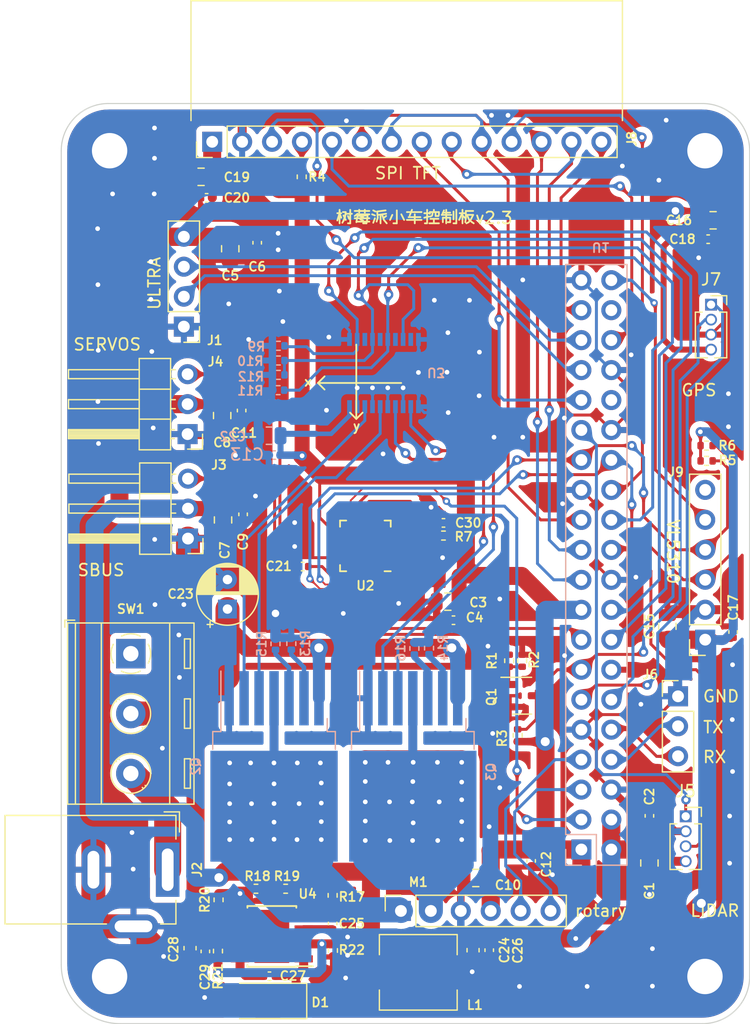
<source format=kicad_pcb>
(kicad_pcb (version 20211014) (generator pcbnew)
  (layers (0 "F.Cu" signal) (31 "B.Cu" signal) (34 "B.Paste" user) (35 "F.Paste" user) (36 "B.SilkS" user "B.Silkscreen") (37 "F.SilkS" user "F.Silkscreen") (38 "B.Mask" user) (39 "F.Mask" user) (44 "Edge.Cuts" user))
  (net 0 "")
  (net 1 "+5V")
  (net 2 "GND")
  (net 3 "+3.3V")
  (net 4 "/ECHO")
  (net 5 "/TRIG")
  (net 6 "/SCL0")
  (net 7 "/SDA0")
  (net 8 "/MPU_INT")
  (net 9 "Net-(J3-Pad3)")
  (net 10 "/PWM1")
  (net 11 "/L_IS")
  (net 12 "/R_IS")
  (net 13 "/M_EN")
  (net 14 "/LPWM")
  (net 15 "/TXD0")
  (net 16 "/RXD0")
  (net 17 "/PWM0")
  (net 18 "/RXD2")
  (net 19 "/LCD_CS")
  (net 20 "/RESET")
  (net 21 "/DC")
  (net 22 "/MOSI")
  (net 23 "/SCLK")
  (net 24 "/BACKLIGHT")
  (net 25 "/MISO")
  (net 26 "/T_CS")
  (net 27 "/T_INT")
  (net 28 "/V_INT")
  (net 30 "+12V")
  (net 31 "+BATT")
  (net 32 "/INTA")
  (net 33 "/INTB")
  (net 34 "Net-(Q1-Pad2)")
  (net 35 "/RXD1")
  (net 36 "/TXD1")
  (net 37 "/RPWM")
  (net 40 "Net-(C21-Pad1)")
  (net 41 "Net-(R7-Pad2)")
  (net 44 "/M+")
  (net 45 "/M-")
  (net 46 "Net-(Q2-Pad2)")
  (net 47 "Net-(Q2-Pad3)")
  (net 48 "Net-(Q2-Pad5)")
  (net 49 "Net-(Q3-Pad2)")
  (net 50 "Net-(Q3-Pad3)")
  (net 51 "Net-(Q3-Pad5)")
  (net 57 "Net-(C25-Pad1)")
  (net 58 "Net-(C25-Pad2)")
  (net 59 "Net-(C27-Pad1)")
  (net 60 "Net-(C27-Pad2)")
  (net 61 "Net-(R18-Pad2)")
  (net 62 "Net-(R20-Pad2)")
  (net 63 "Net-(R21-Pad2)")
  (net 64 "Net-(C30-Pad1)")
  (footprint "Capacitor_SMD:C_0805_2012Metric" (layer "F.Cu") (at 122.25 81.45 -90)
    (fp_text reference "C8")
    (fp_text value "10uf" hide)
  )
  (footprint "Capacitor_SMD:C_0805_2012Metric" (layer "F.Cu") (at 163.9 64.9)
    (fp_text reference "C16")
    (fp_text value "10uf" hide)
  )
  (footprint "Resistor_SMD:R_0402_1005Metric" (layer "F.Cu") (at 121.8946 126.8476 -90)
    (fp_text reference "R21")
    (fp_text value "100K" hide)
  )
  (footprint "Resistor_SMD:R_0402_1005Metric" (layer "F.Cu") (at 141.025 91.625 180)
    (fp_text reference "R7")
    (fp_text value "4.7K" hide)
  )
  (footprint "Resistor_SMD:R_0402_1005Metric" (layer "F.Cu") (at 125.1184 121.5644)
    (fp_text reference "R18")
    (fp_text value "40.2K" hide)
  )
  (footprint "Resistor_SMD:R_0402_1005Metric" (layer "F.Cu") (at 127.635 121.5644 180)
    (fp_text reference "R19")
    (fp_text value "210K" hide)
  )
  (footprint "Connector_PinSocket_1.27mm:PinSocket_1x04_P1.27mm_Vertical" (layer "F.Cu") (at 163.725 72.05)
    (fp_text reference "J7")
    (fp_text value "EAI_S4")
  )
  (footprint "Capacitor_SMD:C_0603_1608Metric" (layer "F.Cu") (at 119.525 126.6 -90)
    (fp_text reference "C28")
    (fp_text value "10uF" hide)
  )
  (footprint "Capacitor_THT:CP_Radial_D5.0mm_P2.50mm" (layer "F.Cu") (at 122.7 97.855113 90)
    (fp_text reference "C23")
    (fp_text value "C_Polarized_Small_US" hide)
  )
  (footprint "Resistor_SMD:R_0402_1005Metric" (layer "F.Cu") (at 131.6482 126.7968 -90)
    (fp_text reference "R22")
    (fp_text value "100K" hide)
  )
  (footprint "Resistor_SMD:R_0402_1005Metric" (layer "F.Cu") (at 146.6 102.235 -90)
    (fp_text reference "R1")
    (fp_text value "4.7K" hide)
  )
  (footprint "Capacitor_SMD:C_0402_1005Metric" (layer "F.Cu") (at 148.463 119.2022 -90)
    (fp_text reference "C12")
    (fp_text value "104" hide)
  )
  (footprint "Capacitor_SMD:C_0402_1005Metric" (layer "F.Cu") (at 141.875 98.8 180)
    (fp_text reference "C4")
    (fp_text value "104" hide)
  )
  (footprint "大魔王的封装:2.4_TFT_SPI" (layer "F.Cu") (at 156.205 61.525 90)
    (fp_text reference "J8")
    (fp_text value "2.4TFT_SPI" hide)
  )
  (footprint "Resistor_SMD:R_0402_1005Metric" (layer "F.Cu") (at 147.32 108.5596 -90)
    (fp_text reference "R3")
    (fp_text value "10K" hide)
  )
  (footprint "Capacitor_SMD:C_0603_1608Metric" (layer "F.Cu") (at 143.5354 126.7714 -90)
    (fp_text reference "C24")
    (fp_text value "10uF" hide)
  )
  (footprint "Capacitor_SMD:C_0402_1005Metric" (layer "F.Cu") (at 131.6228 124.5108 -90)
    (fp_text reference "C25")
    (fp_text value "100pF" hide)
  )
  (footprint "Sensor_Motion:InvenSense_QFN-24_4x4mm_P0.5mm" (layer "F.Cu") (at 134.4 92.5 180)
    (fp_text reference "U2")
    (fp_text value "MPU-6050" hide)
  )
  (footprint "Capacitor_SMD:C_0402_1005Metric" (layer "F.Cu") (at 158.496 115.384 90)
    (fp_text reference "C2")
    (fp_text value "104" hide)
  )
  (footprint "Capacitor_SMD:C_0402_1005Metric" (layer "F.Cu") (at 125.222 66.802 -90)
    (fp_text reference "C6")
    (fp_text value "104" hide)
  )
  (footprint "Capacitor_SMD:C_0805_2012Metric" (layer "F.Cu") (at 158.496 119.38 -90)
    (fp_text reference "C1")
    (fp_text value "10uf" hide)
  )
  (footprint "Resistor_SMD:R_0402_1005Metric" (layer "F.Cu") (at 131.6228 122.1232 -90)
    (fp_text reference "R17")
    (fp_text value "100K" hide)
  )
  (footprint "Capacitor_SMD:C_0805_2012Metric" (layer "F.Cu") (at 122.325 90.3 -90)
    (fp_text reference "C7")
    (fp_text value "10uf" hide)
  )
  (footprint "Capacitor_SMD:C_0402_1005Metric" (layer "F.Cu") (at 124.025 89.825 -90)
    (fp_text reference "C9")
    (fp_text value "104" hide)
  )
  (footprint "Capacitor_SMD:C_0402_1005Metric" (layer "F.Cu") (at 123.9 81.025 -90)
    (fp_text reference "C11")
    (fp_text value "104" hide)
  )
  (footprint "大魔王的封装:SBUS" (layer "F.Cu") (at 118.925 76.175 180)
    (fp_text reference "J4")
    (fp_text value "舵机接口" hide)
  )
  (footprint "大魔王的封装:HDR1x06_2.54mm" (layer "F.Cu") (at 144.244 124.234 90)
    (fp_text reference "M1")
    (fp_text value "带码盘电机" hide)
  )
  (footprint "Capacitor_SMD:C_0402_1005Metric" (layer "F.Cu") (at 129.075 94.25 180)
    (fp_text reference "C21")
    (fp_text value "2200pf" hide)
  )
  (footprint "Resistor_SMD:R_0402_1005Metric" (layer "F.Cu") (at 147.7 102.235 90)
    (fp_text reference "R2")
    (fp_text value "10K" hide)
  )
  (footprint "Capacitor_SMD:C_0402_1005Metric" (layer "F.Cu") (at 120.825 126.875 90)
    (fp_text reference "C29")
    (fp_text value "100nF" hide)
  )
  (footprint "Capacitor_SMD:C_0402_1005Metric" (layer "F.Cu") (at 144.907 126.7714 -90)
    (fp_text reference "C26")
    (fp_text value "100nF" hide)
  )
  (footprint "Capacitor_SMD:C_0402_1005Metric" (layer "F.Cu") (at 163.48 66.5)
    (fp_text reference "C18")
    (fp_text value "104" hide)
  )
  (footprint "大魔王的封装:SBUS" (layer "F.Cu") (at 118.96 85.03 180)
    (fp_text reference "J3")
    (fp_text value "sbus" hide)
  )
  (footprint "Resistor_SMD:R_0402_1005Metric" (layer "F.Cu") (at 163.3474 85.2932)
    (fp_text reference "R5")
    (fp_text value "4.7K" hide)
  )
  (footprint "Capacitor_SMD:C_0402_1005Metric" (layer "F.Cu") (at 126.2634 128.9812 180)
    (fp_text reference "C27")
    (fp_text value "100nF" hide)
  )
  (footprint "Inductor_SMD:L_6.3x6.3_H3" (layer "F.Cu") (at 138.8872 128.651)
    (fp_text reference "L1")
    (fp_text value "4.7uH" hide)
  )
  (footprint "Housings_SOIC:HTSOP-8-1EP_3.9x4.9mm_Pitch1.27mm_LargeCopper" (layer "F.Cu") (at 126.4666 125.603 180)
    (fp_text reference "U4")
    (fp_text value "MP1584EN" hide)
  )
  (footprint "Connector_BarrelJack:BarrelJack_GCT_DCJ200-10-A_Horizontal" (layer "F.Cu") (at 117.6274 119.9492 -90)
    (fp_text reference "J2")
    (fp_text value "Barrel_Jack_Switch_Pin3Ring" hide)
  )
  (footprint "Capacitor_SMD:C_0805_2012Metric" (layer "F.Cu") (at 122.936 67.31 -90)
    (fp_text reference "C5")
    (fp_text value "10uf" hide)
  )
  (footprint "Capacitor_SMD:C_0805_2012Metric" (layer "F.Cu") (at 141.4 97.225 180)
    (fp_text reference "C3")
    (fp_text value "10uf" hide)
  )
  (footprint "Connector_PinSocket_1.27mm:PinSocket_1x04_P1.27mm_Vertical" (layer "F.Cu") (at 161.575 115.425)
    (fp_text reference "J5")
    (fp_text value "EAI_S4")
  )
  (footprint "Capacitor_SMD:C_0402_1005Metric" (layer "F.Cu") (at 165.6 99.8 90)
    (fp_text reference "C17")
    (fp_text value "104" hide)
  )
  (footprint "大魔王的封装:HDR1x04_2.54mm" (layer "F.Cu") (at 119.74 64.5125 180)
    (fp_text reference "J1")
    (fp_text value "超声波接口" hide)
  )
  (footprint "Connector_PinHeader_2.54mm:PinHeader_1x03_P2.54mm_Vertical" (layer "F.Cu") (at 160.925 105.25)
    (fp_text reference "J6")
    (fp_text value "DEBUG" hide)
  )
  (footprint "Capacitor_SMD:C_0805_2012Metric" (layer "F.Cu") (at 160.02 99.314 90)
    (fp_text reference "C15")
    (fp_text value "10uf" hide)
  )
  (footprint "Capacitor_SMD:C_0805_2012Metric" (layer "F.Cu") (at 120.462 61.214 180)
    (fp_text reference "C19")
    (fp_text value "10uf" hide)
  )
  (footprint "Capacitor_SMD:C_0805_2012Metric" (layer "F.Cu") (at 143.764 120.65 180)
    (fp_text reference "C10")
    (fp_text value "10uf" hide)
  )
  (footprint "Resistor_SMD:R_0402_1005Metric" (layer "F.Cu") (at 121.9454 122.5042 -90)
    (fp_text reference "R20")
    (fp_text value "100K" hide)
  )
  (footprint "Resistor_SMD:R_0402_1005Metric" (layer "F.Cu") (at 163.3454 83.9978)
    (fp_text reference "R6")
    (fp_text value "4.7K" hide)
  )
  (footprint "大魔王的封装:HDR1x06_2.54mm" (layer "F.Cu") (at 164.02 93.62 180)
    (fp_text reference "J9")
    (fp_text value "VL53L0" hide)
  )
  (footprint "Resistor_SMD:R_0402_1005Metric" (layer "F.Cu") (at 129 61.214 -90)
    (fp_text reference "R4")
    (fp_text value "10K" hide)
  )
  (footprint "TerminalBlock_RND:TerminalBlock_RND_205-00288_1x03_P5.08mm_Horizontal" (layer "F.Cu") (at 114.5 101.635 -90)
    (fp_text reference "SW1")
    (fp_text value "SW_SPDT" hide)
  )
  (footprint "Capacitor_SMD:C_0402_1005Metric" (layer "F.Cu") (at 120.932 62.996 180)
    (fp_text reference "C20")
    (fp_text value "104" hide)
  )
  (footprint "大魔王的封装:s8050" (layer "F.Cu") (at 147.35 105.63)
    (fp_text reference "Q1")
    (fp_text value "S8050" hide)
  )
  (footprint "Capacitor_SMD:C_0402_1005Metric" (layer "F.Cu") (at 141.025 90.55)
    (fp_text reference "C30")
    (fp_text value "104" hide)
  )
  (footprint "Diode_SMD:D_MELF" (layer "F.Cu") (at 126.125 131.075 180)
    (fp_text reference "D1")
    (fp_text value "D" hide)
  )
  (footprint "Resistor_SMD:R_0402_1005Metric" (layer "B.Cu") (at 139.8016 101.1682 -90)
    (fp_text reference "R14")
    (fp_text value "1K" hide)
  )
  (footprint "Capacitor_SMD:C_0402_1005Metric" (layer "B.Cu") (at 126.675 84.8)
    (fp_text reference "C13")
    (fp_text value "104")
  )
  (footprint "Resistor_SMD:R_0402_1005Metric" (layer "B.Cu") (at 127 79.2988)
    (fp_text reference "R11")
    (fp_text value "1K" hide)
  )
  (footprint "Package_TO_SOT_SMD:TO-263-7_TabPin8" (layer "B.Cu") (at 138.4236 111.191 -90)
    (fp_text reference "Q3")
    (fp_text value "BTN8982TA" hide)
  )
  (footprint "Resistor_SMD:R_0402_1005Metric" (layer "B.Cu") (at 127.0234 75.5396)
    (fp_text reference "R9")
    (fp_text value "1K" hide)
  )
  (footprint "Package_TO_SOT_SMD:TO-263-7_TabPin8" (layer "B.Cu") (at 126.6508 111.191 -90)
    (fp_text reference "Q2")
    (fp_text value "BTN8982TA" hide)
  )
  (footprint "Resistor_SMD:R_0402_1005Metric" (layer "B.Cu") (at 127.0254 78.0034)
    (fp_text reference "R12")
    (fp_text value "1K" hide)
  )
  (footprint "Resistor_SMD:R_0402_1005Metric" (layer "B.Cu") (at 138.557 101.1936 -90)
    (fp_text reference "R16")
    (fp_text value "1K" hide)
  )
  (footprint "Capacitor_SMD:C_0805_2012Metric" (layer "B.Cu") (at 126.2532 83.1596)
    (fp_text reference "C22")
    (fp_text value "10uf" hide)
  )
  (footprint "Resistor_SMD:R_0402_1005Metric" (layer "B.Cu") (at 128.1176 100.7872 -90)
    (fp_text reference "R13")
    (fp_text value "1K" hide)
  )
  (footprint "大魔王的封装:HEARD2x40" (layer "B.Cu") (at 154.535 68.1875)
    (fp_text reference "U1")
    (fp_text value "树莓派接口" hide)
  )
  (footprint "大魔王的封装:74AHC244" (layer "B.Cu") (at 135.7 78.3)
    (fp_text reference "U3")
    (fp_text value "74AHC244" hide)
  )
  (footprint "Resistor_SMD:R_0402_1005Metric" (layer "B.Cu") (at 126.775 100.8 -90)
    (fp_text reference "R15")
    (fp_text value "1K" hide)
  )
  (footprint "Resistor_SMD:R_0402_1005Metric" (layer "B.Cu") (at 127.0254 76.7842)
    (fp_text reference "R10")
    (fp_text value "1K" hide)
  )
  (gr_line (start 130.3782 78.6892) (end 130.937 79.248) (layer "F.SilkS") (width 0.15))
  (gr_line (start 133.6294 75.438) (end 133.6294 81.7372) (layer "F.SilkS") (width 0.15))
  (gr_line (start 130.3782 78.6892) (end 130.937 78.1304) (layer "F.SilkS") (width 0.15))
  (gr_line (start 137.4394 78.6892) (end 130.3782 78.6892) (layer "F.SilkS") (width 0.15))
  (gr_line (start 133.6294 81.7372) (end 134.1628 81.2038) (layer "F.SilkS") (width 0.15))
  (gr_line (start 133.6294 81.7372) (end 133.096 81.2038) (layer "F.SilkS") (width 0.15))
  (gr_line (start 108.6 128) (end 108.6 59) (layer "Edge.Cuts") (width 0.1))
  (gr_line (start 167 59) (end 167 129) (layer "Edge.Cuts") (width 0.1))
  (gr_arc (start 113.6 133) (mid 110.064466 131.535534) (end 108.6 128) (layer "Edge.Cuts") (width 0.1))
  (gr_arc (start 167 129) (mid 165.828427 131.828427) (end 163 133) (layer "Edge.Cuts") (width 0.1))
  (gr_line (start 163 133) (end 113.6 133) (layer "Edge.Cuts") (width 0.1))
  (gr_arc (start 108.6 59) (mid 109.771573 56.171573) (end 112.6 55) (layer "Edge.Cuts") (width 0.1))
  (gr_line (start 112.6 55) (end 163 55) (layer "Edge.Cuts") (width 0.1))
  (gr_arc (start 163 55) (mid 165.828427 56.171573) (end 167 59) (layer "Edge.Cuts") (width 0.1))
  (gr_text "VL5310" (at 160.5 93 270) (layer "F.SilkS") (effects (font (size 1 1))))
  (gr_text "SBUS" (at 111.975 94.55) (layer "F.SilkS") (effects (font (size 1 1))))
  (gr_text "GND" (at 164.575 105.25) (layer "F.SilkS") (effects (font (size 1 1))))
  (gr_text "TX" (at 163.925 107.875) (layer "F.SilkS") (effects (font (size 1 1))))
  (gr_text "SPI TFT" (at 138 60.9092) (layer "F.SilkS") (effects (font (size 1 1))))
  (gr_text "GPS" (at 162.7 79.3) (layer "F.SilkS") (effects (font (size 1 1))))
  (gr_text "SERVOS" (at 112.5 75.425) (layer "F.SilkS") (effects (font (size 1 1))))
  (gr_text "x" (at 129.54 78.5876) (layer "F.SilkS") (effects (font (size 0.762 0.762))))
  (gr_text "RX" (at 164.025 110.4) (layer "F.SilkS") (effects (font (size 1 1))))
  (gr_text "LIDAR" (at 164.05 123.425) (layer "F.SilkS") (effects (font (size 1 1))))
  (gr_text "树莓派小车控制板v2.3" (at 139.4 64.7) (layer "F.SilkS") (effects (font (size 1 1))))
  (gr_text "rotary" (at 154.375 123.425) (layer "F.SilkS") (effects (font (size 1 1))))
  (gr_text "y" (at 133.6548 82.3468) (layer "F.SilkS") (effects (font (size 0.762 0.762))))
  (gr_text "ULTRA" (at 116.5 70.25 90) (layer "F.SilkS") (effects (font (size 1 1))))
  (segment (start 155.265 118.2375) (end 155.265 115.6975) (width 1.524) (layer "F.Cu") (net 1))
  (segment (start 129.5928 120.1166) (end 134.874 120.1166) (width 1.524) (layer "F.Cu") (net 1))
  (segment (start 159.7 67.1) (end 160.3 66.5) (width 0.508) (layer "F.Cu") (net 1))
  (segment (start 136.1372 128.651) (end 137.7188 128.651) (width 1.524) (layer "F.Cu") (net 1))
  (segment (start 160.56 75.86) (end 159.7 75) (width 0.508) (layer "F.Cu") (net 1))
  (segment (start 162.7 64.1) (end 162.95 64.35) (width 0.508) (layer "F.Cu") (net 1))
  (segment (start 122.8685 66.2925) (end 122.936 66.36) (width 1.524) (layer "F.Cu") (net 1))
  (segment (start 140.589 125.7808) (end 152.2476 125.7808) (width 1.524) (layer "F.Cu") (net 1))
  (segment (start 119 66.2925) (end 122.8685 66.2925) (width 1.524) (layer "F.Cu") (net 1))
  (segment (start 122.33 89.345) (end 122.325 89.35) (width 0.25) (layer "F.Cu") (net 1))
  (segment (start 128.145 120.1166) (end 122.483041 120.1166) (width 1.524) (layer "F.Cu") (net 1))
  (segment (start 121.975041 120.594959) (end 122.428 120.142) (width 0.762) (layer "F.Cu") (net 1))
  (segment (start 159.7 75) (end 159.7 67.1) (width 0.508) (layer "F.Cu") (net 1))
  (segment (start 134.874 128.27) (end 135.255 128.651) (width 1.524) (layer "F.Cu") (net 1))
  (segment (start 119.315 80.485) (end 122.235 80.485) (width 0.762) (layer "F.Cu") (net 1))
  (segment (start 113.615 80.485) (end 119.315 80.485) (width 1.524) (layer "F.Cu") (net 1))
  (segment (start 161.575 119.235) (end 159.555 119.235) (width 0.762) (layer "F.Cu") (net 1))
  (segment (start 160.7 64.1) (end 162.7 64.1) (width 0.508) (layer "F.Cu") (net 1))
  (segment (start 128.145 120.1166) (end 129.5908 120.1166) (width 1.524) (layer "F.Cu") (net 1))
  (segment (start 137.7188 128.651) (end 140.589 125.7808) (width 1.524) (layer "F.Cu") (net 1))
  (segment (start 158.4345 118.2375) (end 158.496 118.176) (width 1.524) (layer "F.Cu") (net 1))
  (segment (start 122.295 80.545) (end 122.25 80.5) (width 0.25) (layer "F.Cu") (net 1))
  (segment (start 113.538 80.562) (end 113.615 80.485) (width 1.524) (layer "F.Cu") (net 1))
  (segment (start 113.538 66.2925) (end 113.538 80.562) (width 1.524) (layer "F.Cu") (net 1))
  (segment (start 113.538 80.562) (end 113.538 89.34) (width 1.524) (layer "F.Cu") (net 1))
  (segment (start 122.325 89.35) (end 122.315 89.34) (width 0.25) (layer "F.Cu") (net 1))
  (segment (start 121.975041 120.6246) (end 121.975041 120.594959) (width 0.762) (layer "F.Cu") (net 1))
  (segment (start 163.725 75.86) (end 160.56 75.86) (width 0.508) (layer "F.Cu") (net 1))
  (segment (start 128.145 121.5644) (end 128.145 120.1166) (width 0.762) (layer "F.Cu") (net 1))
  (segment (start 122.315 89.34) (end 119.35 89.34) (width 1.27) (layer "F.Cu") (net 1))
  (segment (start 163 64.95) (end 162.95 64.9) (width 0.508) (layer "F.Cu") (net 1))
  (segment (start 134.874 120.1166) (end 134.874 128.27) (width 1.524) (layer "F.Cu") (net 1))
  (segment (start 135.255 128.651) (end 136.1372 128.651) (width 1.524) (layer "F.Cu") (net 1))
  (segment (start 122.483041 120.1166) (end 121.975041 120.6246) (width 1.524) (layer "F.Cu") (net 1))
  (segment (start 113.538 89.34) (end 119.35 89.34) (width 1.524) (layer "F.Cu") (net 1))
  (segment (start 158.496 115.864) (end 158.496 118.176) (width 0.762) (layer "F.Cu") (net 1))
  (segment (start 123.9 80.545) (end 122.295 80.545) (width 0.635) (layer "F.Cu") (net 1))
  (segment (start 160.3 66.5) (end 163 66.5) (width 0.508) (layer "F.Cu") (net 1))
  (segment (start 122.974 66.322) (end 122.936 66.36) (width 0.25) (layer "F.Cu") (net 1))
  (segment (start 159.555 119.235) (end 158.496 118.176) (width 0.762) (layer "F.Cu") (net 1))
  (segment (start 162.95 64.35) (end 162.95 64.9) (width 0.508) (layer "F.Cu") (net 1))
  (segment (start 119 66.2925) (end 113.538 66.2925) (width 1.524) (layer "F.Cu") (net 1))
  (segment (start 163 66.5) (end 163 64.95) (width 0.508) (layer "F.Cu") (net 1))
  (segment (start 125.222 66.322) (end 122.974 66.322) (width 0.635) (layer "F.Cu") (net 1))
  (segment (start 155.265 118.2375) (end 158.4345 118.2375) (width 1.524) (layer "F.Cu") (net 1))
  (segment (start 124.025 89.345) (end 122.33 89.345) (width 0.762) (layer "F.Cu") (net 1))
  (via (at 152.2476 125.7808) (size 0.8) (drill 0.4) (layers "F.Cu" "B.Cu") (net 1))
  (via (at 160.7 64.1) (size 1.27) (drill 0.635) (layers "F.Cu" "B.Cu") (net 1))
  (via (at 121.975041 120.6246) (size 1.524) (drill 0.762) (layers "F.Cu" "B.Cu") (net 1))
  (segment (start 111.425 90.825) (end 111.425 115.025) (width 1.524) (layer "B.Cu") (net 1))
  (segment (start 155.265 122.7634) (end 155.265 118.2375) (width 1.524) (layer "B.Cu") (net 1))
  (segment (start 112.91 89.34) (end 111.425 90.825) (width 1.524) (layer "B.Cu") (net 1))
  (segment (start 121.2 64.1) (end 119.0075 66.2925) (width 1.524) (layer "B.Cu") (net 1))
  (segment (start 111.425 115.025) (end 118.975 115.025) (width 1.524) (layer "B.Cu") (net 1))
  (segment (start 160.7 64.1) (end 121.2 64.1) (width 1.524) (layer "B.Cu") (net 1))
  (segment (start 119.35 89.34) (end 112.91 89.34) (width 1.524) (layer "B.Cu") (net 1))
  (segment (start 118.975 115.025) (end 119.9642 116.0142) (width 1.524) (layer "B.Cu") (net 1))
  (segment (start 152.2476 125.7808) (end 155.265 122.7634) (width 1.524) (layer "B.Cu") (net 1))
  (segment (start 119.9642 116.0142) (end 119.9642 120.4976) (width 1.524) (layer "B.Cu") (net 1))
  (segment (start 119.9642 120.4976) (end 120.0912 120.6246) (width 1.524) (layer "B.Cu") (net 1))
  (segment (start 120.0912 120.6246) (end 121.975041 120.6246) (width 1.524) (layer "B.Cu") (net 1))
  (segment (start 119.0075 66.2925) (end 119 66.2925) (width 1.524) (layer "B.Cu") (net 1))
  (segment (start 120.82 127.35) (end 117.3282 127.35) (width 0.635) (layer "F.Cu") (net 2))
  (segment (start 128.8 93.5) (end 128.595 93.705) (width 0.25) (layer "F.Cu") (net 2))
  (segment (start 160.67 116.695) (end 161.575 116.695) (width 0.635) (layer "F.Cu") (net 2))
  (segment (start 122.35 91.275) (end 121.745 91.88) (width 0.635) (layer "F.Cu") (net 2))
  (segment (start 154.0025 106.8) (end 159.3645 106.8) (width 0.25) (layer "F.Cu") (net 2))
  (segment (start 119.405113 95.355113) (end 122.7 95.355113) (width 2.032) (layer "F.Cu") (net 2))
  (segment (start 155.265 82.6775) (end 156.8 81.1425) (width 0.25) (layer "F.Cu") (net 2))
  (segment (start 124.244 68.26) (end 125.222 67.282) (width 0.635) (layer "F.Cu") (net 2))
  (segment (start 160.9028 104.3028) (end 160.9028 105.2617) (width 0.25) (layer "F.Cu") (net 2))
  (segment (start 139.475 93.75) (end 140.45 94.725) (width 0.25) (layer "F.Cu") (net 2))
  (segment (start 111.3274 98.6976) (end 114.669887 95.355113) (width 2.032) (layer "F.Cu") (net 2))
  (segment (start 119.0752 56.7944) (end 119.0752 60.7872) (width 0.762) (layer "F.Cu") (net 2))
  (segment (start 119.507 62.0522) (end 119.507 61.219) (width 0.762) (layer "F.Cu") (net 2))
  (segment (start 123.9012 56.388) (end 132.715 56.388) (width 0.25) (layer "F.Cu") (net 2))
  (segment (start 132.525 98.225) (end 139.45 98.225) (width 0.635) (layer "F.Cu") (net 2))
  (segment (start 153.9945 81.407) (end 151.5364 81.407) (width 0.25) (layer "F.Cu") (net 2))
  (segment (start 164.85 67.39) (end 163.96 66.5) (width 0.25) (layer "F.Cu") (net 2))
  (segment (start 160.125 115.25) (end 160.125 116.15) (width 0.635) (layer "F.Cu") (net 2))
  (segment (start 160.125 116.15) (end 160.67 116.695) (width 0.635) (layer "F.Cu") (net 2))
  (segment (start 145.45 106.15) (end 146.5625 106.15) (width 0.381) (layer "F.Cu") (net 2))
  (segment (start 131.4 93.75) (end 131.15 93.5) (width 0.25) (layer "F.Cu") (net 2))
  (segment (start 165.6 99.32) (end 165.6 98.3154) (width 0.762) (layer "F.Cu") (net 2))
  (segment (start 119.0752 60.7872) (end 119.507 61.219) (width 0.762) (layer "F.Cu") (net 2))
  (segment (start 143.5354 127.5464) (end 143.5354 128.524) (width 0.762) (layer "F.Cu") (net 2))
  (segment (start 132.8928 125.6538) (end 132.8928 127.0254) (width 0.762) (layer "F.Cu") (net 2))
  (segment (start 148.463 119.6822) (end 149.578 119.6822) (width 0.762) (layer "F.Cu") (net 2))
  (segment (start 133.65 89.05) (end 133.65 90.55) (width 0.25) (layer "F.Cu") (net 2))
  (segment (start 159.5975 102.9975) (end 160.9028 104.3028) (width 0.25) (layer "F.Cu") (net 2))
  (segment (start 156.8 81.1425) (end 156.8 79.1325) (width 0.25) (layer "F.Cu") (net 2))
  (segment (start 122.25 82.4) (end 121.525 83.125) (width 0.635) (layer "F.Cu") (net 2))
  (segment (start 152.725 87.7575) (end 154 89.0325) (width 0.25) (layer "F.Cu") (net 2))
  (segment (start 112.1918 124.7902) (end 112.2328 124.7492) (width 0.25) (layer "F.Cu") (net 2))
  (segment (start 121.525 83.125) (end 119.415 83.125) (width 0.635) (layer "F.Cu") (net 2))
  (segment (start 158.496 114.904) (end 157.0115 114.904) (width 0.635) (layer "F.Cu") (net 2))
  (segment (start 155.265 102.9975) (end 159.5975 102.9975) (width 0.25) (layer "F.Cu") (net 2))
  (segment (start 159.779 114.904) (end 160.125 115.25) (width 0.635) (layer "F.Cu") (net 2))
  (segment (start 142.494 123.444) (end 142.494 120.97) (width 0.635) (layer "F.Cu") (net 2))
  (segment (start 160.474 97.91) (end 163.23 97.91) (width 0.762) (layer "F.Cu") (net 2))
  (segment (start 124.025 91.275) (end 122.35 91.275) (width 0.635) (layer "F.Cu") (net 2))
  (segment (start 163.725 74.59) (end 164.85 73.465) (width 0.25) (layer "F.Cu") (net 2))
  (segment (start 154.0002 109.3527) (end 152.725 108.0775) (width 0.25) (layer "F.Cu") (net 2))
  (segment (start 140.45 98.8) (end 140.45 97.225) (width 0.635) (layer "F.Cu") (net 2))
  (segment (start 144.8 105.5) (end 145.45 106.15) (width 0.381) (layer "F.Cu") (net 2))
  (segment (start 156.8 79.1325) (end 155.265 77.5975) (width 0.25) (layer "F.Cu") (net 2))
  (segment (start 117.2804 130.7846) (end 117.2804 127.3022) (width 2.032) (layer "F.Cu") (net 2))
  (segment (start 132.45 93.75) (end 131.4 93.75) (width 0.25) (layer "F.Cu") (net 2))
  (segment (start 164.85 64.9) (end 164.85 60.64) (width 0.25) (layer "F.Cu") (net 2))
  (segment (start 143.5354 128.524) (end 143.4592 128.6002) (width 0.762) (layer "F.Cu") (net 2))
  (segment (start 121.745 91.88) (end 119.35 91.88) (width 0.635) (layer "F.Cu") (net 2))
  (segment (start 119.507 62.5856) (end 119.9174 62.996) (width 0.762) (layer "F.Cu") (net 2))
  (segment (start 165.1946 97.91) (end 163.23 97.91) (width 0.762) (layer "F.Cu") (net 2))
  (segment (start 140.606305 89.225) (end 141.535 90.153695) (width 0.25) (layer "F.Cu") (net 2))
  (segment (start 119.4816 56.388) (end 119.0752 56.7944) (width 0.762) (layer "F.Cu") (net 2))
  (segment (start 132.8928 127.3068) (end 131.6482 127.3068) (width 0.762) (layer "F.Cu") (net 2))
  (segment (start 165.6 98.3154) (end 165.1946 97.91) (width 0.762) (layer "F.Cu") (net 2))
  (segment (start 119.507 62.0522) (end 119.507 62.5856) (width 0.762) (layer "F.Cu") (net 2))
  (segment (start 164.85 65.61) (end 163.96 66.5) (width 0.25) (layer "F.Cu") (net 2))
  (segment (start 139.45 98.225) (end 140.45 97.225) (width 0.635) (layer "F.Cu") (net 2))
  (segment (start 123.905113 95.355113) (end 122.7 95.355113) (width 2.032) (layer "F.Cu") (net 2))
  (segment (start 123.9 81.505) (end 123.9 82.4) (width 0.635) (layer "F.Cu") (net 2))
  (segment (start 143.5354 127.5464) (end 143.539 127.55) (width 0.762) (layer "F.Cu") (net 2))
  (segment (start 158.496 114.904) (end 159.779 114.904) (width 0.635) (layer "F.Cu") (net 2))
  (segment (start 152.725 108.0775) (end 154.0025 106.8) (width 0.25) (layer "F.Cu") (net 2))
  (segment (start 131.15 93.5) (end 128.8 93.5) (width 0.25) (layer "F.Cu") (net 2))
  (segment (start 154.0002 111.8927) (end 154.0002 109.3527) (width 0.25) (layer "F.Cu") (net 2))
  (segment (start 136.35 93.75) (end 139.475 93.75) (width 0.25) (layer "F.Cu") (net 2))
  (segment (start 128.595 93.705) (end 128.595 94.25) (width 0.25) (layer "F.Cu") (net 2))
  (segment (start 160.02 98.364) (end 160.474 97.91) (width 0.762) (layer "F.Cu") (net 2))
  (segment (start 120.452 62.996) (end 119.9174 62.996) (width 0.25) (layer "F.Cu") (net 2))
  (segment (start 141.395 98.8) (end 140.45 98.8) (width 0.635) (layer "F.Cu") (net 2))
  (segment (start 157.0115 114.904) (end 155.265 113.1575) (width 0.635) (layer "F.Cu") (net 2))
  (segment (start 119.405113 95.355113) (end 119.35 95.3) (width 2.032) (layer "F.Cu") (net 2))
  (segment (start 119.507 61.219) (end 119.512 61.214) (width 0.25) (layer "F.Cu") (net 2))
  (segment (start 143.4592 128.6002) (end 143.4592 127.6226) (width 0.762) (layer "F.Cu") (net 2))
  (segment (start 123.9 82.4) (end 122.25 82.4) (width 0.635) (layer "F.Cu") (net 2))
  (segment (start 155.265 82.6775) (end 153.9945 81.407) (width 0.25) (layer "F.Cu") (net 2))
  (segment (start 142.494 120.97) (end 142.814 120.65) (width 0.635) (layer "F.Cu") (net 2))
  (segment (start 111.3274 119.9492) (end 111.3274 123.9258) (width 2.032) (layer "F.Cu") (net 2))
  (segment (start 121.0532 131.075) (end 120.7628 130.7846) (width 2.032) (layer "F.Cu") (net 2))
  (segment (start 124.6084 121.5644) (end 124.202 121.9708) (width 0.762) (layer "F.Cu") (net 2))
  (segment (start 120.7628 130.7846) (end 117.2804 130.7846) (width 2.032) (layer "F.Cu") (net 2))
  (segment (start 124.202 121.9708) (end 121.9688 121.9708) (width 0.762) (layer "F.Cu") (net 2))
  (segment (start 132.8928 127.0254) (end 132.8928 127.2032) (width 0.762) (layer "F.Cu") (net 2))
  (segment (start 123.9012 56.388) (end 119.4816 56.388) (width 0.762) (layer "F.Cu") (net 2))
  (segment (start 111.3274 119.9492) (end 111.3274 98.6976) (width 2.032) (layer "F.Cu") (net 2))
  (segment (start 140.45 94.725) (end 140.45 97.225) (width 0.25) (layer "F.Cu") (net 2))
  (segment (start 164.85 73.465) (end 164.85 67.39) (width 0.25) (layer "F.Cu") (net 2))
  (segment (start 144.6084 127.55) (end 144.907 127.2514) (width 0.762) (layer "F.Cu") (net 2))
  (segment (start 111.3274 123.9258) (end 112.1918 124.7902) (width 2.032) (layer "F.Cu") (net 2))
  (segment (start 151.2824 81.661) (end 149.6568 83.2866) (width 0.25) (layer "F.Cu") (net 2))
  (segment (start 134.625 88.075) (end 133.65 89.05) (width 0.25) (layer "F.Cu") (net 2))
  (segment (start 123.7666 123.698) (end 123.7666 121.9708) (width 0.762) (layer "F.Cu") (net 2))
  (segment (start 132.8928 121.6132) (end 132.8928 125.6538) (width 0.762) (layer "F.Cu") (net 2))
  (segment (start 112.2328 124.7492) (end 114.7274 124.7492) (width 2.032) (layer "F.Cu") (net 2))
  (segment (start 117.2804 127.3022) (end 114.7274 124.7492) (width 2.032) (layer "F.Cu") (net 2))
  (segment (start 123.945 58.245) (end 123.945 56.4318) (width 0.762) (layer "F.Cu") (net 2))
  (segment (start 144.8 101) (end 144.8 105.5) (width 0.381) (layer "F.Cu") (net 2))
  (segment (start 154 94.1125) (end 155.265 95.3775) (width 0.25) (layer "F.Cu") (net 2))
  (segment (start 131.4 98.225) (end 128.595 95.42) (width 0.25) (layer "F.Cu") (net 2))
  (segment (start 132.525 98.225) (end 131.4 98.225) (width 0.25) (layer "F.Cu") (net 2))
  (segment (start 139.975 89.225) (end 140.606305 89.225) (width 0.25) (layer "F.Cu") (net 2))
  (segment (start 139.975 89.225) (end 138.825 88.075) (width 0.25) (layer "F.Cu") (net 2))
  (segment (start 122.936 68.26) (end 124.244 68.26) (width 0.762) (layer "F.Cu") (net 2))
  (segment (start 164.85 60.64) (end 163.21 59) (width 0.25) (layer "F.Cu") (net 2))
  (segment (start 154 89.0325) (end 154 94.1125) (width 0.25) (layer "F.Cu") (net 2))
  (segment (start 143.4592 127.6226) (end 143.5354 127.5464) (width 0.762) (layer "F.Cu") (net 2))
  (segment (start 132.715 56.388) (end 132.7912 56.4642) (width 0.25) (layer "F.Cu") (net 2))
  (segment (start 124.025 90.305) (end 124.025 91.275) (width 0.635) (layer "F.Cu") (net 2))
  (segment (start 138.825 88.075) (end 134.625 88.075) (width 0.25) (layer "F.Cu") (net 2))
  (segment (start 119.415 83.125) (end 119.315 83.025) (width 0.635) (layer "F.Cu") (net 2))
  (segment (start 155.265 113.1575) (end 154.0002 111.8927) (width 0.25) (layer "F.Cu") (net 2))
  (segment (start 158.496 120.33) (end 158.496 122.047) (width 0.762) (layer "F.Cu") (net 2))
  (segment (start 131.6228 121.6132) (end 132.8928 121.6132) (width 0.762) (layer "F.Cu") (net 2))
  (segment (start 114.669887 95.355113) (end 119.405113 95.355113) (width 2.032) (layer "F.Cu") (net 2))
  (segment (start 123.725 131.075) (end 121.0532 131.075) (width 2.032) (layer "F.Cu") (net 2))
  (segment (start 117.3282 127.35) (end 117.2804 127.3022) (width 0.762) (layer "F.Cu") (net 2))
  (segment (start 132.8928 127.2032) (end 132.8928 127.3068) (width 0.762) (layer "F.Cu") (net 2))
  (segment (start 119.35 95.3) (end 119.35 91.88) (width 2.032) (layer "F.Cu") (net 2))
  (segment (start 122.35 91.275) (end 122.325 91.25) (width 0.25) (layer "F.Cu") (net 2))
  (segment (start 149.6568 83.2866) (end 147.7518 83.2866) (width 0.25) (layer "F.Cu") (net 2))
  (segment (start 149.578 119.6822) (end 150.2664 120.3706) (width 0.762) (layer "F.Cu") (net 2))
  (segment (start 126.7714 98.2214) (end 123.905113 95.355113) (width 2.032) (layer "F.Cu") (net 2))
  (segment (start 121.9688 121.9708) (end 121.9454 121.9942) (width 0.762) (layer "F.Cu") (net 2))
  (segment (start 143.539 127.55) (end 144.6084 127.55) (width 0.762) (layer "F.Cu") (net 2))
  (segment (start 128.595 95.42) (end 128.595 94.25) (width 0.25) (layer "F.Cu") (net 2))
  (segment (start 151.5364 81.407) (end 151.2824 81.661) (width 0.25) (layer "F.Cu") (net 2))
  (segment (start 159.3645 106.8) (end 160.9028 105.2617) (width 0.25) (layer "F.Cu") (net 2))
  (segment (start 164.85 64.9) (end 164.85 65.61) (width 0.25) (layer "F.Cu") (net 2))
  (segment (start 123.945 56.4318) (end 123.9012 56.388) (width 0.25) (layer "F.Cu") (net 2))
  (segment (start 141.535 90.153695) (end 141.535 91.625) (width 0.25) (layer "F.Cu") (net 2))
  (via (at 111.7092 80.264) (size 0.8) (drill 0.4) (layers "F.Cu" "B.Cu") (net 2))
  (via (at 127.1 70.9) (size 0.8) (drill 0.4) (layers "F.Cu" "B.Cu") (net 2))
  (via (at 132.8928 125.6538) (size 0.8) (drill 0.4) (layers "F.Cu" "B.Cu") (net 2))
  (via (at 116.2 71.6) (size 0.8) (drill 0.4) (layers "F.Cu" "B.Cu") (net 2))
  (via (at 140.95 93.5) (size 0.8) (drill 0.4) (layers "F.Cu" "B.Cu") (net 2))
  (via (at 135.9 84.7) (size 0.8) (drill 0.4) (layers "F.Cu" "B.Cu") (net 2))
  (via (at 118.575 100.05) (size 0.8) (drill 0.4) (layers "F.Cu" "B.Cu") (net 2))
  (via (at 131.1 81) (size 0.8) (drill 0.4) (layers "F.Cu" "B.Cu") (net 2))
  (via (at 117.2804 127.3022) (size 0.8) (drill 0.4) (layers "F.Cu" "B.Cu") (net 2))
  (via (at 127.3994 73.4812) (size 0.8) (drill 0.4) (layers "F.Cu" "B.Cu") (net 2))
  (via (at 141.4 74.425) (size 0.8) (drill 0.4) (layers "F.Cu" "B.Cu") (net 2))
  (via (at 165.3 115.4) (size 0.8) (drill 0.4) (layers "F.Cu" "B.Cu") (net 2))
  (via (at 111.76 83.82) (size 0.8) (drill 0.4) (layers "F.Cu" "B.Cu") (net 2))
  (via (at 127 67.4) (size 0.8) (drill 0.4) (layers "F.Cu" "B.Cu") (net 2))
  (via (at 111.6838 65.6082) (size 0.8) (drill 0.4) (layers "F.Cu" "B.Cu") (net 2))
  (via (at 151.2824 81.661) (size 0.8) (drill 0.4) (layers "F.Cu" "B.Cu") (net 2))
  (via (at 159.9184 56.4134) (size 0.8) (drill 0.4) (layers "F.Cu" "B.Cu") (net 2))
  (via (at 132.725 129.125) (size 0.8) (drill 0.4) (layers "F.Cu" "B.Cu") (net 2))
  (via (at 120.7628 130.7846) (size 0.8) (drill 0.4) (layers "F.Cu" "B.Cu") (net 2))
  (via (at 157.775 105.925) (size 0.8) (drill 0.4) (layers "F.Cu" "B.Cu") (net 2))
  (via (at 165.3 119.4) (size 0.8) (drill 0.4) (layers "F.Cu" "B.Cu") (net 2))
  (via (at 163.21 129) (size 3.3) (drill 3) (layers "F.Cu" "B.Cu") (net 2))
  (via (at 145.8 113) (size 0.8) (drill 0.4) (layers "F.Cu" "B.Cu") (net 2))
  (via (at 116.4 82.5) (size 0.8) (drill 0.4) (layers "F.Cu" "B.Cu") (net 2))
  (via (at 144.05 79.775) (size 0.8) (drill 0.4) (layers "F.Cu" "B.Cu") (net 2))
  (via (at 158.496 122.047) (size 0.8) (drill 0.4) (layers "F.Cu" "B.Cu") (net 2))
  (via (at 165.2 79.6) (size 0.8) (drill 0.4) (layers "F.Cu" "B.Cu") (net 2))
  (via (at 114.6 116.8) (size 0.8) (drill 0.4) (layers "F.Cu" "B.Cu") (net 2))
  (via (at 124.5 75) (size 0.8) (drill 0.4) (layers "F.Cu" "B.Cu") (net 2))
  (via (at 123.375 84.825) (size 0.8) (drill 0.4) (layers "F.Cu" "B.Cu") (net 2))
  (via (at 131.3 74.8) (size 0.8) (drill 0.4) (layers "F.Cu" "B.Cu") (net 2))
  (via (at 162.675 68.075) (size 0.8) (drill 0.4) (layers "F.Cu" "B.Cu") (net 2))
  (via (at 138.9 77.8) (size 0.8) (drill 0.4) (layers "F.Cu" "B.Cu") (net 2))
  (via (at 116.2812 76.0222) (size 0.8) (drill 0.4) (layers "F.Cu" "B.Cu") (net 2))
  (via (at 159.3 61.5) (size 0.8) (drill 0.4) (layers "F.Cu" "B.Cu") (net 2))
  (via (at 147.7518 69.9516) (size 0.8) (drill 0.4) (layers "F.Cu" "B.Cu") (net 2))
  (via (at 128.4 92.55) (size 0.8) (drill 0.4) (layers "F.Cu" "B.Cu") (net 2))
  (via (at 143.2306 71.6788) (size 0.8) (drill 0.4) (layers "F.Cu" "B.Cu") (net 2))
  (via (at 137.225 97.375) (size 0.8) (drill 0.4) (layers "F.Cu" "B.Cu") (net 2))
  (via (at 165.55 102.575) (size 0.8) (drill 0.4) (layers "F.Cu" "B.Cu") (net 2))
  (via (at 111.7346 75.9206) (size 0.8) (drill 0.4) (layers "F.Cu" "B.Cu") (net 2))
  (via (at 116.525 91.95) (size 0.8) (drill 0.4) (layers "F.Cu" "B.Cu") (net 2))
  (via (at 126.7714 98.2214) (size 1.27) (drill 0.635) (layers "F.Cu" "B.Cu") (net 2))
  (via (at 151.3 101.8) (size 0.8) (drill 0.4) (layers "F.Cu" "B.Cu") (net 2))
  (via (at 163.21 59) (size 3.3) (drill 3) (layers "F.Cu" "B.Cu") (net 2))
  (via (at 112.7 129) (size 3.3) (drill 3) (layers "F.Cu" "B.Cu") (net 2))
  (via (at 136.3 79.1) (size 0.8) (drill 0.4) (layers "F.Cu" "B.Cu") (net 2))
  (via (at 165.55 111.625) (size 0.8) (drill 0.4) (layers "F.Cu" "B.Cu") (net 2))
  (via (at 151.13 88.9254) (size 0.8) (drill 0.4) (layers "F.Cu" "B.Cu") (net 2))
  (via (at 165.2 82.4) (size 0.8) (drill 0.4) (layers "F.Cu" "B.Cu") (net 2))
  (via (at 139.975 89.225) (size 0.8) (drill 0.4) (layers "F.Cu" "B.Cu") (net 2))
  (via (at 112.9538 62.6618) (size 0.8) (drill 0.4) (layers "F.Cu" "B.Cu") (net 2))
  (via (at 158.75 129.8194) (size 0.8) (drill 0.4) (layers "F.Cu" "B.Cu") (net 2))
  (via (at 128.4 90.525) (size 0.8) (drill 0.4) (layers "F.Cu" "B.Cu") (net 2))
  (via (at 146.5 56) (size 0.8) (drill 0.4) (layers "F.Cu" "B.Cu") (net 2))
  (via (at 116.4844 62.6618) (size 0.8) (drill 0.4) (layers "F.Cu" "B.Cu") (net 2))
  (via (at 132.8928 127.2032) (size 0.8) (drill 0.4) (layers "F.Cu" "B.Cu") (net 2))
  (via (at 145.8 97) (size 0.8) (drill 0.4) (layers "F.Cu" "B.Cu") (net 2))
  (via (at 116.5098 57.0738) (size 0.8) (drill 0.4) (layers "F.Cu" "B.Cu") (net 2))
  (via (at 116.55 97.475) (size 0.8) (drill 0.4) (layers "F.Cu" "B.Cu") (net 2))
  (via (at 122.809 71.9836) (size 0.8) (drill 0.4) (layers "F.Cu" "B.Cu") (net 2))
  (via (at 119 97.475) (size 0.8) (drill 0.4) (layers "F.Cu" "B.Cu") (net 2))
  (via (at 150.2664 120.3706) (size 0.8) (drill 0.4) (layers "F.Cu" "B.Cu") (net 2))
  (via (at 147.4724 129.8448) (size 0.8) (drill 0.4) (layers "F.Cu" "B.Cu") (net 2))
  (via (at 144.9 116.3) (size 0.8) (drill 0.4) (layers "F.Cu" "B.Cu") (net 2))
  (via (at 140.25 71.675) (size 0.8) (drill 0.4) (layers "F.Cu" "B.Cu") (net 2))
  (via (at 144.075 76.075) (size 0.8) (drill 0.4) (layers "F.Cu" "B.Cu") (net 2))
  (via (at 117.175 109.65) (size 0.8) (drill 0.4) (layers "F.Cu" "B.Cu") (net 2))
  (via (at 114.7 119.9) (size 0.8) (drill 0.4) (layers "F.Cu" "B.Cu") (net 2))
  (via (at 112.7 59) (size 3.3) (drill 3) (layers "F.Cu" "B.Cu") (net 2))
  (via (at 144.8 101) (size 0.8) (drill 0.4) (layers "F.Cu" "B.Cu") (net 2))
  (via (at 118.625 103.65) (size 0.8) (drill 0.4) (layers "F.Cu" "B.Cu") (net 2))
  (via (at 145.2 108.4) (size 0.8) (drill 0.4) (layers "F.Cu" "B.Cu") (net 2))
  (via (at 156.9466 76.3016) (size 0.8) (drill 0.4) (layers "F.Cu" "B.Cu") (net 2))
  (via (at 132.525 98.225) (size 0.8) (drill 0.4) (layers "F.Cu" "B.Cu") (net 2))
  (via (at 165.525 107.225) (size 0.8) (drill 0.4) (layers "F.Cu" "B.Cu") (net 2))
  (via (at 137.6 79.1) (size 0.8) (drill 0.4) (layers "F.Cu" "B.Cu") (net 2))
  (via (at 147.7518 83.2866) (size 0.8) (drill 0.4) (layers "F.Cu" "B.Cu") (net 2))
  (via (at 133.70316 79.10316) (size 0.8) (drill 0.4) (layers "F.Cu" "B.Cu") (net 2))
  (via (at 132.7912 56.4642) (size 0.8) (drill 0.4) (layers "F.Cu" "B.Cu") (net 2))
  (via (at 143.4592 128.6002) (size 0.8) (drill 0.4) (layers "F.Cu" "B.Cu") (net 2))
  (via (at 125.075 88.275) (size 0.8) (drill 0.4) (layers "F.Cu" "B.Cu") (net 2))
  (via (at 153.2128 129.8448) (size 0.8) (drill 0.4) (layers "F.Cu" "B.Cu") (net 2))
  (via (at 156.2 60.3) (size 0.8) (drill 0.4) (layers "F.Cu" "B.Cu") (net 2))
  (via (at 116.5098 59.6392) (size 0.8) (drill 0.4) (layers "F.Cu" "B.Cu") (net 2))
  (via (at 135 79.1) (size 0.8) (drill 0.4) (layers "F.Cu" "B.Cu") (net 2))
  (via (at 145.3134 83.2866) (size 0.8) (drill 0.4) (layers "F.Cu" "B.Cu") (net 2))
  (via (at 158.75 126.6444) (size 0.8) (drill 0.4) (layers "F.Cu" "B.Cu") (net 2))
  (via (at 123.7666 121.9708) (size 0.8) (drill 0.4) (layers "F.Cu" "B.Cu") (net 2))
  (via (at 157.35 95.15) (size 0.8) (drill 0.4) (layers "F.Cu" "B.Cu") (net 2))
  (via (at 141.4272 81.2) (size 0.8) (drill 0.4) (layers "F.Cu" "B.Cu") (net 2))
  (via (at 127 66) (size 0.8) (drill 0.4) (layers "F.Cu" "B.Cu") (net 2))
  (via (at 111.7092 70.358) (size 0.8) (drill 0.4) (layers "F.Cu" "B.Cu") (net 2))
  (via (at 116.2 68.4) (size 0.8) (drill 0.4) (layers "F.Cu" "B.Cu") (net 2))
  (via (at 141.325 77.775) (size 0.8) (drill 0.4) (layers "F.Cu" "B.Cu") (net 2))
  (via (at 145.1 56) (size 0.8) (drill 0.4) (layers "F.Cu" "B.Cu") (net 2))
  (segment (start 160.9 105.2589) (end 160.9028 105.2617) (width 0.762) (layer "B.Cu") (net 2))
  (segment (start 126.775 98.225) (end 126.7714 98.2214) (width 0.25) (layer "B.Cu") (net 2))
  (segment (start 126.5134 74.3672) (end 126.0587 73.9125) (width 0.635) (layer "B.Cu") (net 2))
  (segment (start 152.725 69.9775) (end 154.0002 71.2527) (width 0.25) (layer "B.Cu") (net 2))
  (segment (start 127.3994 73.4812) (end 126.5134 74.3672) (width 0.762) (layer "B.Cu") (net 2))
  (segment (start 132.2812 73.4812) (end 129.9972 73.4812) (width 0.25) (layer "B.Cu") (net 2))
  (segment (start 136.3 79.1) (end 136.4 79.1) (width 0.25) (layer "B.Cu") (net 2))
  (segment (start 125.3032 80.9752) (end 125.3032 80.4856) (width 0.762) (layer "B.Cu") (net 2))
  (segment (start 129.9972 73.4812) (end 127.3994 73.4812) (width 0.762) (layer "B.Cu") (net 2))
  (segment (start 136.29904 80.69776) (end 136.29904 79.20096) (width 0.25) (layer "B.Cu") (net 2))
  (segment (start 133.7 79.1) (end 135 79.1) (width 0.25) (layer "B.Cu") (net 2))
  (segment (start 147.7518 83.2866) (end 145.3134 83.2866) (width 0.762) (layer "B.Cu") (net 2))
  (segment (start 138.9 77.8) (end 138.9 79.3) (width 0.25) (layer "B.Cu") (net 2))
  (segment (start 141.4272 82.8812) (end 141.8326 83.2866) (width 0.762) (layer "B.Cu") (net 2))
  (segment (start 133.70316 79.10316) (end 133.7 79.1) (width 0.25) (layer "B.Cu") (net 2))
  (segment (start 141.7848 98.275) (end 143.575 98.275) (width 0.762) (layer "B.Cu") (net 2))
  (segment (start 138.9 74.998) (end 138.9 77.8) (width 0.25) (layer "B.Cu") (net 2))
  (segment (start 141.8326 83.2866) (end 145.3134 83.2866) (width 0.762) (layer "B.Cu") (net 2))
  (segment (start 137.59952 79.10048) (end 137.6 79.1) (width 0.25) (layer "B.Cu") (net 2))
  (segment (start 144.8 99.5) (end 144.8 101) (width 0.762) (layer "B.Cu") (net 2))
  (segment (start 126.5134 75.5396) (end 126.5134 74.3672) (width 0.635) (layer "B.Cu") (net 2))
  (segment (start 126.5134 79.2754) (end 126.49 79.2988) (width 0.25) (layer "B.Cu") (net 2))
  (segment (start 138.557 100.6836) (end 139.7762 100.6836) (width 0.762) (layer "B.Cu") (net 2))
  (segment (start 125.3032 83.1596) (end 125.3032 80.9752) (width 0.762) (layer "B.Cu") (net 2))
  (segment (start 139.7762 100.6836) (end 139.8016 100.6582) (width 0.25) (layer "B.Cu") (net 2))
  (segment (start 136.4 79.1) (end 137.6 79.1) (width 0.25) (layer "B.Cu") (net 2))
  (segment (start 138.9 79.1) (end 138.9 79.3) (width 0.25) (layer "B.Cu") (net 2))
  (segment (start 142.494 127.635) (end 143.4592 128.6002) (width 0.635) (layer "B.Cu") (net 2))
  (segment (start 139.7762 100.6836) (end 139.7762 100.0238) (width 0.762) (layer "B.Cu") (net 2))
  (segment (start 139.7762 100.0238) (end 141.525 98.275) (width 0.762) (layer "B.Cu") (net 2))
  (segment (start 126.0587 73.9125) (end 119 73.9125) (width 0.635) (layer "B.Cu") (net 2))
  (segment (start 136.29904 79.20096) (end 136.4 79.1) (width 0.25) (layer "B.Cu") (net 2))
  (segment (start 141.4272 81.2) (end 141.4272 82.8812) (width 0.762) (layer "B.Cu") (net 2))
  (segment (start 135.00364 79.10364) (end 135 79.1) (width 0.25) (layer "B.Cu") (net 2))
  (segment (start 126.7872 100.2772) (end 128.1176 100.2772) (width 0.762) (layer "B.Cu") (net 2))
  (segment (start 137.6 79.1) (end 138.9 79.1) (width 0.25) (layer "B.Cu") (net 2))
  (segment (start 138.9 80.69776) (end 139.40224 81.2) (width 0.25) (layer "B.Cu") (net 2))
  (segment (start 125.3032 84.4092) (end 125.7046 84.8106) (width 0.762) (layer "B.Cu") (net 2))
  (segment (start 139.40224 81.2) (end 141.4272 81.2) (width 0.25) (layer "B.Cu") (net 2))
  (segment (start 135.00364 80.69776) (end 135.00364 79.10364) (width 0.25) (layer "B.Cu") (net 2))
  (segment (start 134.6136 105.416) (end 134.6136 98.225) (width 0.762) (layer "B.Cu") (net 2))
  (segment (start 126.775 100.29) (end 126.775 98.225) (width 0.889) (layer "B.Cu") (net 2))
  (segment (start 160.9 99.7) (end 160.9 105.2589) (width 0.762) (layer "B.Cu") (net 2))
  (segment (start 125.7046 84.8106) (end 126.1924 84.8106) (width 0.762) (layer "B.Cu") (net 2))
  (segment (start 121.769887 95.355113) (end 122.7 95.355113) (width 0.762) (layer "B.Cu") (net 2))
  (segment (start 126.5134 75.5396) (end 126.5134 79.2754) (width 0.635) (layer "B.Cu") (net 2))
  (segment (start 125.3032 84.4092) (end 125.3032 83.1596) (width 0.762) (layer "B.Cu") (net 2))
  (segment (start 135 79.1) (end 136.3 79.1) (width 0.25) (layer "B.Cu") (net 2))
  (segment (start 162.69 97.91) (end 160.9 99.7) (width 0.762) (layer "B.Cu") (net 2))
  (segment (start 154.0002 76.3327) (end 155.265 77.5975) (width 0.25) (layer "B.Cu") (net 2))
  (segment (start 143.575 98.275) (end 144.8 99.5) (width 0.762) (layer "B.Cu") (net 2))
  (segment (start 141.525 98.275) (end 141.7848 98.275) (width 0.762) (layer "B.Cu") (net 2))
  (segment (start 142.494 123.444) (end 142.494 127.635) (width 0.635) (layer "B.Cu") (net 2))
  (segment (start 138.9 79.3) (end 138.9 80.69776) (width 0.25) (layer "B.Cu") (net 2))
  (segment (start 133.05292 74.25292) (end 132.2812 73.4812) (width 0.25) (layer "B.Cu") (net 2))
  (segment (start 133.70316 80.69776) (end 133.70316 79.10316) (width 0.25) (layer "B.Cu") (net 2))
  (segment (start 122.8408 105.416) (end 122.8408 102.1408) (width 0.762) (layer "B.Cu") (net 2))
  (segment (start 133.05292 74.998) (end 133.05292 74.25292) (width 0.25) (layer "B.Cu") (net 2))
  (segment (start 120.95 100.25) (end 120.95 96.175) (width 0.762) (layer "B.Cu") (net 2))
  (segment (start 125.3032 80.4856) (end 126.49 79.2988) (width 0.762) (layer "B.Cu") (net 2))
  (segment (start 120.95 96.175) (end 121.769887 95.355113) (width 0.762) (layer "B.Cu") (net 2))
  (segment (start 154.0002 71.2527) (end 154.0002 76.3327) (width 0.25) (layer "B.Cu") (net 2))
  (segment (start 163.23 97.91) (end 162.69 97.91) (width 0.762) (layer "B.Cu") (net 2))
  (segment (start 137.59952 80.69776) (end 137.59952 79.10048) (width 0.25) (layer "B.Cu") (net 2))
  (segment (start 122.8408 102.1408) (end 120.95 100.25) (width 0.762) (layer "B.Cu") (net 2))
  (segment (start 134.6136 98.225) (end 126.775 98.225) (width 0.762) (layer "B.Cu") (net 2))
  (segment (start 147.6502 95.0468) (end 143.637 95.0468) (width 1.524) (layer "F.Cu") (net 3))
  (segment (start 142.9258 86.5378) (end 130.7084 86.5378) (width 1.524) (layer "F.Cu") (net 3))
  (segment (start 129.032 80.9244) (end 129.032 84.8614) (width 1.27) (layer "F.Cu") (net 3))
  (segment (start 129.032 62.2554) (end 129.032 61.756) (width 0.25) (layer "F.Cu") (net 3))
  (segment (start 129.032 84.8614) (end 130.525 86.3544) (width 0.25) (layer "F.Cu") (net 3))
  (segment (start 150.5209 97.9175) (end 147.6502 95.0468) (width 1.524) (layer "F.Cu") (net 3))
  (segment (start 135.375 89.625) (end 137.15 89.625) (width 0.25) (layer "F.Cu") (net 3))
  (segment (start 121.412 61.214) (end 121.412 62.996) (width 0.762) (layer "F.Cu") (net 3))
  (segment (start 131.675 91.25) (end 132.45 91.25) (width 0.25) (layer "F.Cu") (net 3))
  (segment (start 165.45 100.45) (end 163.23 100.45) (width 0.381) (layer "F.Cu") (net 3))
  (segment (start 162.8354 83.9978) (end 162.8354 82.8508) (width 0.25) (layer "F.Cu") (net 3))
  (segment (start 139.9 92.375) (end 142.925 92.375) (width 0.25) (layer "F.Cu") (net 3))
  (segment (start 127.0762 62.2554) (end 129.032 62.2554) (width 1.524) (layer "F.Cu") (net 3))
  (segment (start 129.032 61.756) (end 129 61.724) (width 0.25) (layer "F.Cu") (net 3))
  (segment (start 135.15 89.85) (end 135.375 89.625) (width 0.25) (layer "F.Cu") (net 3))
  (segment (start 145.034 118.364) (end 145.034 123.444) (width 1.524) (layer "F.Cu") (net 3))
  (segment (start 143.637 95.0468) (end 142.9258 94.3356) (width 1.524) (layer "F.Cu") (net 3))
  (segment (start 162.9 122.8) (end 161.875 123.825) (width 1.524) (layer "F.Cu") (net 3))
  (segment (start 149.6568 109.093) (end 147.2672 109.093) (width 0.635) (layer "F.Cu") (net 3))
  (segment (start 149.6822 109.1184) (end 149.6822 118.11) (width 1.524) (layer "F.Cu") (net 3))
  (segment (start 152.725 118.2375) (end 145.1097 118.2375) (width 1.524) (layer "F.Cu") (net 3))
  (segment (start 165.6 100.3) (end 165.45 100.45) (width 0.25) (layer "F.Cu") (net 3))
  (segment (start 125.8208 61) (end 127.0762 62.2554) (width 1.524) (layer "F.Cu") (net 3))
  (segment (start 142.355 98.8) (end 142.355 97.23) (width 0.25) (layer "F.Cu") (net 3))
  (segment (start 129.032 80.9244) (end 129.032 62.2554) (width 1.27) (layer "F.Cu") (net 3))
  (segment (start 154.051 123.825) (end 152.908 122.682) (width 1.524) (layer "F.Cu") (net 3))
  (segment (start 165.6 100.28) (end 165.6 100.3) (width 0.25) (layer "F.Cu") (net 3))
  (segment (start 130.7084 86.5378) (end 129.032 84.8614) (width 1.524) (layer "F.Cu") (net 3))
  (segment (start 121.405 58.245) (end 121.405 61) (width 1.524) (layer "F.Cu") (net 3))
  (segment (start 162.8374 83.9958) (end 162.8354 83.9978) (width 0.25) (layer "F.Cu") (net 3))
  (segment (start 152.725 122.499) (end 152.908 122.682) (width 0.762) (layer "F.Cu") (net 3))
  (segment (start 130.525 86.3544) (end 130.525 90.1) (width 0.25) (layer "F.Cu") (net 3))
  (segment (start 137.15 89.625) (end 139.9 92.375) (width 0.25) (layer "F.Cu") (net 3))
  (segment (start 130.525 90.1) (end 131.675 91.25) (width 0.25) (layer "F.Cu") (net 3))
  (segment (start 145.007 118.337) (end 145.034 118.364) (width 1.524) (layer "F.Cu") (net 3))
  (segment (start 162.8354 82.8508) (end 162.814 82.8294) (width 0.25) (layer "F.Cu") (net 3))
  (segment (start 142.355 97.23) (end 142.35 97.225) (width 0.25) (layer "F.Cu") (net 3))
  (segment (start 142.35 97.225) (end 142.35 95.0468) (width 1.27) (layer "F.Cu") (net 3))
  (segment (start 135.15 90.55) (end 135.15 89.85) (width 0.25) (layer "F.Cu") (net 3))
  (segment (start 162.8374 85.2932) (end 162.8374 83.9958) (width 0.25) (layer "F.Cu") (net 3))
  (segment (start 163.23 100.45) (end 160.088 100.45) (width 1.524) (layer "F.Cu") (net 3))
  (segment (start 161.875 123.825) (end 154.051 123.825) (width 1.524) (layer "F.Cu") (net 3))
  (segment (start 152.725 97.9175) (end 150.5209 97.9175) (width 1.524) (layer "F.Cu") (net 3))
  (segment (start 145.1097 118.2375) (end 145.0848 118.2624) (width 1.524) (layer "F.Cu") (net 3))
  (segment (start 121.405 61) (end 125.8208 61) (width 1.524) (layer "F.Cu") (net 3))
  (segment (start 149.6568 109.093) (end 149.6822 109.1184) (width 1.524) (layer "F.Cu") (net 3))
  (segment (start 149.6822 118.11) (end 149.8097 118.2375) (width 0.762) (layer "F.Cu") (net 3))
  (segment (start 152.725 118.2375) (end 152.725 122.499) (width 1.524) (layer "F.Cu") (net 3))
  (segment (start 149.8097 118.2375) (end 152.725 118.2375) (width 0.762) (layer "F.Cu") (net 3))
  (segment (start 142.35 95.0468) (end 143.637 95.0468) (width 1.27) (layer "F.Cu") (net 3))
  (segment (start 142.9258 94.3356) (end 142.9258 86.5378) (width 1.524) (layer "F.Cu") (net 3))
  (via (at 162.9 122.8) (size 1.524) (drill 0.762) (layers "F.Cu" "B.Cu") (net 3))
  (via (at 162.814 82.8294) (size 0.8) (drill 0.4) (layers "F.Cu" "B.Cu") (net 3))
  (via (at 149.6568 109.093) (size 1.524) (drill 0.762) (layers "F.Cu" "B.Cu") (net 3))
  (via (at 129.032 84.8614) (size 0.8) (drill 0.4) (layers "F.Cu" "B.Cu") (net 3))
  (segment (start 133.05292 80.69776) (end 133.05292 81.44708) (width 0.381) (layer "B.Cu") (net 3))
  (segment (start 165.608 84.9884) (end 165.5826 84.963) (width 0.762) (layer "B.Cu") (net 3))
  (segment (start 130.2 83) (end 127.3628 83) (width 0.508) (layer "B.Cu") (net 3))
  (segment (start 162.9 122.8) (end 163.4 122.3) (width 1.524) (layer "B.Cu") (net 3))
  (segment (start 149.7325 97.9175) (end 152.725 97.9175) (width 1.524) (layer "B.Cu") (net 3))
  (segment (start 163.23 100.45) (end 164.8784 100.45) (width 0.762) (layer "B.Cu") (net 3))
  (segment (start 131.5 83) (end 130.2 83) (width 0.381) (layer "B.Cu") (net 3))
  (segment (start 128.9812 84.8106) (end 129.032 84.8614) (width 0.25) (layer "B.Cu") (net 3))
  (segment (start 149.606 98.044) (end 149.7325 97.9175) (width 1.524) (layer "B.Cu") (net 3))
  (segment (start 163.4 100.62) (end 163.23 100.45) (width 1.524) (layer "B.Cu") (net 3))
  (segment (start 165.5826 84.963) (end 163.449 82.8294) (width 0.762) (layer "B.Cu") (net 3))
  (segment (start 164.8784 100.45) (end 165.608 99.7204) (width 0.762) (layer "B.Cu") (net 3))
  (segment (start 163.449 82.8294) (end 162.814 82.8294) (width 0.762) (layer "B.Cu") (net 3))
  (segment (start 165.608 99.7204) (end 165.608 84.9884) (width 0.762) (layer "B.Cu") (net 3))
  (segment (start 127.1524 84.8106) (end 128.9812 84.8106) (width 0.635) (layer "B.Cu") (net 3))
  (segment (start 149.606 109.0422) (end 149.606 98.044) (width 1.524) (layer "B.Cu") (net 3))
  (segment (start 133.05292 81.44708) (end 131.5 83) (width 0.381) (layer "B.Cu") (net 3))
  (segment (start 127.2032 83.1596) (end 127.2032 84.7598) (width 0.508) (layer "B.Cu") (net 3))
  (segment (start 127.2032 84.7598) (end 127.1524 84.8106) (width 0.25) (layer "B.Cu") (net 3))
  (segment (start 127.3628 83) (end 127.2032 83.1596) (width 0.508) (layer "B.Cu") (net 3))
  (segment (start 163.4 122.3) (end 163.4 100.62) (width 1.524) (layer "B.Cu") (net 3))
  (segment (start 149.6568 109.093) (end 149.606 109.0422) (width 1.524) (layer "B.Cu") (net 3))
  (segment (start 143.5608 69.596) (end 151.5623 77.5975) (width 0.25) (layer "B.Cu") (net 4))
  (segment (start 151.5623 77.5975) (end 152.725 77.5975) (width 0.25) (layer "B.Cu") (net 4))
  (segment (start 120.7765 69.596) (end 143.5608 69.596) (width 0.25) (layer "B.Cu") (net 4))
  (segment (start 119 71.3725) (end 120.7765 69.596) (width 0.25) (layer "B.Cu") (net 4))
  (segment (start 150.0383 75.0575) (end 152.725 75.0575) (width 0.25) (layer "B.Cu") (net 5))
  (segment (start 119 68.8325) (end 143.8133 68.8325) (width 0.25) (layer "B.Cu") (net 5))
  (segment (start 143.8133 68.8325) (end 150.0383 75.0575) (width 0.25) (layer "B.Cu") (net 5))
  (segment (start 130.560476 95.339524) (end 130.995952 95.775) (width 0.1524) (layer "F.Cu") (net 6))
  (segment (start 135.15 95.325) (end 135.15 94.45) (width 0.1524) (layer "F.Cu") (net 6))
  (segment (start 131.683818 95.7762) (end 134.6988 95.7762) (width 0.1524) (layer "F.Cu") (net 6))
  (segment (start 165.7096 85.5472) (end 165.7096 92.8904) (width 0.25) (layer "F.Cu") (net 6))
  (segment (start 134.6988 95.7762) (end 135.15 95.325) (width 0.1524) (layer "F.Cu") (net 6))
  (segment (start 154.0209 86.4616) (end 155.265 85.2175) (width 0.25) (layer "F.Cu") (net 6))
  (segment (start 161.37 95.37) (end 163.23 95.37) (width 0.25) (layer "F.Cu") (net 6))
  (segment (start 164.1602 83.9978) (end 165.7096 85.5472) (width 0.25) (layer "F.Cu") (net 6))
  (segment (start 131.682618 95.775) (end 131.683818 95.7762) (width 0.1524) (layer "F.Cu") (net 6))
  (segment (start 147.7772 86.4616) (end 154.0209 86.4616) (width 0.25) (layer "F.Cu") (net 6))
  (segment (start 165.7096 92.8904) (end 163.23 95.37) (width 0.25) (layer "F.Cu") (net 6))
  (segment (start 163.8554 83.9978) (end 164.1602 83.9978) (width 0.25) (layer "F.Cu") (net 6))
  (segment (start 157 91) (end 161.37 95.37) (width 0.25) (layer "F.Cu") (net 6))
  (segment (start 157 89) (end 157 91) (width 0.25) (layer "F.Cu") (net 6))
  (segment (start 130.995952 95.775) (end 131.682618 95.775) (width 0.1524) (layer "F.Cu") (net 6))
  (via (at 157 89) (size 0.8) (drill 0.4) (layers "F.Cu" "B.Cu") (net 6))
  (via (at 147.7772 86.4616) (size 0.8) (drill 0.4) (layers "F.Cu" "B.Cu") (net 6))
  (via (at 130.560476 95.339524) (size 0.6096) (drill 0.3048) (layers "F.Cu" "B.Cu") (net 6))
  (segment (start 147.4216 86.4616) (end 147.7772 86.4616) (width 0.25) (layer "B.Cu") (net 6))
  (segment (start 130.4544 89.4456) (end 131.8128 88.0872) (width 0.25) (layer "B.Cu") (net 6))
  (segment (start 131.8128 88.0872) (end 145.796 88.0872) (width 0.25) (layer "B.Cu") (net 6))
  (segment (start 157 85.97625) (end 157 89) (width 0.25) (layer "B.Cu") (net 6))
  (segment (start 130.560476 95.339524) (end 130.4544 95.233448) (width 0.25) (layer "B.Cu") (net 6))
  (segment (start 130.4544 95.233448) (end 130.4544 89.4456) (width 0.25) (layer "B.Cu") (net 6))
  (segment (start 145.796 88.0872) (end 147.4216 86.4616) (width 0.25) (layer "B.Cu") (net 6))
  (segment (start 155.265 85.2175) (end 156.24125 85.2175) (width 0.25) (layer "B.Cu") (net 6))
  (segment (start 156.24125 85.2175) (end 157 85.97625) (width 0.25) (layer "B.Cu") (net 6))
  (segment (start 129.6924 95.2924) (end 130.55 96.15) (width 0.1524) (layer "F.Cu") (net 7))
  (segment (start 152.725 85.2175) (end 153.9425 84) (width 0.25) (layer "F.Cu") (net 7))
  (segment (start 153.9425 84) (end 157 84) (width 0.25) (layer "F.Cu") (net 7))
  (segment (start 135.65 95.425) (end 135.65 94.45) (width 0.1524) (layer "F.Cu") (net 7))
  (segment (start 165.1254 90.9346) (end 163.23 92.83) (width 0.25) (layer "F.Cu") (net 7))
  (segment (start 163.23 92.83) (end 160.83 92.83) (width 0.25) (layer "F.Cu") (net 7))
  (segment (start 165.1254 85.8774) (end 165.1254 90.9346) (width 0.25) (layer "F.Cu") (net 7))
  (segment (start 160.83 92.83) (end 158 90) (width 0.25) (layer "F.Cu") (net 7))
  (segment (start 147.2755 85.2175) (end 152.725 85.2175) (width 0.25) (layer "F.Cu") (net 7))
  (segment (start 130.55 96.15) (end 134.925 96.15) (width 0.1524) (layer "F.Cu") (net 7))
  (segment (start 134.925 96.15) (end 135.65 95.425) (width 0.1524) (layer "F.Cu") (net 7))
  (segment (start 164.5412 85.2932) (end 165.1254 85.8774) (width 0.25) (layer "F.Cu") (net 7))
  (segment (start 163.8574 85.2932) (end 164.5412 85.2932) (width 0.25) (layer "F.Cu") (net 7))
  (segment (start 158 90) (end 158 88) (width 0.25) (layer "F.Cu") (net 7))
  (via (at 129.6924 95.2924) (size 0.6096) (drill 0.3048) (layers "F.Cu" "B.Cu") (net 7))
  (via (at 147.2755 85.2175) (size 0.8) (drill 0.4) (layers "F.Cu" "B.Cu") (net 7))
  (via (at 157 84) (size 0.8) (drill 0.4) (layers "F.Cu" "B.Cu") (net 7))
  (via (at 158 88) (size 0.8) (drill 0.4) (layers "F.Cu" "B.Cu") (net 7))
  (segment (start 129.6924 89.3076) (end 131.3954 87.6046) (width 0.25) (layer "B.Cu") (net 7))
  (segment (start 131.3954 87.6046) (end 144.8884 87.6046) (width 0.25) (layer "B.Cu") (net 7))
  (segment (start 158 85) (end 158 88) (width 0.25) (layer "B.Cu") (net 7))
  (segment (start 129.6924 95.2924) (end 129.6924 89.3076) (width 0.25) (layer "B.Cu") (net 7))
  (segment (start 144.8884 87.6046) (end 147.2755 85.2175) (width 0.25) (layer "B.Cu") (net 7))
  (segment (start 157 84) (end 158 85) (width 0.25) (layer "B.Cu") (net 7))
  (segment (start 147.2692 114.8847) (end 148.082 115.6975) (width 0.25) (layer "F.Cu") (net 8))
  (segment (start 140.1835 87.625) (end 134.175 87.625) (width 0.1524) (layer "F.Cu") (net 8))
  (segment (start 147.2692 111.5314) (end 147.2692 114.8847) (width 0.25) (layer "F.Cu") (net 8))
  (segment (start 134.175 87.625) (end 133.15 88.65) (width 0.1524) (layer "F.Cu") (net 8))
  (segment (start 141.275 88.7165) (end 140.1835 87.625) (width 0.1524) (layer "F.Cu") (net 8))
  (segment (start 133.15 88.65) (end 133.15 90.55) (width 0.1524) (layer "F.Cu") (net 8))
  (via (at 148.082 115.6975) (size 0.8) (drill 0.4) (layers "F.Cu" "B.Cu") (net 8))
  (via (at 147.2692 111.5314) (size 0.8) (drill 0.4) (layers "F.Cu" "B.Cu") (net 8))
  (via (at 141.275 88.7165) (size 0.6096) (drill 0.3048) (layers "F.Cu" "B.Cu") (net 8))
  (segment (start 147.2438 90.17) (end 147.2438 111.506) (width 0.25) (layer "B.Cu") (net 8))
  (segment (start 152.725 115.6975) (end 148.082 115.6975) (width 0.25) (layer "B.Cu") (net 8))
  (segment (start 147.2438 111.506) (end 147.2692 111.5314) (width 0.25) (layer "B.Cu") (net 8))
  (segment (start 141.6871 89.1286) (end 146.2024 89.1286) (width 0.25) (layer "B.Cu") (net 8))
  (segment (start 141.275 88.7165) (end 141.6871 89.1286) (width 0.25) (layer "B.Cu") (net 8))
  (segment (start 146.2024 89.1286) (end 147.2438 90.17) (width 0.25) (layer "B.Cu") (net 8))
  (segment (start 131.175 100) (end 144.875 100) (width 0.25) (layer "F.Cu") (net 9))
  (segment (start 144.875 100) (end 146.6 101.725) (width 0.25) (layer "F.Cu") (net 9))
  (segment (start 126.7 95.525) (end 131.175 100) (width 0.25) (layer "F.Cu") (net 9))
  (segment (start 119.35 86.8) (end 125.325 86.8) (width 0.25) (layer "F.Cu") (net 9))
  (segment (start 126.7 88.175) (end 126.7 95.525) (width 0.25) (layer "F.Cu") (net 9))
  (segment (start 125.325 86.8) (end 126.7 88.175) (width 0.25) (layer "F.Cu") (net 9))
  (segment (start 127.15 94.9) (end 127.15 81.375) (width 0.25) (layer "F.Cu") (net 10))
  (segment (start 131.75 99.5) (end 127.15 94.9) (width 0.25) (layer "F.Cu") (net 10))
  (segment (start 152.725 100.4575) (end 151.7675 99.5) (width 0.25) (layer "F.Cu") (net 10))
  (segment (start 123.72 77.945) (end 119.315 77.945) (width 0.25) (layer "F.Cu") (net 10))
  (segment (start 151.7675 99.5) (end 131.75 99.5) (width 0.25) (layer "F.Cu") (net 10))
  (segment (start 127.15 81.375) (end 123.72 77.945) (width 0.25) (layer "F.Cu") (net 10))
  (segment (start 140.9636 105.416) (end 140.9636 102.9886) (width 0.508) (layer "B.Cu") (net 11))
  (segment (start 139.8032 101.8282) (end 139.8032 101.6782) (width 0.508) (layer "B.Cu") (net 11))
  (segment (start 140.9636 102.9886) (end 139.8032 101.8282) (width 0.508) (layer "B.Cu") (net 11))
  (segment (start 128.1176 101.7176) (end 128.1176 101.2972) (width 0.381) (layer "B.Cu") (net 12))
  (segment (start 129.1908 102.7908) (end 128.1176 101.7176) (width 0.381) (layer "B.Cu") (net 12))
  (segment (start 129.1908 105.416) (end 129.1908 102.7908) (width 0.381) (layer "B.Cu") (net 12))
  (segment (start 133.8072 67.7418) (end 133.8072 71.2724) (width 0.25) (layer "F.Cu") (net 13))
  (segment (start 134.2898 67.2592) (end 133.8072 67.7418) (width 0.25) (layer "F.Cu") (net 13))
  (via (at 133.8072 71.2724) (size 0.8) (drill 0.4) (layers "F.Cu" "B.Cu") (net 13))
  (via (at 134.2898 67.2592) (size 0.8) (drill 0.4) (layers "F.Cu" "B.Cu") (net 13))
  (segment (start 138.5 72.4) (end 138.5 70.8598) (width 0.25) (layer "B.Cu") (net 13))
  (segment (start 157.771 66.5088) (end 135.0402 66.5088) (width 0.25) (layer "B.Cu") (net 13))
  (segment (start 127.5354 76.7842) (end 134.3158 76.7842) (width 0.25) (layer "B.Cu") (net 13))
  (segment (start 135.00364 72.46884) (end 133.8072 71.2724) (width 0.25) (layer "B.Cu") (net 13))
  (segment (start 137.9982 70.358) (end 134.7216 70.358) (width 0.25) (layer "B.Cu") (net 13))
  (segment (start 159.9 77) (end 161.1884 75.7116) (width 0.25) (layer "B.Cu") (net 13))
  (segment (start 161.1884 75.7116) (end 161.1884 69.9262) (width 0.25) (layer "B.Cu") (net 13))
  (segment (start 138.5 72.4) (end 137.59952 73.30048) (width 0.25) (layer "B.Cu") (net 13))
  (segment (start 137.59952 73.30048) (end 137.59952 74.998) (width 0.25) (layer "B.Cu") (net 13))
  (segment (start 134.7216 70.358) (end 133.8072 71.2724) (width 0.25) (layer "B.Cu") (net 13))
  (segment (start 155.265 100.4575) (end 155.5425 100.4575) (width 0.25) (layer "B.Cu") (net 13))
  (segment (start 138.5 70.8598) (end 137.9982 70.358) (width 0.25) (layer "B.Cu") (net 13))
  (segment (start 127.5354 78.0034) (end 127.5354 76.7842) (width 0.25) (layer "B.Cu") (net 13))
  (segment (start 135.0402 66.5088) (end 134.2898 67.2592) (width 0.25) (layer "B.Cu") (net 13))
  (segment (start 161.1884 69.9262) (end 157.771 66.5088) (width 0.25) (layer "B.Cu") (net 13))
  (segment (start 135.00364 74.998) (end 135.00364 72.46884) (width 0.25) (layer "B.Cu") (net 13))
  (segment (start 135.00364 76.09636) (end 135.00364 74.998) (width 0.25) (layer "B.Cu") (net 13))
  (segment (start 155.5425 100.4575) (end 159.9 96.1) (width 0.25) (layer "B.Cu") (net 13))
  (segment (start 134.3158 76.7842) (end 135.00364 76.09636) (width 0.25) (layer "B.Cu") (net 13))
  (segment (start 159.9 96.1) (end 159.9 77) (width 0.25) (layer "B.Cu") (net 13))
  (segment (start 138.8872 67.2338) (end 136.3726 69.7484) (width 0.25) (layer "F.Cu") (net 14))
  (segment (start 136.3726 69.7484) (end 136.3726 71.1962) (width 0.25) (layer "F.Cu") (net 14))
  (via (at 138.8872 67.2338) (size 0.8) (drill 0.4) (layers "F.Cu" "B.Cu") (net 14))
  (via (at 136.3726 71.1962) (size 0.8) (drill 0.4) (layers "F.Cu" "B.Cu") (net 14))
  (segment (start 130.7 77.4) (end 134.9 77.4) (width 0.25) (layer "B.Cu") (net 14))
  (segment (start 128.8012 79.2988) (end 130.7 77.4) (width 0.25) (layer "B.Cu") (net 14))
  (segment (start 160.4518 75.2482) (end 159.3342 76.3658) (width 0.25) (layer "B.Cu") (net 14))
  (segment (start 127.51 79.2988) (end 128.8012 79.2988) (width 0.25) (layer "B.Cu") (net 14))
  (segment (start 136.29904 74.998) (end 136.29904 71.26976) (width 0.25) (layer "B.Cu") (net 14))
  (segment (start 159.3342 95.3658) (end 156.7825 97.9175) (width 0.25) (layer "B.Cu") (net 14))
  (segment (start 159.3342 76.3658) (end 159.3342 95.3658) (width 0.25) (layer "B.Cu") (net 14))
  (segment (start 136.3 76) (end 136.3 74.99896) (width 0.25) (layer "B.Cu") (net 14))
  (segment (start 134.9 77.4) (end 136.3 76) (width 0.25) (layer "B.Cu") (net 14))
  (segment (start 136.3 74.99896) (end 136.29904 74.998) (width 0.25) (layer "B.Cu") (net 14))
  (segment (start 157.48 67.2338) (end 160.4518 70.2056) (width 0.25) (layer "B.Cu") (net 14))
  (segment (start 156.7825 97.9175) (end 155.265 97.9175) (width 0.25) (layer "B.Cu") (net 14))
  (segment (start 136.29904 71.26976) (end 136.3726 71.1962) (width 0.25) (layer "B.Cu") (net 14))
  (segment (start 138.8872 67.2338) (end 157.48 67.2338) (width 0.25) (layer "B.Cu") (net 14))
  (segment (start 160.4518 70.2056) (end 160.4518 75.2482) (width 0.25) (layer "B.Cu") (net 14))
  (segment (start 156.5651 110.6175) (end 159.3809 107.8017) (width 0.25) (layer "B.Cu") (net 15))
  (segment (start 159.3809 107.8017) (end 160.9028 107.8017) (width 0.25) (layer "B.Cu") (net 15))
  (segment (start 155.265 110.6175) (end 156.5651 110.6175) (width 0.25) (layer "B.Cu") (net 15))
  (segment (start 156.8455 108.0775) (end 159.1097 110.3417) (width 0.25) (layer "F.Cu") (net 16))
  (segment (start 155.265 108.0775) (end 156.8455 108.0775) (width 0.25) (layer "F.Cu") (net 16))
  (segment (start 159.1097 110.3417) (end 160.9028 110.3417) (width 0.25) (layer "F.Cu") (net 16))
  (segment (start 161.6 114.025) (end 161.575 114.05) (width 0.25) (layer "F.Cu") (net 17))
  (segment (start 161.575 114.05) (end 161.575 115.425) (width 0.25) (layer "F.Cu") (net 17))
  (via (at 161.6 114.025) (size 0.8) (drill 0.4) (layers "F.Cu" "B.Cu") (net 17))
  (segment (start 159.937 111.887) (end 154.559 111.887) (width 0.25) (layer "B.Cu") (net 17))
  (segment (start 161.6 114.025) (end 161.6 113.55) (width 0.25) (layer "B.Cu") (net 17))
  (segment (start 161.6 113.55) (end 159.937 111.887) (width 0.25) (layer "B.Cu") (net 17))
  (segment (start 154.0002 83.9527) (end 152.725 82.6775) (width 0.25) (layer "B.Cu") (net 17))
  (segment (start 154.0002 111.3282) (end 154.0002 83.9527) (width 0.25) (layer "B.Cu") (net 17))
  (segment (start 154.559 111.887) (end 154.0002 111.3282) (width 0.25) (layer "B.Cu") (net 17))
  (segment (start 158.623 100.823) (end 160.797 102.997) (width 0.25) (layer "F.Cu") (net 18))
  (segment (start 162.5018 117.965) (end 161.575 117.965) (width 0.25) (layer "F.Cu") (net 18))
  (segment (start 162.7886 117.6782) (end 162.5018 117.965) (width 0.25) (layer "F.Cu") (net 18))
  (segment (start 162.4584 102.997) (end 162.7886 103.3272) (width 0.25) (layer "F.Cu") (net 18))
  (segment (start 162.7886 103.3272) (end 162.7886 117.6782) (width 0.25) (layer "F.Cu") (net 18))
  (segment (start 156.8375 92.8375) (end 158.623 94.623) (width 0.25) (layer "F.Cu") (net 18))
  (segment (start 158.623 94.623) (end 158.623 100.823) (width 0.25) (layer "F.Cu") (net 18))
  (segment (start 155.265 92.8375) (end 156.8375 92.8375) (width 0.25) (layer "F.Cu") (net 18))
  (segment (start 160.797 102.997) (end 162.4584 102.997) (width 0.25) (layer "F.Cu") (net 18))
  (segment (start 131.9398 66.5398) (end 131.9398 66.5602) (width 0.25) (layer "F.Cu") (net 19))
  (segment (start 130.3 64.9) (end 131.9398 66.5398) (width 0.25) (layer "F.Cu") (net 19))
  (segment (start 130.3 60.3) (end 130.3 64.9) (width 0.25) (layer "F.Cu") (net 19))
  (via (at 130.3 60.3) (size 0.8) (drill 0.4) (layers "F.Cu" "B.Cu") (net 19))
  (via (at 131.9398 66.5602) (size 0.8) (drill 0.4) (layers "F.Cu" "B.Cu") (net 19))
  (segment (start 126.485 56.865) (end 126.95 56.4) (width 0.25) (layer "B.Cu") (net 19))
  (segment (start 129.725 56.4) (end 130.3 56.975) (width 0.25) (layer "B.Cu") (net 19))
  (segment (start 130.3 56.975) (end 130.3 60.3) (width 0.25) (layer "B.Cu") (net 19))
  (segment (start 158.7754 75.9246) (end 158.7754 89.2246) (width 0.25) (layer "B.Cu") (net 19))
  (segment (start 158.7754 89.2246) (end 157.7025 90.2975) (width 0.25) (layer "B.Cu") (net 19))
  (segment (start 159.766 74.934) (end 158.7754 75.9246) (width 0.25) (layer "B.Cu") (net 19))
  (segment (start 157.7025 90.2975) (end 155.265 90.2975) (width 0.25) (layer "B.Cu") (net 19))
  (segment (start 131.9398 66.5602) (end 133.4516 68.072) (width 0.25) (layer "B.Cu") (net 19))
  (segment (start 159.766 70.6374) (end 159.766 74.934) (width 0.25) (layer "B.Cu") (net 19))
  (segment (start 133.4516 68.072) (end 157.2006 68.072) (width 0.25) (layer "B.Cu") (net 19))
  (segment (start 126.95 56.4) (end 129.725 56.4) (width 0.25) (layer "B.Cu") (net 19))
  (segment (start 157.2006 68.072) (end 159.766 70.6374) (width 0.25) (layer "B.Cu") (net 19))
  (segment (start 126.485 58.245) (end 126.485 56.865) (width 0.25) (layer "B.Cu") (net 19))
  (segment (start 129 58.27) (end 129.025 58.245) (width 0.25) (layer "F.Cu") (net 20))
  (segment (start 129 60.704) (end 129 58.27) (width 0.25) (layer "F.Cu") (net 20))
  (segment (start 157 63) (end 157 73.9425) (width 0.25) (layer "F.Cu") (net 21))
  (segment (start 155.885 75.0575) (end 155.265 75.0575) (width 0.25) (layer "F.Cu") (net 21))
  (segment (start 157 73.9425) (end 155.885 75.0575) (width 0.25) (layer "F.Cu") (net 21))
  (segment (start 156 62) (end 157 63) (width 0.25) (layer "F.Cu") (net 21))
  (via (at 156 62) (size 0.8) (drill 0.4) (layers "F.Cu" "B.Cu") (net 21))
  (segment (start 156 62) (end 133 62) (width 0.25) (layer "B.Cu") (net 21))
  (segment (start 133 62) (end 131.565 60.565) (width 0.25) (layer "B.Cu") (net 21))
  (segment (start 131.565 60.565) (end 131.565 58.245) (width 0.25) (layer "B.Cu") (net 21))
  (segment (start 134.105 56.895) (end 135 56) (width 0.25) (layer "F.Cu") (net 22))
  (segment (start 144.6 56.8) (end 147.9 56.8) (width 0.25) (layer "F.Cu") (net 22))
  (segment (start 149.345 60.655) (end 149.345 58.245) (width 0.25) (layer "F.Cu") (net 22))
  (segment (start 143.8 56) (end 144.6 56.8) (width 0.25) (layer "F.Cu") (net 22))
  (segment (start 149 82) (end 149 61) (width 0.25) (layer "F.Cu") (net 22))
  (segment (start 149 61) (end 149.345 60.655) (width 0.25) (layer "F.Cu") (net 22))
  (segment (start 147.9 56.8) (end 149.345 58.245) (width 0.25) (layer "F.Cu") (net 22))
  (segment (start 135 56) (end 143.8 56) (width 0.25) (layer "F.Cu") (net 22))
  (segment (start 134.105 58.245) (end 134.105 56.895) (width 0.25) (layer "F.Cu") (net 22))
  (via (at 149 82) (size 0.8) (drill 0.4) (layers "F.Cu" "B.Cu") (net 22))
  (segment (start 149 82) (end 149 94) (width 0.25) (layer "B.Cu") (net 22))
  (segment (start 149 94) (end 150.3775 95.3775) (width 0.25) (layer "B.Cu") (net 22))
  (segment (start 150.3775 95.3775) (end 152.725 95.3775) (width 0.25) (layer "B.Cu") (net 22))
  (segment (start 144.265 59.265) (end 144.265 58.245) (width 0.25) (layer "F.Cu") (net 23))
  (segment (start 152.725 90.2975) (end 149.2763 90.2975) (width 0.25) (layer "F.Cu") (net 23))
  (segment (start 146.5072 61.5072) (end 144.265 59.265) (width 0.25) (layer "F.Cu") (net 23))
  (segment (start 146.5072 87.5284) (end 146.5072 61.5072) (width 0.25) (layer "F.Cu") (net 23))
  (segment (start 149.2763 90.2975) (end 146.5072 87.5284) (width 0.25) (layer "F.Cu") (net 23))
  (segment (start 136.645 56.78) (end 137.425 56) (width 0.25) (layer "B.Cu") (net 23))
  (segment (start 136.645 58.245) (end 136.645 56.78) (width 0.25) (layer "B.Cu") (net 23))
  (segment (start 137.425 56) (end 143.775 56) (width 0.25) (layer "B.Cu") (net 23))
  (segment (start 144.265 56.49) (end 144.265 58.245) (width 0.25) (layer "B.Cu") (net 23))
  (segment (start 143.775 56) (end 144.265 56.49) (width 0.25) (layer "B.Cu") (net 23))
  (segment (start 145.7452 65.9638) (end 139.185 59.4036) (width 0.25) (layer "F.Cu") (net 24))
  (segment (start 139.185 59.4036) (end 139.185 58.245) (width 0.25) (layer "F.Cu") (net 24))
  (segment (start 145.7452 73.3044) (end 145.7452 65.9638) (width 0.25) (layer "F.Cu") (net 24))
  (via (at 145.7452 73.3044) (size 0.8) (drill 0.4) (layers "F.Cu" "B.Cu") (net 24))
  (segment (start 145.7452 73.3044) (end 145.7452 79.7452) (width 0.25) (layer "B.Cu") (net 24))
  (segment (start 146.1375 80.1375) (end 152.725 80.1375) (width 0.25) (layer "B.Cu") (net 24))
  (segment (start 145.7452 79.7452) (end 146.1375 80.1375) (width 0.25) (layer "B.Cu") (net 24))
  (segment (start 151.885 60.115) (end 151.885 58.245) (width 0.25) (layer "F.Cu") (net 25))
  (segment (start 150 81) (end 150 62) (width 0.25) (layer "F.Cu") (net 25))
  (segment (start 141.725 59.725) (end 143 61) (width 0.25) (layer "F.Cu") (net 25))
  (segment (start 141.725 58.245) (end 141.725 59.725) (width 0.25) (layer "F.Cu") (net 25))
  (segment (start 150 62) (end 151.885 60.115) (width 0.25) (layer "F.Cu") (net 25))
  (via (at 143 61) (size 0.8) (drill 0.4) (layers "F.Cu" "B.Cu") (net 25))
  (via (at 150 81) (size 0.8) (drill 0.4) (layers "F.Cu" "B.Cu") (net 25))
  (segment (start 151.885 58.245) (end 151.885 59.865) (width 0.25) (layer "B.Cu") (net 25))
  (segment (start 151.885 59.865) (end 150.75 61) (width 0.25) (layer "B.Cu") (net 25))
  (segment (start 150 92) (end 150.8375 92.8375) (width 0.25) (layer "B.Cu") (net 25))
  (segment (start 150 81) (end 150 92) (width 0.25) (layer "B.Cu") (net 25))
  (segment (start 150.8375 92.8375) (end 152.725 92.8375) (width 0.25) (layer "B.Cu") (net 25))
  (segment (start 150.75 61) (end 143 61) (width 0.25) (layer "B.Cu") (net 25))
  (segment (start 157.9 57.9) (end 157.9 86.11125) (width 0.25) (layer "F.Cu") (net 26))
  (segment (start 156.25375 87.7575) (end 155.265 87.7575) (width 0.25) (layer "F.Cu") (net 26))
  (segment (start 157.8625 57.8625) (end 157.9 57.9) (width 0.25) (layer "F.Cu") (net 26))
  (segment (start 157.9 86.11125) (end 156.25375 87.7575) (width 0.25) (layer "F.Cu") (net 26))
  (via (at 157.8625 57.8625) (size 0.8) (drill 0.4) (layers "F.Cu" "B.Cu") (net 26))
  (segment (start 156 56) (end 148 56) (width 0.25) (layer "B.Cu") (net 26))
  (segment (start 146.805 57.195) (end 146.805 58.245) (width 0.25) (layer "B.Cu") (net 26))
  (segment (start 148 56) (end 146.805 57.195) (width 0.25) (layer "B.Cu") (net 26))
  (segment (start 157.8625 57.8625) (end 156 56) (width 0.25) (layer "B.Cu") (net 26))
  (segment (start 151 63) (end 151 72) (width 0.25) (layer "F.Cu") (net 27))
  (segment (start 154.425 59.575) (end 151 63) (width 0.25) (layer "F.Cu") (net 27))
  (segment (start 151.5175 72.5175) (end 152.725 72.5175) (width 0.25) (layer "F.Cu") (net 27))
  (segment (start 151 72) (end 151.5175 72.5175) (width 0.25) (layer "F.Cu") (net 27))
  (segment (start 154.425 58.245) (end 154.425 59.575) (width 0.25) (layer "F.Cu") (net 27))
  (segment (start 159 86.0512) (end 163.23 90.2812) (width 0.25) (layer "F.Cu") (net 28))
  (segment (start 159 72) (end 159 86.0512) (width 0.25) (layer "F.Cu") (net 28))
  (segment (start 158.9 71.9) (end 159 72) (width 0.25) (layer "F.Cu") (net 28))
  (segment (start 163.23 90.2812) (end 163.23 90.29) (width 0.25) (layer "F.Cu") (net 28))
  (via (at 158.9 71.9) (size 0.6096) (drill 0.3048) (layers "F.Cu" "B.Cu") (net 28))
  (segment (start 158.9 71.9) (end 156.9775 69.9775) (width 0.25) (layer "B.Cu") (net 28))
  (segment (start 156.9775 69.9775) (end 155.265 69.9775) (width 0.25) (layer "B.Cu") (net 28))
  (segment (start 122.7 99.475) (end 122.7 97.855113) (width 1.524) (layer "F.Cu") (net 30))
  (segment (start 130.4544 101.1428) (end 141.732 101.1428) (width 1.524) (layer "F.Cu") (net 30))
  (segment (start 118.0846 106.9848) (end 117.8148 106.715) (width 0.25) (layer "F.Cu") (net 30))
  (segment (start 130.4544 101.1428) (end 124.3678 101.1428) (width 1.524) (layer "F.Cu") (net 30))
  (segment (start 119.9896 107.6706) (end 119.9896 125.3604) (width 1.524) (layer "F.Cu") (net 30))
  (segment (start 119.525 125.825) (end 120.175 125.825) (width 0.762) (layer "F.Cu") (net 30))
  (segment (start 122.7 97.855113) (end 122.7 103.65) (width 2.032) (layer "F.Cu") (net 30))
  (segment (start 122.7 103.65) (end 119.635 106.715) (width 2.032) (layer "F.Cu") (net 30))
  (segment (start 117.8148 106.715) (end 114.5 106.715) (width 0.25) (layer "F.Cu") (net 30))
  (segment (start 119.9896 125.3604) (end 119.525 125.825) (width 1.27) (layer "F.Cu") (net 30))
  (segment (start 119.034 106.715) (end 119.9896 107.6706) (width 1.524) (layer "F.Cu") (net 30))
  (segment (start 120.588 126.238) (end 123.7666 126.238) (width 0.762) (layer "F.Cu") (net 30))
  (segment (start 120.175 125.825) (end 120.588 126.238) (width 0.762) (layer "F.Cu") (net 30))
  (segment (start 119.635 106.715) (end 114.5 106.715) (width 2.032) (layer "F.Cu") (net 30))
  (segment (start 114.5 106.715) (end 119.034 106.715) (width 1.524) (layer "F.Cu") (net 30))
  (segment (start 124.3678 101.1428) (end 122.7 99.475) (width 1.524) (layer "F.Cu") (net 30))
  (via (at 130.4544 101.1428) (size 1.524) (drill 0.762) (layers "F.Cu" "B.Cu") (net 30))
  (via (at 141.732 101.1428) (size 1.524) (drill 0.762) (layers "F.Cu" "B.Cu") (net 30))
  (segment (start 142.2336 101.6444) (end 142.2336 105.416) (width 1.27) (layer "B.Cu") (net 30))
  (segment (start 130.4544 101.1428) (end 130.4608 101.1492) (width 0.25) (layer "B.Cu") (net 30))
  (segment (start 141.732 101.1428) (end 142.2336 101.6444) (width 1.27) (layer "B.Cu") (net 30))
  (segment (start 130.4608 101.1492) (end 130.4608 105.416) (width 1.016) (layer "B.Cu") (net 30))
  (segment (start 114.57 111.795) (end 117.6274 114.8524) (width 2.286) (layer "F.Cu") (net 31))
  (segment (start 114.5 111.795) (end 114.57 111.795) (width 2.286) (layer "F.Cu") (net 31))
  (segment (start 117.6274 114.8524) (end 117.6274 119.9492) (width 2.286) (layer "F.Cu") (net 31))
  (segment (start 152.725 110.6175) (end 150.4945 110.6175) (width 0.25) (layer "B.Cu") (net 32))
  (segment (start 146.304 114.808) (end 146.304 119.634) (width 0.25) (layer "B.Cu") (net 32))
  (segment (start 150.4945 110.6175) (end 146.304 114.808) (width 0.25) (layer "B.Cu") (net 32))
  (segment (start 147.574 120.904) (end 147.574 123.444) (width 0.25) (layer "B.Cu") (net 32))
  (segment (start 146.304 119.634) (end 147.574 120.904) (width 0.25) (layer "B.Cu") (net 32))
  (segment (start 148.9705 113.1575) (end 147.066 115.062) (width 0.25) (layer "B.Cu") (net 33))
  (segment (start 147.066 118.618) (end 150.114 121.666) (width 0.25) (layer "B.Cu") (net 33))
  (segment (start 152.725 113.1575) (end 148.9705 113.1575) (width 0.25) (layer "B.Cu") (net 33))
  (segment (start 150.114 121.666) (end 150.114 123.444) (width 0.25) (layer "B.Cu") (net 33))
  (segment (start 147.066 115.062) (end 147.066 118.618) (width 0.25) (layer "B.Cu") (net 33))
  (segment (start 146.6 102.745) (end 147.7 102.745) (width 0.25) (layer "F.Cu") (net 34))
  (segment (start 146.5625 104.25) (end 146.5625 102.7825) (width 0.25) (layer "F.Cu") (net 34))
  (segment (start 146.5625 102.7825) (end 146.6 102.745) (width 0.25) (layer "F.Cu") (net 34))
  (segment (start 154.0225 101.7) (end 152.725 102.9975) (width 0.25) (layer "F.Cu") (net 35))
  (segment (start 157.8 101.7) (end 154.0225 101.7) (width 0.25) (layer "F.Cu") (net 35))
  (segment (start 158 101.5) (end 157.8 101.7) (width 0.25) (layer "F.Cu") (net 35))
  (segment (start 150.7025 102.9975) (end 152.725 102.9975) (width 0.25) (layer "F.Cu") (net 35))
  (segment (start 147.32 108.0496) (end 148.0504 108.0496) (width 0.25) (layer "F.Cu") (net 35))
  (segment (start 148.0504 108.0496) (end 148.9 107.2) (width 0.25) (layer "F.Cu") (net 35))
  (segment (start 148.9 107.2) (end 148.9 104.8) (width 0.25) (layer "F.Cu") (net 35))
  (segment (start 148.9 104.8) (end 150.7025 102.9975) (width 0.25) (layer "F.Cu") (net 35))
  (via (at 158 101.5) (size 0.8) (drill 0.4) (layers "F.Cu" "B.Cu") (net 35))
  (segment (start 162.625 73.925) (end 163.23 73.32) (width 0.25) (layer "B.Cu") (net 35))
  (segment (start 158 101.5) (end 158 100.2) (width 0.25) (layer "B.Cu") (net 35))
  (segment (start 163.23 73.32) (end 163.725 73.32) (width 0.25) (layer "B.Cu") (net 35))
  (segment (start 158 100.2) (end 161.1 97.1) (width 0.25) (layer "B.Cu") (net 35))
  (segment (start 161.1 78.5) (end 162.625 76.975) (width 0.25) (layer "B.Cu") (net 35))
  (segment (start 161.1 97.1) (end 161.1 78.5) (width 0.25) (layer "B.Cu") (net 35))
  (segment (start 162.625 76.975) (end 162.625 73.925) (width 0.25) (layer "B.Cu") (net 35))
  (segment (start 153.9625 104.3) (end 152.725 105.5375) (width 0.25) (layer "F.Cu") (net 36))
  (segment (start 158.3 104.3) (end 153.9625 104.3) (width 0.25) (layer "F.Cu") (net 36))
  (via (at 158.3 104.3) (size 0.8) (drill 0.4) (layers "F.Cu" "B.Cu") (net 36))
  (segment (start 159.2 99.9) (end 161.7 97.4) (width 0.25) (layer "B.Cu") (net 36))
  (segment (start 161.7 79.5) (end 164.7 76.5) (width 0.25) (layer "B.Cu") (net 36))
  (segment (start 158.3 104.3) (end 159.2 103.4) (width 0.25) (layer "B.Cu") (net 36))
  (segment (start 164.7 72.7) (end 164.05 72.05) (width 0.25) (layer "B.Cu") (net 36))
  (segment (start 164.7 76.5) (end 164.7 72.7) (width 0.25) (layer "B.Cu") (net 36))
  (segment (start 159.2 103.4) (end 159.2 99.9) (width 0.25) (layer "B.Cu") (net 36))
  (segment (start 161.7 97.4) (end 161.7 79.5) (width 0.25) (layer "B.Cu") (net 36))
  (segment (start 164.05 72.05) (end 163.725 72.05) (width 0.25) (layer "B.Cu") (net 36))
  (segment (start 133.5024 66.3956) (end 131.2926 68.6054) (width 0.25) (layer "F.Cu") (net 37))
  (segment (start 131.2926 68.6054) (end 131.2926 70.8914) (width 0.25) (layer "F.Cu") (net 37))
  (via (at 133.5024 66.3956) (size 0.8) (drill 0.4) (layers "F.Cu" "B.Cu") (net 37))
  (via (at 131.2926 70.8914) (size 0.8) (drill 0.4) (layers "F.Cu" "B.Cu") (net 37))
  (segment (start 127.5334 75.5396) (end 127.6096 75.6158) (width 0.25) (layer "B.Cu") (net 37))
  (segment (start 133.4 76.2) (end 133.70316 75.89684) (width 0.25) (layer "B.Cu") (net 37))
  (segment (start 130 76.2) (end 133.4 76.2) (width 0.25) (layer "B.Cu") (net 37))
  (segment (start 133.5024 66.3956) (end 134.0104 65.8876) (width 0.25) (layer "B.Cu") (net 37))
  (segment (start 157.1 103.7025) (end 155.265 105.5375) (width 0.25) (layer "B.Cu") (net 37))
  (segment (start 127.6096 75.6158) (end 129.4158 75.6158) (width 0.25) (layer "B.Cu") (net 37))
  (segment (start 162.0012 76.0988) (end 160.5 77.6) (width 0.25) (layer "B.Cu") (net 37))
  (segment (start 162.0012 69.6468) (end 162.0012 76.0988) (width 0.25) (layer "B.Cu") (net 37))
  (segment (start 133.70316 75.89684) (end 133.70316 74.998) (width 0.25) (layer "B.Cu") (net 37))
  (segment (start 133.70316 73.30196) (end 133.70316 74.998) (width 0.25) (layer "B.Cu") (net 37))
  (segment (start 158.242 65.8876) (end 162.0012 69.6468) (width 0.25) (layer "B.Cu") (net 37))
  (segment (start 160.5 77.6) (end 160.5 96.8) (width 0.25) (layer "B.Cu") (net 37))
  (segment (start 134.0104 65.8876) (end 158.242 65.8876) (width 0.25) (layer "B.Cu") (net 37))
  (segment (start 129.4158 75.6158) (end 130 76.2) (width 0.25) (layer "B.Cu") (net 37))
  (segment (start 157.1 100.2) (end 157.1 103.7025) (width 0.25) (layer "B.Cu") (net 37))
  (segment (start 131.2926 70.8914) (end 133.70316 73.30196) (width 0.25) (layer "B.Cu") (net 37))
  (segment (start 160.5 96.8) (end 157.1 100.2) (width 0.25) (layer "B.Cu") (net 37))
  (segment (start 133.65 95.1) (end 133.375 95.375) (width 0.25) (layer "F.Cu") (net 40))
  (segment (start 133.65 94.45) (end 133.65 95.1) (width 0.25) (layer "F.Cu") (net 40))
  (segment (start 130.725 94.25) (end 129.555 94.25) (width 0.25) (layer "F.Cu") (net 40))
  (segment (start 133.375 95.375) (end 131.85 95.375) (width 0.25) (layer "F.Cu") (net 40))
  (segment (start 131.85 95.375) (end 130.725 94.25) (width 0.25) (layer "F.Cu") (net 40))
  (segment (start 137.65 89.175) (end 140.1 91.625) (width 0.25) (layer "F.Cu") (net 41))
  (segment (start 140.1 91.625) (end 140.515 91.625) (width 0.25) (layer "F.Cu") (net 41))
  (segment (start 134.65 90.55) (end 134.65 89.625) (width 0.25) (layer "F.Cu") (net 41))
  (segment (start 134.65 89.625) (end 135.1 89.175) (width 0.25) (layer "F.Cu") (net 41))
  (segment (start 135.1 89.175) (end 137.65 89.175) (width 0.25) (layer "F.Cu") (net 41))
  (segment (start 130.6576 117.3988) (end 130.6576 115.8748) (width 2.032) (layer "F.Cu") (net 44))
  (segment (start 130.6576 110.9726) (end 130.5814 110.8964) (width 2.032) (layer "F.Cu") (net 44))
  (segment (start 130.6322 115.9002) (end 130.6576 115.8748) (width 2.032) (layer "F.Cu") (net 44))
  (segment (start 128.778 114.3508) (end 130.6068 114.3508) (width 2.032) (layer "F.Cu") (net 44))
  (segment (start 122.8852 112.6744) (end 130.5814 112.6744) (width 2.032) (layer "F.Cu") (net 44))
  (segment (start 122.8852 112.6744) (end 122.8852 114.3508) (width 2.032) (layer "F.Cu") (net 44))
  (segment (start 130.6576 114.3) (end 130.6576 112.5982) (width 2.032) (layer "F.Cu") (net 44))
  (segment (start 130.6576 115.8748) (end 130.6576 114.3) (width 2.032) (layer "F.Cu") (net 44))
  (segment (start 128.6002 117.3988) (end 130.6576 117.3988) (width 2.032) (layer "F.Cu") (net 44))
  (segment (start 126.6444 110.8964) (end 128.6256 110.8964) (width 2.032) (layer "F.Cu") (net 44))
  (segment (start 122.8852 117.3988) (end 124.7648 117.3988) (width 2.032) (layer "F.Cu") (net 44))
  (segment (start 128.6256 110.8964) (end 130.5814 110.8964) (width 2.032) (layer "F.Cu") (net 44))
  (segment (start 124.7648 117.3988) (end 128.6002 117.3988) (width 2.032) (layer "F.Cu") (net 44))
  (segment (start 126.6444 117.3606) (end 126.6508 117.367) (width 2.032) (layer "F.Cu") (net 44))
  (segment (start 122.8852 115.9002) (end 130.6322 115.9002) (width 2.032) (layer "F.Cu") (net 44))
  (segment (start 130.6068 114.3508) (end 130.6576 114.3) (width 2.032) (layer "F.Cu") (net 44))
  (segment (start 122.8852 115.9002) (end 122.8852 117.3988) (width 2.032) (layer "F.Cu") (net 44))
  (segment (start 126.6444 110.8964) (end 126.6444 117.3606) (width 2.032) (layer "F.Cu") (net 44))
  (segment (start 122.8852 110.8964) (end 122.8852 112.6744) (width 2.032) (layer "F.Cu") (net 44))
  (segment (start 122.8852 114.3508) (end 122.8852 115.9002) (width 2.032) (layer "F.Cu") (net 44))
  (segment (start 124.6632 110.8964) (end 126.6444 110.8964) (width 2.032) (layer "F.Cu") (net 44))
  (segment (start 122.8852 114.3508) (end 124.7394 114.3508) (width 2.032) (layer "F.Cu") (net 44))
  (segment (start 124.7394 114.3508) (end 128.778 114.3508) (width 2.032) (layer "F.Cu") (net 44))
  (segment (start 130.5814 112.6744) (end 130.6576 112.5982) (width 2.032) (layer "F.Cu") (net 44))
  (segment (start 130.6576 112.5982) (end 130.6576 110.9726) (width 2.032) (layer "F.Cu") (net 44))
  (segment (start 122.8852 110.8964) (end 124.6632 110.8964) (width 2.032) (layer "F.Cu") (net 44))
  (via (at 124.6632 110.8964) (size 0.8) (drill 0.4) (layers "F.Cu" "B.Cu") (net 44))
  (via (at 124.7394 114.3508) (size 0.8) (drill 0.4) (layers "F.Cu" "B.Cu") (net 44))
  (via (at 126.6508 117.367) (size 0.8) (drill 0.4) (layers "F.Cu" "B.Cu") (net 44))
  (via (at 122.8852 112.6744) (size 0.8) (drill 0.4) (layers "F.Cu" "B.Cu") (net 44))
  (via (at 126.6508 114.3444) (size 0.8) (drill 0.4) (layers "F.Cu" "B.Cu") (net 44))
  (via (at 122.8852 117.3988) (size 0.8) (drill 0.4) (layers "F.Cu" "B.Cu") (net 44))
  (via (at 122.8852 115.9002) (size 0.8) (drill 0.4) (layers "F.Cu" "B.Cu") (net 44))
  (via (at 126.6444 110.8964) (size 0.8) (drill 0.4) (layers "F.Cu" "B.Cu") (net 44))
  (via (at 128.6256 110.8964) (size 0.8) (drill 0.4) (layers "F.Cu" "B.Cu") (net 44))
  (via (at 122.8852 110.8964) (size 0.8) (drill 0.4) (layers "F.Cu" "B.Cu") (net 44))
  (via (at 122.8852 114.3508) (size 0.8) (drill 0.4) (layers "F.Cu" "B.Cu") (net 44))
  (via (at 130.6576 114.3) (size 0.8) (drill 0.4) (layers "F.Cu" "B.Cu") (net 44))
  (via (at 126.6508 115.9192) (size 0.8) (drill 0.4) (layers "F.Cu" "B.Cu") (net 44))
  (via (at 124.7648 117.3988) (size 0.8) (drill 0.4) (layers "F.Cu" "B.Cu") (net 44))
  (via (at 130.6576 112.5982) (size 0.8) (drill 0.4) (layers "F.Cu" "B.Cu") (net 44))
  (via (at 130.6576 115.8748) (size 0.8) (drill 0.4) (layers "F.Cu" "B.Cu") (net 44))
  (via (at 130.5814 110.8964) (size 0.8) (drill 0.4) (layers "F.Cu" "B.Cu") (net 44))
  (via (at 128.778 114.3508) (size 0.8) (drill 0.4) (layers "F.Cu" "B.Cu") (net 44))
  (via (at 126.6508 112.668) (size 0.8) (drill 0.4) (layers "F.Cu" "B.Cu") (net 44))
  (via (at 128.6002 117.3988) (size 0.8) (drill 0.4) (layers "F.Cu" "B.Cu") (net 44))
  (via (at 130.6576 117.3988) (size 0.8) (drill 0.4) (layers "F.Cu" "B.Cu") (net 44))
  (segment (start 126.6508 112.668) (end 126.6508 114.3444) (width 0.762) (layer "B.Cu") (net 44))
  (segment (start 127.5 120.1) (end 125.9 120.1) (width 2.032) (layer "B.Cu") (net 44))
  (segment (start 127.3988 117.3988) (end 130.1 120.1) (width 2.032) (layer "B.Cu") (net 44))
  (segment (start 130.35 122.05) (end 131.45 120.95) (width 2.032) (layer "B.Cu") (net 44))
  (segment (start 126.6508 112.4902) (end 126.6508 112.668) (width 0.762) (layer "B.Cu") (net 44))
  (segment (start 124.4 120.1) (end 126.35 122.05) (width 2.032) (layer "B.Cu") (net 44))
  (segment (start 127.4866 120.1) (end 126.6508 119.2642) (width 2.032) (layer "B.Cu") (net 44))
  (segment (start 122.8852 117.3988) (end 127.3988 117.3988) (width 2.032) (layer "B.Cu") (net 44))
  (segment (start 133.9 123.4) (end 132.3468 121.8468) (width 2.032) (layer "B.Cu") (net 44))
  (segment (start 126.35 122.05) (end 130.35 122.05) (width 2.032) (layer "B.Cu") (net 44))
  (segment (start 126.6508 119.2642) (end 126.6508 117.367) (width 2.032) (layer "B.Cu") (net 44))
  (segment (start 137.414 123.444) (end 137.37 123.4) (width 2.032) (layer "B.Cu") (net 44))
  (segment (start 126.6508 110.6106) (end 126.6508 112.4902) (width 0.762) (layer "B.Cu") (net 44))
  (segment (start 131.45 120.95) (end 130.6 120.1) (width 2.032) (layer "B.Cu") (net 44))
  (segment (start 122.8852 118.5852) (end 122.8852 117.3988) (width 2.032) (layer "B.Cu") (net 44))
  (segment (start 137.414 123.444) (end 137.27 123.3) (width 2.032) (layer "B.Cu") (net 44))
  (segment (start 127.7 123.4) (end 133.9 123.4) (width 2.032) (layer "B.Cu") (net 44))
  (segment (start 126.6508 116.6812) (end 126.6508 115.9192) (width 2.032) (layer "B.Cu") (net 44))
  (segment (start 130.1 120.1) (end 127.4866 120.1) (width 2.032) (layer "B.Cu") (net 44))
  (segment (start 126.35 122.05) (end 127.7 123.4) (width 2.032) (layer "B.Cu") (net 44))
  (segment (start 123.65 119.35) (end 122.8852 118.5852) (width 2.032) (layer "B.Cu") (net 44))
  (segment (start 137.27 123.3) (end 133.8 123.3) (width 2.032) (layer "B.Cu") (net 44))
  (segment (start 125.9 120.1) (end 125.9 115.3168) (width 2.032) (layer "B.Cu") (net 44))
  (segment (start 124.4 120.1) (end 123.65 119.35) (width 2.032) (layer "B.Cu") (net 44))
  (segment (start 130.6576 117.3988) (end 130.6576 119.164) (width 2.032) (layer "B.Cu") (net 44))
  (segment (start 126.6508 115.9192) (end 126.6508 114.566) (width 2.032) (layer "B.Cu") (net 44))
  (segment (start 126.6508 114.3444) (end 126.6508 114.566) (width 0.762) (layer "B.Cu") (net 44))
  (segment (start 125.6012 117.3988) (end 123.65 119.35) (width 2.032) (layer "B.Cu") (net 44))
  (segment (start 126.6508 117.367) (end 126.6508 116.6812) (width 2.032) (layer "B.Cu") (net 44))
  (segment (start 125.9 120.1) (end 124.4 120.1) (width 2.032) (layer "B.Cu") (net 44))
  (segment (start 125.9 115.3168) (end 126.6508 114.566) (width 2.032) (layer "B.Cu") (net 44))
  (segment (start 130.6576 117.3988) (end 125.6012 117.3988) (width 2.032) (layer "B.Cu") (net 44))
  (segment (start 133.8 123.3) (end 131.45 120.95) (width 2.032) (layer "B.Cu") (net 44))
  (segment (start 130.6 120.1) (end 130.1 120.1) (width 2.032) (layer "B.Cu") (net 44))
  (segment (start 126.6508 105.416) (end 126.6508 110.6106) (width 0.762) (layer "B.Cu") (net 44))
  (segment (start 137.37 123.4) (end 133.9 123.4) (width 2.032) (layer "B.Cu") (net 44))
  (segment (start 140.6652 114.1984) (end 142.3924 114.1984) (width 2.032) (layer "F.Cu") (net 45))
  (segment (start 134.3914 115.824) (end 134.3914 117.475) (width 2.032) (layer "F.Cu") (net 45))
  (segment (start 138.3792 114.1984) (end 140.6652 114.1984) (width 2.032) (layer "F.Cu") (net 45))
  (segment (start 136.4488 114.1984) (end 138.3792 114.1984) (width 2.032) (layer "F.Cu") (net 45))
  (segment (start 142.3924 114.1984) (end 142.5702 114.0206) (width 2.032) (layer "F.Cu") (net 45))
  (segment (start 136.4742 117.475) (end 138.4046 117.475) (width 2.032) (layer "F.Cu") (net 45))
  (segment (start 134.3914 110.8456) (end 136.3218 110.8456) (width 2.032) (layer "F.Cu") (net 45))
  (segment (start 142.5702 112.522) (end 142.5702 114.0206) (width 2.032) (layer "F.Cu") (net 45))
  (segment (start 138.4046 117.475) (end 140.5382 117.475) (width 2.032) (layer "F.Cu") (net 45))
  (segment (start 134.3914 117.475) (end 136.4742 117.475) (width 2.032) (layer "F.Cu") (net 45))
  (segment (start 140.5128 110.8456) (end 142.5702 110.8456) (width 2.032) (layer "F.Cu") (net 45))
  (segment (start 138.4554 115.9764) (end 138.4554 117.4242) (width 2.032) (layer "F.Cu") (net 45))
  (segment (start 138.4554 110.8456) (end 140.5128 110.8456) (width 2.032) (layer "F.Cu") (net 45))
  (segment (start 142.5702 115.8748) (end 142.5702 117.3988) (width 2.032) (layer "F.Cu") (net 45))
  (segment (start 134.3914 115.824) (end 142.5194 115.824) (width 2.032) (layer "F.Cu") (net 45))
  (segment (start 134.3914 114.1984) (end 136.4488 114.1984) (width 2.032) (layer "F.Cu") (net 45))
  (segment (start 134.3914 110.8456) (end 134.3914 112.4712) (width 2.032) (layer "F.Cu") (net 45))
  (segment (start 138.4554 110.8456) (end 138.4554 115.9764) (width 2.032) (layer "F.Cu") (net 45))
  (segment (start 138.4554 117.4242) (end 138.4046 117.475) (width 2.032) (layer "F.Cu") (net 45))
  (segment (start 136.3218 110.8456) (end 138.4554 110.8456) (width 2.032) (layer "F.Cu") (net 45))
  (segment (start 142.5194 115.824) (end 142.5702 115.8748) (width 2.032) (layer "F.Cu") (net 45))
  (segment (start 134.3914 114.1984) (end 134.3914 115.824) (width 2.032) (layer "F.Cu") (net 45))
  (segment (start 142.5702 114.0206) (end 142.5702 115.8748) (width 2.032) (layer "F.Cu") (net 45))
  (segment (start 142.5702 110.8456) (end 142.5702 112.522) (width 2.032) (layer "F.Cu") (net 45))
  (segment (start 134.3914 112.4712) (end 134.3914 114.1984) (width 2.032) (layer "F.Cu") (net 45))
  (segment (start 142.5194 112.4712) (end 142.5702 112.522) (width 2.032) (layer "F.Cu") (net 45))
  (segment (start 134.3914 112.4712) (end 142.5194 112.4712) (width 2.032) (layer "F.Cu") (net 45))
  (via (at 138.4046 117.475) (size 0.8) (drill 0.4) (layers "F.Cu" "B.Cu") (net 45))
  (via (at 140.5382 117.475) (size 0.8) (drill 0.4) (layers "F.Cu" "B.Cu") (net 45))
  (via (at 134.3914 110.8456) (size 0.8) (drill 0.4) (layers "F.Cu" "B.Cu") (net 45))
  (via (at 142.5702 114.0206) (size 0.8) (drill 0.4) (layers "F.Cu" "B.Cu") (net 45))
  (via (at 138.4554 110.8456) (size 0.8) (drill 0.4) (layers "F.Cu" "B.Cu") (net 45))
  (via (at 136.4742 117.475) (size 0.8) (drill 0.4) (layers "F.Cu" "B.Cu") (net 45))
  (via (at 142.5702 112.522) (size 0.8) (drill 0.4) (layers "F.Cu" "B.Cu") (net 45))
  (via (at 142.5702 110.8456) (size 0.8) (drill 0.4) (layers "F.Cu" "B.Cu") (net 45))
  (via (at 142.5702 117.3988) (size 0.8) (drill 0.4) (layers "F.Cu" "B.Cu") (net 45))
  (via (at 134.3914 117.475) (size 0.8) (drill 0.4) (layers "F.Cu" "B.Cu") (net 45))
  (via (at 138.4236 112.4776) (size 0.8) (drill 0.4) (layers "F.Cu" "B.Cu") (net 45))
  (via (at 140.5128 110.8456) (size 0.8) (drill 0.4) (layers "F.Cu" "B.Cu") (net 45))
  (via (at 138.4554 115.9764) (size 0.8) (drill 0.4) (layers "F.Cu" "B.Cu") (net 45))
  (via (at 134.3914 114.1984) (size 0.8) (drill 0.4) (layers "F.Cu" "B.Cu") (net 45))
  (via (at 140.6652 114.1984) (size 0.8) (drill 0.4) (layers "F.Cu" "B.Cu") (net 45))
  (via (at 134.3914 112.4712) (size 0.8) (drill 0.4) (layers "F.Cu" "B.Cu") (net 45))
  (via (at 134.3914 115.824) (size 0.8) (drill 0.4) (layers "F.Cu" "B.Cu") (net 45))
  (via (at 142.5702 115.8748) (size 0.8) (drill 0.4) (layers "F.Cu" "B.Cu") (net 45))
  (via (at 136.4488 114.1984) (size 0.8) (drill 0.4) (layers "F.Cu" "B.Cu") (net 45))
  (via (at 136.3218 110.8456) (size 0.8) (drill 0.4) (layers "F.Cu" "B.Cu") (net 45))
  (via (at 138.3792 114.1984) (size 0.8) (drill 0.4) (layers "F.Cu" "B.Cu") (net 45))
  (segment (start 138.4236 110.4456) (end 138.4236 112.1982) (width 0.762) (layer "B.Cu") (net 45))
  (segment (start 139.954 116.0964) (end 138.4236 114.566) (width 2.032) (layer "B.Cu") (net 45))
  (segment (start 138.4236 105.416) (end 138.4236 110.4456) (width 0.762) (layer "B.Cu") (net 45))
  (segment (start 142.5702 117.3988) (end 142.5702 119.5298) (width 2.032) (layer "B.Cu") (net 45))
  (segment (start 138.6 120.646) (end 139.954 122) (width 2.032) (layer "B.Cu") (net 45))
  (segment (start 137.6 119.5) (end 141.1 119.5) (width 2.032) (layer "B.Cu") (net 45))
  (segment (start 140.6144 117.3988) (end 140.5382 117.475) (width 2.032) (layer "B.Cu") (net 45))
  (segment (start 136.4742 118.3742) (end 137.6 119.5) (width 2.032) (layer "B.Cu") (net 45))
  (segment (start 138.4236 112.1982) (end 138.4236 112.4776) (width 0.762) (layer "B.Cu") (net 45))
  (segment (start 136.4742 117.475) (end 136.4742 118.3742) (width 2.032) (layer "B.Cu") (net 45))
  (segment (start 142.5702 117.3988) (end 140.6144 117.3988) (width 2.032) (layer "B.Cu") (net 45))
  (segment (start 138.4236 113.8238) (end 138.4236 114.566) (width 0.762) (layer "B.Cu") (net 45))
  (segment (start 134.3914 117.475) (end 135.575 117.475) (width 2.032) (layer "B.Cu") (net 45))
  (segment (start 139.954 120.646) (end 139.954 116.0964) (width 2.032) (layer "B.Cu") (net 45))
  (segment (start 138.4236 112.4776) (end 138.4236 113.8238) (width 0.762) (layer "B.Cu") (net 45))
  (segment (start 140.5382 117.475) (end 136.4742 117.475) (width 2.032) (layer "B.Cu") (net 45))
  (segment (start 134.3914 117.475) (end 134.3914 119.0914) (width 2.032) (layer "B.Cu") (net 45))
  (segment (start 135.946 120.646) (end 138.6 120.646) (width 2.032) (layer "B.Cu") (net 45))
  (segment (start 134.3914 119.0914) (end 135.946 120.646) (width 2.032) (layer "B.Cu") (net 45))
  (segment (start 139.954 123.444) (end 139.954 120.646) (width 2.032) (layer "B.Cu") (net 45))
  (segment (start 141.1 119.5) (end 141.3 119.3) (width 2.032) (layer "B.Cu") (net 45))
  (segment (start 142.5702 119.5298) (end 139.954 122.146) (width 2.032) (layer "B.Cu") (net 45))
  (segment (start 135.575 117.475) (end 137.6 119.5) (width 2.032) (layer "B.Cu") (net 45))
  (segment (start 139.954 122.146) (end 139.954 123.444) (width 2.032) (layer "B.Cu") (net 45))
  (segment (start 124.1108 92.1194) (end 124.1108 105.416) (width 0.25) (layer "B.Cu") (net 46))
  (segment (start 134.3534 80.69776) (end 134.3534 81.8768) (width 0.25) (layer "B.Cu") (net 46))
  (segment (start 134.3534 81.8768) (end 124.1108 92.1194) (width 0.25) (layer "B.Cu") (net 46))
  (segment (start 131.9178 86.7156) (end 130.2004 86.7156) (width 0.25) (layer "B.Cu") (net 47))
  (segment (start 125.3808 91.5352) (end 125.3808 105.416) (width 0.25) (layer "B.Cu") (net 47))
  (segment (start 135.65388 82.97952) (end 131.9178 86.7156) (width 0.25) (layer "B.Cu") (net 47))
  (segment (start 130.2004 86.7156) (end 125.3808 91.5352) (width 0.25) (layer "B.Cu") (net 47))
  (segment (start 135.65388 80.69776) (end 135.65388 82.97952) (width 0.25) (layer "B.Cu") (net 47))
  (segment (start 127.9208 105.416) (end 127.9208 102.8208) (width 0.381) (layer "B.Cu") (net 48))
  (segment (start 126.775 101.675) (end 126.775 101.31) (width 0.381) (layer "B.Cu") (net 48))
  (segment (start 127.9208 102.8208) (end 126.775 101.675) (width 0.381) (layer "B.Cu") (net 48))
  (segment (start 144.4244 85.8266) (end 144.4244 92.1258) (width 0.25) (layer "F.Cu") (net 49))
  (segment (start 143.764 85.1662) (end 144.4244 85.8266) (width 0.25) (layer "F.Cu") (net 49))
  (segment (start 137.8077 84.6455) (end 138.3284 85.1662) (width 0.25) (layer "F.Cu") (net 49))
  (segment (start 138.3284 85.1662) (end 143.764 85.1662) (width 0.25) (layer "F.Cu") (net 49))
  (via (at 144.4244 92.1258) (size 0.8) (drill 0.4) (layers "F.Cu" "B.Cu") (net 49))
  (via (at 137.8077 84.6455) (size 0.8) (drill 0.4) (layers "F.Cu" "B.Cu") (net 49))
  (segment (start 135.8836 101.0222) (end 135.8836 105.416) (width 0.25) (layer "B.Cu") (net 49))
  (segment (start 144.4244 92.4814) (end 135.8836 101.0222) (width 0.25) (layer "B.Cu") (net 49))
  (segment (start 136.94928 80.69776) (end 136.94928 83.78708) (width 0.254) (layer "B.Cu") (net 49))
  (segment (start 136.94928 83.78708) (end 137.8077 84.6455) (width 0.254) (layer "B.Cu") (net 49))
  (segment (start 144.4244 92.1258) (end 144.4244 92.4814) (width 0.25) (layer "B.Cu") (net 49))
  (segment (start 145.2626 85.6626) (end 144.0296 84.4296) (width 0.25) (layer "F.Cu") (net 50))
  (segment (start 144.0296 84.4296) (end 140.3604 84.4296) (width 0.25) (layer "F.Cu") (net 50))
  (segment (start 145.2626 90.9066) (end 145.2626 85.6626) (width 0.25) (layer "F.Cu") (net 50))
  (via (at 145.2626 90.9066) (size 0.8) (drill 0.4) (layers "F.Cu" "B.Cu") (net 50))
  (via (at 140.3604 84.4296) (size 0.8) (drill 0.4) (layers "F.Cu" "B.Cu") (net 50))
  (segment (start 137.16 103.5096) (end 137.1536 103.516) (width 0.25) (layer "B.Cu") (net 50))
  (segment (start 138.24976 80.69776) (end 138.24976 82.31896) (width 0.25) (layer "B.Cu") (net 50))
  (segment (start 137.1536 103.516) (end 137.1536 105.416) (width 0.25) (layer "B.Cu") (net 50))
  (segment (start 137.16 100.9142) (end 137.16 103.5096) (width 0.25) (layer "B.Cu") (net 50))
  (segment (start 145.2626 90.9066) (end 145.2626 92.8116) (width 0.25) (layer "B.Cu") (net 50))
  (segment (start 138.24976 82.31896) (end 140.3604 84.4296) (width 0.25) (layer "B.Cu") (net 50))
  (segment (start 145.2626 92.8116) (end 137.16 100.9142) (width 0.25) (layer "B.Cu") (net 50))
  (segment (start 138.557 101.932) (end 138.557 101.7036) (width 0.508) (layer "B.Cu") (net 51))
  (segment (start 139.6936 103.0686) (end 138.557 101.932) (width 0.508) (layer "B.Cu") (net 51))
  (segment (start 139.6936 105.416) (end 139.6936 103.0686) (width 0.508) (layer "B.Cu") (net 51))
  (segment (start 131.6228 124.0308) (end 131.6228 122.6332) (width 0.762) (layer "F.Cu") (net 57))
  (segment (start 131.6 124.968) (end 131.6228 124.9908) (width 0.25) (layer "F.Cu") (net 58))
  (segment (start 129.1666 124.968) (end 131.6 124.968) (width 0.635) (layer "F.Cu") (net 58))
  (segment (start 128.524 128.9812) (end 129.1666 128.3386) (width 0.762) (layer "F.Cu") (net 59))
  (segment (start 141.6372 131.075) (end 141.6372 128.651) (width 1.27) (layer "F.Cu") (net 59))
  (segment (start 128.525 131.075) (end 128.525 128.9802) (width 0.762) (layer "F.Cu") (net 59))
  (segment (start 128.525 128.9802) (end 129.1666 128.3386) (width 0.762) (layer "F.Cu") (net 59))
  (segment (start 129.1666 128.3386) (end 129.1666 127.508) (width 0.762) (layer "F.Cu") (net 59))
  (segment (start 128.525 131.075) (end 141.6372 131.075) (width 1.27) (layer "F.Cu") (net 59))
  (segment (start 126.7434 128.9812) (end 128.524 128.9812) (width 0.635) (layer "F.Cu") (net 59))
  (segment (start 123.7666 127.508) (end 123.7666 128.5418) (width 0.762) (layer "F.Cu") (net 60))
  (segment (start 123.7666 128.5418) (end 124.206 128.9812) (width 0.635) (layer "F.Cu") (net 60))
  (segment (start 124.206 128.9812) (end 125.7834 128.9812) (width 0.635) (layer "F.Cu") (net 60))
  (segment (start 125.6284 121.5644) (end 127.125 121.5644) (width 0.762) (layer "F.Cu") (net 61))
  (segment (start 129.232 122.5264) (end 129.2606 122.555) (width 0.762) (layer "F.Cu") (net 61))
  (segment (start 129.2606 122.555) (end 129.1666 122.649) (width 0.25) (layer "F.Cu") (net 61))
  (segment (start 127.1726 122.5264) (end 129.232 122.5264) (width 0.762) (layer "F.Cu") (net 61))
  (segment (start 127.125 121.5644) (end 127.125 122.4788) (width 0.762) (layer "F.Cu") (net 61))
  (segment (start 127.125 122.4788) (end 127.1726 122.5264) (width 0.762) (layer "F.Cu") (net 61))
  (segment (start 129.1666 122.649) (end 129.1666 123.698) (width 0.762) (layer "F.Cu") (net 61))
  (segment (start 121.9454 124.4854) (end 122.428 124.968) (width 0.762) (layer "F.Cu") (net 62))
  (segment (start 121.9454 123.0142) (end 121.9454 124.4854) (width 0.762) (layer "F.Cu") (net 62))
  (segment (start 122.428 124.968) (end 123.7666 124.968) (width 0.762) (layer "F.Cu") (net 62))
  (segment (start 131.5994 126.238) (end 130.7084 126.238) (width 0.762) (layer "F.Cu") (net 63))
  (segment (start 131.6482 126.2868) (end 131.5994 126.238) (width 0.25) (layer "F.Cu") (net 63))
  (segment (start 130.7084 126.238) (end 129.1666 126.238) (width 0.762) (layer "F.Cu") (net 63))
  (segment (start 121.8946 127.3576) (end 121.8946 128.6764) (width 0.762) (layer "F.Cu") (net 63))
  (via (at 130.7084 126.238) (size 0.8) (drill 0.4) (layers "F.Cu" "B.Cu") (net 63))
  (via (at 121.8946 128.6764) (size 0.8) (drill 0.4) (layers "F.Cu" "B.Cu") (net 63))
  (segment (start 130.7084 128.3208) (end 130.4036 128.6256) (width 0.762) (layer "B.Cu") (net 63))
  (segment (start 130.7084 126.238) (end 130.7084 128.3208) (width 0.762) (layer "B.Cu") (net 63))
  (segment (start 130.4036 128.6256) (end 130.3528 128.6764) (width 0.762) (layer "B.Cu") (net 63))
  (segment (start 130.3528 128.6764) (end 121.8946 128.6764) (width 0.762) (layer "B.Cu") (net 63))
  (segment (start 134.15 90.55) (end 134.15 89.3) (width 0.25) (layer "F.Cu") (net 64))
  (segment (start 138.2 88.725) (end 140.025 90.55) (width 0.25) (layer "F.Cu") (net 64))
  (segment (start 134.725 88.725) (end 138.2 88.725) (width 0.25) (layer "F.Cu") (net 64))
  (segment (start 140.025 90.55) (end 140.545 90.55) (width 0.25) (layer "F.Cu") (net 64))
  (segment (start 134.15 89.3) (end 134.725 88.725) (width 0.25) (layer "F.Cu") (net 64))
  (zone (net 1) (net_name "+5V") (layer "F.Cu") (priority 16962) (connect_pads yes (clearance 0)) (min_thickness 0.0254) (fill yes (thermal_gap 0.508) (thermal_bridge_width 0.508))
    (polygon (pts (xy 156.955 117.4755) (xy 156.758281 117.47568) (xy 156.566372 117.476129) (xy 156.382865 117.476704) (xy 156.211356 117.477267) (xy 156.055438 117.477676) (xy 155.918704 117.477791) (xy 155.804751 117.477471) (xy 155.71717 117.476576) (xy 155.659557 117.474966) (xy 155.635506 117.4725) (xy 154.84 118.2375) (xy 155.635506 119.0025) (xy 155.659557 119.000033) (xy 155.71717 118.998423) (xy 155.804751 118.997528) (xy 155.918704 118.997208) (xy 156.055438 118.997323) (xy 156.211356 118.997732) (xy 156.382865 118.998295) (xy 156.566372 118.99887) (xy 156.758281 118.999319) (xy 156.955 118.9995)))
  )
  (zone (net 26) (net_name "/T_CS") (layer "F.Cu") (priority 16962) (connect_pads yes (clearance 0)) (min_thickness 0.0254) (fill yes (thermal_gap 0.508) (thermal_bridge_width 0.508))
    (polygon (pts (xy 156.668291 87.166182) (xy 156.560629 87.256735) (xy 156.458635 87.309646) (xy 156.360548 87.330038) (xy 156.264608 87.323032) (xy 156.169056 87.293751) (xy 156.072131 87.247318) (xy 155.972073 87.188853) (xy 155.867123 87.123481) (xy 155.75552 87.056322) (xy 155.635506 86.9925) (xy 154.84 87.7575) (xy 155.86604 88.35854) (xy 155.98697 88.236585) (xy 156.089041 88.131737) (xy 156.177404 88.039279) (xy 156.257215 87.954497) (xy 156.333626 87.872676) (xy 156.411791 87.789101) (xy 156.496865 87.699057) (xy 156.593999 87.597828) (xy 156.708349 87.480701) (xy 156.845068 87.342959)))
  )
  (zone (net 3) (net_name "+3.3V") (layer "F.Cu") (priority 16962) (connect_pads yes (clearance 0)) (min_thickness 0.0254) (fill yes (thermal_gap 0.508) (thermal_bridge_width 0.508))
    (polygon (pts (xy 162.9604 83.6308) (xy 162.963571 83.536908) (xy 162.972664 83.458162) (xy 162.987047 83.39132) (xy 163.006088 83.333138) (xy 163.029155 83.280375) (xy 163.055617 83.229787) (xy 163.084841 83.178132) (xy 163.116196 83.122168) (xy 163.14905 83.058653) (xy 163.182771 82.984343) (xy 162.803353 82.629684) (xy 162.463793 83.022674) (xy 162.503619 83.090495) (xy 162.541464 83.148686) (xy 162.576806 83.200274) (xy 162.609125 83.248286) (xy 162.637901 83.295751) (xy 162.662612 83.345694) (xy 162.682738 83.401143) (xy 162.697758 83.465126) (xy 162.707152 83.540669) (xy 162.7104 83.6308)))
  )
  (zone (net 1) (net_name "+5V") (layer "F.Cu") (priority 16962) (connect_pads yes (clearance 0)) (min_thickness 0.0254) (fill yes (thermal_gap 0.508) (thermal_bridge_width 0.508))
    (polygon (pts (xy 117.66 90.102) (xy 117.856718 90.101819) (xy 118.048627 90.10137) (xy 118.232134 90.100795) (xy 118.403643 90.100232) (xy 118.559561 90.099823) (xy 118.696295 90.099708) (xy 118.810248 90.100028) (xy 118.897829 90.100923) (xy 118.955442 90.102533) (xy 118.979494 90.105) (xy 119.775 89.34) (xy 118.979494 88.575) (xy 118.955442 88.577466) (xy 118.897829 88.579076) (xy 118.810248 88.579971) (xy 118.696295 88.580291) (xy 118.559561 88.580176) (xy 118.403643 88.579767) (xy 118.232134 88.579204) (xy 118.048627 88.578629) (xy 117.856718 88.57818) (xy 117.66 88.578)))
  )
  (zone (net 35) (net_name "/RXD1") (layer "F.Cu") (priority 16962) (connect_pads yes (clearance 0)) (min_thickness 0.0254) (fill yes (thermal_gap 0.508) (thermal_bridge_width 0.508))
    (polygon (pts (xy 151.035 103.1225) (xy 151.234398 103.132802) (xy 151.397872 103.161973) (xy 151.533273 103.207414) (xy 151.648451 103.266521) (xy 151.751258 103.336695) (xy 151.849544 103.415332) (xy 151.951159 103.499833) (xy 152.063956 103.587595) (xy 152.195783 103.676018) (xy 152.354494 103.7625) (xy 153.15 102.9975) (xy 152.354494 102.2325) (xy 152.195783 102.318981) (xy 152.063956 102.407404) (xy 151.951159 102.495166) (xy 151.849544 102.579667) (xy 151.751258 102.658304) (xy 151.648451 102.728478) (xy 151.533273 102.787585) (xy 151.397872 102.833026) (xy 151.234398 102.862197) (xy 151.035 102.8725)))
  )
  (zone (net 8) (net_name "/MPU_INT") (layer "F.Cu") (priority 16962) (connect_pads yes (clearance 0)) (min_thickness 0.0254) (fill yes (thermal_gap 0.508) (thermal_bridge_width 0.508))
    (polygon (pts (xy 140.793461 88.342724) (xy 140.84089 88.394307) (xy 140.876099 88.441375) (xy 140.90133 88.485271) (xy 140.918828 88.527338) (xy 140.930836 88.568919) (xy 140.939599 88.611356) (xy 140.947361 88.655992) (xy 140.956366 88.704171) (xy 140.968858 88.757234) (xy 140.987081 88.816527) (xy 141.382763 88.824263) (xy 141.375027 88.428581) (xy 141.315734 88.410358) (xy 141.262671 88.397866) (xy 141.214492 88.388861) (xy 141.169856 88.381099) (xy 141.127419 88.372336) (xy 141.085838 88.360328) (xy 141.043771 88.34283) (xy 140.999875 88.317599) (xy 140.952807 88.28239) (xy 140.901224 88.234961)))
  )
  (zone (net 1) (net_name "+5V") (layer "F.Cu") (priority 16962) (connect_pads yes (clearance 0)) (min_thickness 0.0254) (fill yes (thermal_gap 0.508) (thermal_bridge_width 0.508))
    (polygon (pts (xy 117.31 67.0545) (xy 117.506718 67.054319) (xy 117.698627 67.05387) (xy 117.882134 67.053295) (xy 118.053643 67.052732) (xy 118.209561 67.052323) (xy 118.346295 67.052208) (xy 118.460248 67.052528) (xy 118.547829 67.053423) (xy 118.605442 67.055033) (xy 118.629494 67.0575) (xy 119.425 66.2925) (xy 118.629494 65.5275) (xy 118.605442 65.529966) (xy 118.547829 65.531576) (xy 118.460248 65.532471) (xy 118.346295 65.532791) (xy 118.209561 65.532676) (xy 118.053643 65.532267) (xy 117.882134 65.531704) (xy 117.698627 65.531129) (xy 117.506718 65.53068) (xy 117.31 65.5305)))
  )
  (zone (net 30) (net_name "+12V") (layer "F.Cu") (priority 16962) (connect_pads yes (clearance 0)) (min_thickness 0.0254) (fill yes (thermal_gap 0.508) (thermal_bridge_width 0.508))
    (polygon (pts (xy 116.99 105.699) (xy 116.709857 105.701288) (xy 116.452856 105.706651) (xy 116.217456 105.712836) (xy 116.002113 105.717593) (xy 115.805284 105.718668) (xy 115.625427 105.71381) (xy 115.460999 105.700766) (xy 115.310457 105.677284) (xy 115.172259 105.641113) (xy 115.044862 105.59) (xy 113.875 106.715) (xy 115.044862 107.84) (xy 115.172259 107.788886) (xy 115.310457 107.752715) (xy 115.460999 107.729233) (xy 115.625427 107.716189) (xy 115.805284 107.711331) (xy 116.002113 107.712406) (xy 116.217456 107.717163) (xy 116.452856 107.723348) (xy 116.709857 107.728711) (xy 116.99 107.731)))
  )
  (zone (net 25) (net_name "/MISO") (layer "F.Cu") (priority 16962) (connect_pads yes (clearance 0)) (min_thickness 0.0254) (fill yes (thermal_gap 0.508) (thermal_bridge_width 0.508))
    (polygon (pts (xy 141.968951 59.792175) (xy 141.866295 59.66247) (xy 141.82466 59.544164) (xy 141.834058 59.433985) (xy 141.884505 59.328662) (xy 141.966014 59.224923) (xy 142.0686 59.119497) (xy 142.182277 59.009114) (xy 142.29706 58.890502) (xy 142.402963 58.760389) (xy 142.49 58.615506) (xy 141.725 57.82) (xy 141.12396 58.84604) (xy 141.229296 58.964108) (xy 141.305706 59.075075) (xy 141.360828 59.181122) (xy 141.402298 59.284431) (xy 141.437755 59.387183) (xy 141.474838 59.491561) (xy 141.521183 59.599744) (xy 141.584429 59.713916) (xy 141.672213 59.836258) (xy 141.792175 59.968951)))
  )
  (zone (net 50) (net_name "Net-(Q3-Pad3)") (layer "F.Cu") (priority 16962) (connect_pads yes (clearance 0)) (min_thickness 0.0254) (fill yes (thermal_gap 0.508) (thermal_bridge_width 0.508))
    (polygon (pts (xy 141.1504 84.3046) (xy 141.059938 84.301333) (xy 140.984177 84.291941) (xy 140.92001 84.277035) (xy 140.864335 84.257225) (xy 140.814047 84.233123) (xy 140.76604 84.205338) (xy 140.717212 84.174483) (xy 140.664458 84.141167) (xy 140.604674 84.106003) (xy 140.534755 84.0696) (xy 140.1604 84.4296) (xy 140.534755 84.7896) (xy 140.604674 84.753196) (xy 140.664458 84.718032) (xy 140.717212 84.684716) (xy 140.76604 84.653861) (xy 140.814047 84.626076) (xy 140.864335 84.601974) (xy 140.92001 84.582164) (xy 140.984177 84.567258) (xy 141.059938 84.557866) (xy 141.1504 84.5546)))
  )
  (zone (net 1) (net_name "+5V") (layer "F.Cu") (priority 16962) (connect_pads yes (clearance 0)) (min_thickness 0.0254) (fill yes (thermal_gap 0.508) (thermal_bridge_width 0.508))
    (polygon (pts (xy 120.69 65.5305) (xy 120.493281 65.53068) (xy 120.301372 65.531129) (xy 120.117865 65.531704) (xy 119.946356 65.532267) (xy 119.790438 65.532676) (xy 119.653704 65.532791) (xy 119.539751 65.532471) (xy 119.45217 65.531576) (xy 119.394557 65.529966) (xy 119.370506 65.5275) (xy 118.575 66.2925) (xy 119.370506 67.0575) (xy 119.394557 67.055033) (xy 119.45217 67.053423) (xy 119.539751 67.052528) (xy 119.653704 67.052208) (xy 119.790438 67.052323) (xy 119.946356 67.052732) (xy 120.117865 67.053295) (xy 120.301372 67.05387) (xy 120.493281 67.054319) (xy 120.69 67.0545)))
  )
  (zone (net 1) (net_name "+5V") (layer "F.Cu") (priority 16962) (connect_pads yes (clearance 0)) (min_thickness 0.0254) (fill yes (thermal_gap 0.508) (thermal_bridge_width 0.508))
    (polygon (pts (xy 117.31 67.0545) (xy 117.506718 67.054319) (xy 117.698627 67.05387) (xy 117.882134 67.053295) (xy 118.053643 67.052732) (xy 118.209561 67.052323) (xy 118.346295 67.052208) (xy 118.460248 67.052528) (xy 118.547829 67.053423) (xy 118.605442 67.055033) (xy 118.629494 67.0575) (xy 119.425 66.2925) (xy 118.629494 65.5275) (xy 118.605442 65.529966) (xy 118.547829 65.531576) (xy 118.460248 65.532471) (xy 118.346295 65.532791) (xy 118.209561 65.532676) (xy 118.053643 65.532267) (xy 117.882134 65.531704) (xy 117.698627 65.531129) (xy 117.506718 65.53068) (xy 117.31 65.5305)))
  )
  (zone (net 19) (net_name "/LCD_CS") (layer "F.Cu") (priority 16962) (connect_pads yes (clearance 0)) (min_thickness 0.0254) (fill yes (thermal_gap 0.508) (thermal_bridge_width 0.508))
    (polygon (pts (xy 130.425 61.09) (xy 130.428266 60.999538) (xy 130.437658 60.923777) (xy 130.452564 60.85961) (xy 130.472374 60.803935) (xy 130.496476 60.753647) (xy 130.524261 60.70564) (xy 130.555116 60.656812) (xy 130.588432 60.604058) (xy 130.623596 60.544274) (xy 130.66 60.474355) (xy 130.3 60.1) (xy 129.94 60.474355) (xy 129.976403 60.544274) (xy 130.011567 60.604058) (xy 130.044883 60.656812) (xy 130.075738 60.70564) (xy 130.103523 60.753647) (xy 130.127625 60.803935) (xy 130.147435 60.85961) (xy 130.162341 60.923777) (xy 130.171733 60.999538) (xy 130.175 61.09)))
  )
  (zone (net 1) (net_name "+5V") (layer "F.Cu") (priority 16962) (connect_pads yes (clearance 0)) (min_thickness 0.0254) (fill yes (thermal_gap 0.508) (thermal_bridge_width 0.508))
    (polygon (pts (xy 120.69 65.5305) (xy 120.493281 65.53068) (xy 120.301372 65.531129) (xy 120.117865 65.531704) (xy 119.946356 65.532267) (xy 119.790438 65.532676) (xy 119.653704 65.532791) (xy 119.539751 65.532471) (xy 119.45217 65.531576) (xy 119.394557 65.529966) (xy 119.370506 65.5275) (xy 118.575 66.2925) (xy 119.370506 67.0575) (xy 119.394557 67.055033) (xy 119.45217 67.053423) (xy 119.539751 67.052528) (xy 119.653704 67.052208) (xy 119.790438 67.052323) (xy 119.946356 67.052732) (xy 120.117865 67.053295) (xy 120.301372 67.05387) (xy 120.493281 67.054319) (xy 120.69 67.0545)))
  )
  (zone (net 7) (net_name "/SDA0") (layer "F.Cu") (priority 16962) (connect_pads yes (clearance 0)) (min_thickness 0.0254) (fill yes (thermal_gap 0.508) (thermal_bridge_width 0.508))
    (polygon (pts (xy 158.125 88.79) (xy 158.128266 88.699538) (xy 158.137658 88.623777) (xy 158.152564 88.55961) (xy 158.172374 88.503935) (xy 158.196476 88.453647) (xy 158.224261 88.40564) (xy 158.255116 88.356812) (xy 158.288432 88.304058) (xy 158.323596 88.244274) (xy 158.36 88.174355) (xy 158 87.8) (xy 157.64 88.174355) (xy 157.676403 88.244274) (xy 157.711567 88.304058) (xy 157.744883 88.356812) (xy 157.775738 88.40564) (xy 157.803523 88.453647) (xy 157.827625 88.503935) (xy 157.847435 88.55961) (xy 157.862341 88.623777) (xy 157.871733 88.699538) (xy 157.875 88.79)))
  )
  (zone (net 1) (net_name "+5V") (layer "F.Cu") (priority 16962) (connect_pads yes (clearance 0)) (min_thickness 0.0254) (fill yes (thermal_gap 0.508) (thermal_bridge_width 0.508))
    (polygon (pts (xy 161.965 63.846) (xy 161.821727 63.842199) (xy 161.700304 63.831077) (xy 161.596241 63.813049) (xy 161.50505 63.788532) (xy 161.42224 63.757943) (xy 161.343323 63.721698) (xy 161.263808 63.680215) (xy 161.179208 63.633909) (xy 161.085031 63.583199) (xy 160.97679 63.5285) (xy 160.3825 64.1) (xy 160.97679 64.6715) (xy 161.085031 64.6168) (xy 161.179208 64.56609) (xy 161.263808 64.519784) (xy 161.343323 64.478301) (xy 161.42224 64.442056) (xy 161.50505 64.411467) (xy 161.596241 64.38695) (xy 161.700304 64.368922) (xy 161.821727 64.3578) (xy 161.965 64.354)))
  )
  (zone (net 30) (net_name "+12V") (layer "F.Cu") (priority 16962) (connect_pads yes (clearance 0)) (min_thickness 0.0254) (fill yes (thermal_gap 0.508) (thermal_bridge_width 0.508))
    (polygon (pts (xy 116.99 106.59) (xy 116.69342 106.57344) (xy 116.451761 106.526676) (xy 116.252934 106.454081) (xy 116.084848 106.360028) (xy 115.935413 106.248891) (xy 115.79254 106.125043) (xy 115.644138 105.992856) (xy 115.478117 105.856705) (xy 115.282389 105.720961) (xy 115.044862 105.59) (xy 113.875 106.715) (xy 115.044862 107.84) (xy 115.282389 107.709038) (xy 115.478117 107.573294) (xy 115.644138 107.437143) (xy 115.79254 107.304956) (xy 115.935413 107.181108) (xy 116.084848 107.069971) (xy 116.252934 106.975918) (xy 116.451761 106.903323) (xy 116.69342 106.856559) (xy 116.99 106.84)))
  )
  (zone (net 10) (net_name "/PWM1") (layer "F.Cu") (priority 16962) (connect_pads yes (clearance 0)) (min_thickness 0.0254) (fill yes (thermal_gap 0.508) (thermal_bridge_width 0.508))
    (polygon (pts (xy 121.005 77.82) (xy 120.805601 77.809697) (xy 120.642127 77.780526) (xy 120.506726 77.735085) (xy 120.391548 77.675978) (xy 120.288741 77.605804) (xy 120.190455 77.527167) (xy 120.08884 77.442666) (xy 119.976043 77.354904) (xy 119.844216 77.266481) (xy 119.685506 77.18) (xy 118.89 77.945) (xy 119.685506 78.71) (xy 119.844216 78.623518) (xy 119.976043 78.535095) (xy 120.08884 78.447333) (xy 120.190455 78.362832) (xy 120.288741 78.284195) (xy 120.391548 78.214021) (xy 120.506726 78.154914) (xy 120.642127 78.109473) (xy 120.805601 78.080302) (xy 121.005 78.07)))
  )
  (zone (net 23) (net_name "/SCLK") (layer "F.Cu") (priority 16962) (connect_pads yes (clearance 0)) (min_thickness 0.0254) (fill yes (thermal_gap 0.508) (thermal_bridge_width 0.508))
    (polygon (pts (xy 144.83422 59.657444) (xy 144.743111 59.548557) (xy 144.691066 59.445578) (xy 144.672659 59.346682) (xy 144.682465 59.250045) (xy 144.715061 59.153843) (xy 144.76502 59.056252) (xy 144.826918 58.955446) (xy 144.895331 58.849603) (xy 144.964833 58.736897) (xy 145.03 58.615506) (xy 144.265 57.82) (xy 143.66396 58.84604) (xy 143.784673 58.966604) (xy 143.887658 59.069186) (xy 143.977782 59.158717) (xy 144.059914 59.240127) (xy 144.13892 59.318348) (xy 144.219669 59.398312) (xy 144.307028 59.484949) (xy 144.405865 59.583192) (xy 144.521047 59.697972) (xy 144.657444 59.83422)))
  )
  (zone (net 3) (net_name "+3.3V") (layer "F.Cu") (priority 16962) (connect_pads yes (clearance 0)) (min_thickness 0.0254) (fill yes (thermal_gap 0.508) (thermal_bridge_width 0.508))
    (polygon (pts (xy 144.272 121.754) (xy 144.27218 121.950718) (xy 144.272629 122.142627) (xy 144.273204 122.326134) (xy 144.273767 122.497643) (xy 144.274176 122.653561) (xy 144.274291 122.790295) (xy 144.273971 122.904248) (xy 144.273076 122.991829) (xy 144.271466 123.049442) (xy 144.269 123.073494) (xy 145.034 123.869) (xy 145.799 123.073494) (xy 145.796533 123.049442) (xy 145.794923 122.991829) (xy 145.794028 122.904248) (xy 145.793708 122.790295) (xy 145.793823 122.653561) (xy 145.794232 122.497643) (xy 145.794795 122.326134) (xy 145.79537 122.142627) (xy 145.795819 121.950718) (xy 145.796 121.754)))
  )
  (zone (net 50) (net_name "Net-(Q3-Pad3)") (layer "F.Cu") (priority 16962) (connect_pads yes (clearance 0)) (min_thickness 0.0254) (fill yes (thermal_gap 0.508) (thermal_bridge_width 0.508))
    (polygon (pts (xy 145.1376 90.1166) (xy 145.134333 90.207061) (xy 145.124941 90.282822) (xy 145.110035 90.346989) (xy 145.090225 90.402664) (xy 145.066123 90.452952) (xy 145.038338 90.500959) (xy 145.007483 90.549787) (xy 144.974167 90.602541) (xy 144.939003 90.662325) (xy 144.9026 90.732245) (xy 145.2626 91.1066) (xy 145.6226 90.732245) (xy 145.586196 90.662325) (xy 145.551032 90.602541) (xy 145.517716 90.549787) (xy 145.486861 90.500959) (xy 145.459076 90.452952) (xy 145.434974 90.402664) (xy 145.415164 90.346989) (xy 145.400258 90.282822) (xy 145.390866 90.207061) (xy 145.3876 90.1166)))
  )
  (zone (net 1) (net_name "+5V") (layer "F.Cu") (priority 16962) (connect_pads yes (clearance 0)) (min_thickness 0.0254) (fill yes (thermal_gap 0.508) (thermal_bridge_width 0.508))
    (polygon (pts (xy 117.625 81.247) (xy 117.821718 81.246819) (xy 118.013627 81.24637) (xy 118.197134 81.245795) (xy 118.368643 81.245232) (xy 118.524561 81.244823) (xy 118.661295 81.244708) (xy 118.775248 81.245028) (xy 118.862829 81.245923) (xy 118.920442 81.247533) (xy 118.944494 81.25) (xy 119.74 80.485) (xy 118.944494 79.72) (xy 118.920442 79.722466) (xy 118.862829 79.724076) (xy 118.775248 79.724971) (xy 118.661295 79.725291) (xy 118.524561 79.725176) (xy 118.368643 79.724767) (xy 118.197134 79.724204) (xy 118.013627 79.723629) (xy 117.821718 79.72318) (xy 117.625 79.723)))
  )
  (zone (net 3) (net_name "+3.3V") (layer "F.Cu") (priority 16962) (connect_pads yes (clearance 0)) (min_thickness 0.0254) (fill yes (thermal_gap 0.508) (thermal_bridge_width 0.508))
    (polygon (pts (xy 151.035 98.6795) (xy 151.231718 98.679319) (xy 151.423627 98.67887) (xy 151.607134 98.678295) (xy 151.778643 98.677732) (xy 151.934561 98.677323) (xy 152.071295 98.677208) (xy 152.185248 98.677528) (xy 152.272829 98.678423) (xy 152.330442 98.680033) (xy 152.354494 98.6825) (xy 153.15 97.9175) (xy 152.354494 97.1525) (xy 152.330442 97.154966) (xy 152.272829 97.156576) (xy 152.185248 97.157471) (xy 152.071295 97.157791) (xy 151.934561 97.157676) (xy 151.778643 97.157267) (xy 151.607134 97.156704) (xy 151.423627 97.156129) (xy 151.231718 97.15568) (xy 151.035 97.1555)))
  )
  (zone (net 27) (net_name "/T_INT") (layer "F.Cu") (priority 16962) (connect_pads yes (clearance 0)) (min_thickness 0.0254) (fill yes (thermal_gap 0.508) (thermal_bridge_width 0.508))
    (polygon (pts (xy 151.080862 72.257639) (xy 151.214868 72.386543) (xy 151.33244 72.490268) (xy 151.437266 72.574689) (xy 151.533035 72.645679) (xy 151.623434 72.709112) (xy 151.712151 72.770864) (xy 151.802874 72.836808) (xy 151.899291 72.91282) (xy 152.00509 73.004772) (xy 152.12396 73.11854) (xy 153.15 72.5175) (xy 152.354494 71.7525) (xy 152.224189 71.826151) (xy 152.10463 71.910098) (xy 151.993504 71.997077) (xy 151.8885 72.079827) (xy 151.787308 72.151086) (xy 151.687617 72.203593) (xy 151.587115 72.230086) (xy 151.483492 72.223302) (xy 151.374437 72.175982) (xy 151.257639 72.080862)))
  )
  (zone (net 7) (net_name "/SDA0") (layer "F.Cu") (priority 16962) (connect_pads yes (clearance 0)) (min_thickness 0.0254) (fill yes (thermal_gap 0.508) (thermal_bridge_width 0.508))
    (polygon (pts (xy 156.21 84.125) (xy 156.300461 84.128266) (xy 156.376222 84.137658) (xy 156.440389 84.152564) (xy 156.496064 84.172374) (xy 156.546352 84.196476) (xy 156.594359 84.224261) (xy 156.643187 84.255116) (xy 156.695941 84.288432) (xy 156.755725 84.323596) (xy 156.825645 84.36) (xy 157.2 84) (xy 156.825645 83.64) (xy 156.755725 83.676403) (xy 156.695941 83.711567) (xy 156.643187 83.744883) (xy 156.594359 83.775738) (xy 156.546352 83.803523) (xy 156.496064 83.827625) (xy 156.440389 83.847435) (xy 156.376222 83.862341) (xy 156.300461 83.871733) (xy 156.21 83.875)))
  )
  (zone (net 22) (net_name "/MOSI") (layer "F.Cu") (priority 16962) (connect_pads yes (clearance 0)) (min_thickness 0.0254) (fill yes (thermal_gap 0.508) (thermal_bridge_width 0.508))
    (polygon (pts (xy 149.47 59.935) (xy 149.480302 59.735601) (xy 149.509473 59.572127) (xy 149.554914 59.436726) (xy 149.614021 59.321548) (xy 149.684195 59.218741) (xy 149.762832 59.120455) (xy 149.847333 59.01884) (xy 149.935095 58.906043) (xy 150.023518 58.774216) (xy 150.11 58.615506) (xy 149.345 57.82) (xy 148.58 58.615506) (xy 148.666481 58.774216) (xy 148.754904 58.906043) (xy 148.842666 59.01884) (xy 148.927167 59.120455) (xy 149.005804 59.218741) (xy 149.075978 59.321548) (xy 149.135085 59.436726) (xy 149.180526 59.572127) (xy 149.209697 59.735601) (xy 149.22 59.935)))
  )
  (zone (net 7) (net_name "/SDA0") (layer "F.Cu") (priority 16962) (connect_pads yes (clearance 0)) (min_thickness 0.0254) (fill yes (thermal_gap 0.508) (thermal_bridge_width 0.508))
    (polygon (pts (xy 153.831621 83.934102) (xy 153.68334 84.067813) (xy 153.547119 84.162778) (xy 153.419245 84.22639) (xy 153.296006 84.266038) (xy 153.173691 84.289113) (xy 153.048588 84.303007) (xy 152.916984 84.315109) (xy 152.775167 84.33281) (xy 152.619427 84.363502) (xy 152.446051 84.414576) (xy 152.42448 85.51802) (xy 153.527924 85.496449) (xy 153.578997 85.323072) (xy 153.609689 85.167332) (xy 153.62739 85.025515) (xy 153.639492 84.893911) (xy 153.653386 84.768808) (xy 153.676461 84.646493) (xy 153.716109 84.523254) (xy 153.779721 84.39538) (xy 153.874686 84.259159) (xy 154.008398 84.110879)))
  )
  (zone (net 3) (net_name "+3.3V") (layer "F.Cu") (priority 16962) (connect_pads yes (clearance 0)) (min_thickness 0.0254) (fill yes (thermal_gap 0.508) (thermal_bridge_width 0.508))
    (polygon (pts (xy 151.035 118.9995) (xy 151.231718 118.999319) (xy 151.423627 118.99887) (xy 151.607134 118.998295) (xy 151.778643 118.997732) (xy 151.934561 118.997323) (xy 152.071295 118.997208) (xy 152.185248 118.997528) (xy 152.272829 118.998423) (xy 152.330442 119.000033) (xy 152.354494 119.0025) (xy 153.15 118.2375) (xy 152.354494 117.4725) (xy 152.330442 117.474966) (xy 152.272829 117.476576) (xy 152.185248 117.477471) (xy 152.071295 117.477791) (xy 151.934561 117.477676) (xy 151.778643 117.477267) (xy 151.607134 117.476704) (xy 151.423627 117.476129) (xy 151.231718 117.47568) (xy 151.035 117.4755)))
  )
  (zone (net 7) (net_name "/SDA0") (layer "F.Cu") (priority 16962) (connect_pads yes (clearance 0)) (min_thickness 0.0254) (fill yes (thermal_gap 0.508) (thermal_bridge_width 0.508))
    (polygon (pts (xy 130.173939 95.666176) (xy 130.126509 95.614592) (xy 130.0913 95.567524) (xy 130.066069 95.523628) (xy 130.048571 95.481561) (xy 130.036563 95.43998) (xy 130.0278 95.397543) (xy 130.020038 95.352907) (xy 130.011033 95.304728) (xy 129.998541 95.251665) (xy 129.980319 95.192373) (xy 129.584637 95.184637) (xy 129.592373 95.580319) (xy 129.651665 95.598541) (xy 129.704728 95.611033) (xy 129.752907 95.620038) (xy 129.797543 95.6278) (xy 129.83998 95.636563) (xy 129.881561 95.648571) (xy 129.923628 95.666069) (xy 129.967524 95.6913) (xy 130.014592 95.726509) (xy 130.066176 95.773939)))
  )
  (zone (net 3) (net_name "+3.3V") (layer "F.Cu") (priority 16962) (connect_pads yes (clearance 0)) (min_thickness 0.0254) (fill yes (thermal_gap 0.508) (thermal_bridge_width 0.508))
    (polygon (pts (xy 164.92 100.2595) (xy 164.72343 100.250791) (xy 164.560616 100.225981) (xy 164.424282 100.187047) (xy 164.307157 100.135965) (xy 164.201968 100.07471) (xy 164.101442 100.005258) (xy 163.998305 99.929585) (xy 163.885286 99.849667) (xy 163.75511 99.76748) (xy 163.600506 99.685) (xy 162.805 100.45) (xy 163.600506 101.215) (xy 163.75511 101.132519) (xy 163.885286 101.050332) (xy 163.998305 100.970414) (xy 164.101442 100.894741) (xy 164.201968 100.825289) (xy 164.307157 100.764034) (xy 164.424282 100.712952) (xy 164.560616 100.674018) (xy 164.72343 100.649208) (xy 164.92 100.6405)))
  )
  (zone (net 3) (net_name "+3.3V") (layer "F.Cu") (priority 16962) (connect_pads yes (clearance 0)) (min_thickness 0.0254) (fill yes (thermal_gap 0.508) (thermal_bridge_width 0.508))
    (polygon (pts (xy 151.035 98.6795) (xy 151.231718 98.679319) (xy 151.423627 98.67887) (xy 151.607134 98.678295) (xy 151.778643 98.677732) (xy 151.934561 98.677323) (xy 152.071295 98.677208) (xy 152.185248 98.677528) (xy 152.272829 98.678423) (xy 152.330442 98.680033) (xy 152.354494 98.6825) (xy 153.15 97.9175) (xy 152.354494 97.1525) (xy 152.330442 97.154966) (xy 152.272829 97.156576) (xy 152.185248 97.157471) (xy 152.071295 97.157791) (xy 151.934561 97.157676) (xy 151.778643 97.157267) (xy 151.607134 97.156704) (xy 151.423627 97.156129) (xy 151.231718 97.15568) (xy 151.035 97.1555)))
  )
  (zone (net 49) (net_name "Net-(Q3-Pad2)") (layer "F.Cu") (priority 16962) (connect_pads yes (clearance 0)) (min_thickness 0.0254) (fill yes (thermal_gap 0.508) (thermal_bridge_width 0.508))
    (polygon (pts (xy 144.2994 91.3358) (xy 144.296133 91.426261) (xy 144.286741 91.502022) (xy 144.271835 91.566189) (xy 144.252025 91.621864) (xy 144.227923 91.672152) (xy 144.200138 91.720159) (xy 144.169283 91.768987) (xy 144.135967 91.821741) (xy 144.100803 91.881525) (xy 144.0644 91.951445) (xy 144.4244 92.3258) (xy 144.7844 91.951445) (xy 144.747996 91.881525) (xy 144.712832 91.821741) (xy 144.679516 91.768987) (xy 144.648661 91.720159) (xy 144.620876 91.672152) (xy 144.596774 91.621864) (xy 144.576964 91.566189) (xy 144.562058 91.502022) (xy 144.552666 91.426261) (xy 144.5494 91.3358)))
  )
  (zone (net 3) (net_name "+3.3V") (layer "F.Cu") (priority 16962) (connect_pads yes (clearance 0)) (min_thickness 0.0254) (fill yes (thermal_gap 0.508) (thermal_bridge_width 0.508))
    (polygon (pts (xy 151.035 118.6185) (xy 151.225244 118.62263) (xy 151.387472 118.634894) (xy 151.527333 118.655096) (xy 151.650474 118.683043) (xy 151.762543 118.71854) (xy 151.869188 118.761394) (xy 151.976057 118.811411) (xy 152.0888 118.868397) (xy 152.213062 118.932158) (xy 152.354494 119.0025) (xy 153.15 118.2375) (xy 152.354494 117.4725) (xy 152.213062 117.542841) (xy 152.0888 117.606602) (xy 151.976057 117.663588) (xy 151.869188 117.713605) (xy 151.762543 117.756459) (xy 151.650474 117.791956) (xy 151.527333 117.819903) (xy 151.387472 117.840105) (xy 151.225244 117.852369) (xy 151.035 117.8565)))
  )
  (zone (net 35) (net_name "/RXD1") (layer "F.Cu") (priority 16962) (connect_pads yes (clearance 0)) (min_thickness 0.0254) (fill yes (thermal_gap 0.508) (thermal_bridge_width 0.508))
    (polygon (pts (xy 157.25 101.825) (xy 157.353884 101.8271) (xy 157.441801 101.8328) (xy 157.517331 101.841199) (xy 157.584056 101.8514) (xy 157.645556 101.8625) (xy 157.705411 101.8736) (xy 157.767203 101.8838) (xy 157.834511 101.8922) (xy 157.910916 101.8979) (xy 158 101.9) (xy 158.173648 101.400773) (xy 157.670007 101.273938) (xy 157.6349 101.326631) (xy 157.603213 101.375196) (xy 157.573089 101.419297) (xy 157.542671 101.458602) (xy 157.510102 101.492777) (xy 157.473525 101.521486) (xy 157.431083 101.544397) (xy 157.380919 101.561176) (xy 157.321177 101.571488) (xy 157.25 101.575)))
  )
  (zone (net 3) (net_name "+3.3V") (layer "F.Cu") (priority 16962) (connect_pads yes (clearance 0)) (min_thickness 0.0254) (fill yes (thermal_gap 0.508) (thermal_bridge_width 0.508))
    (polygon (pts (xy 153.487 119.9275) (xy 153.486819 119.730781) (xy 153.48637 119.538872) (xy 153.485795 119.355365) (xy 153.485232 119.183856) (xy 153.484823 119.027938) (xy 153.484708 118.891204) (xy 153.485028 118.777251) (xy 153.485923 118.68967) (xy 153.487533 118.632057) (xy 153.49 118.608006) (xy 152.725 117.8125) (xy 151.96 118.608006) (xy 151.962466 118.632057) (xy 151.964076 118.68967) (xy 151.964971 118.777251) (xy 151.965291 118.891204) (xy 151.965176 119.027938) (xy 151.964767 119.183856) (xy 151.964204 119.355365) (xy 151.963629 119.538872) (xy 151.96318 119.730781) (xy 151.963 119.9275)))
  )
  (zone (net 28) (net_name "/V_INT") (layer "F.Cu") (priority 16962) (connect_pads yes (clearance 0)) (min_thickness 0.0254) (fill yes (thermal_gap 0.508) (thermal_bridge_width 0.508))
    (polygon (pts (xy 161.946602 89.174579) (xy 162.080547 89.323052) (xy 162.175752 89.45943) (xy 162.23957 89.587445) (xy 162.279352 89.710831) (xy 162.302451 89.833322) (xy 162.316221 89.958653) (xy 162.328012 90.090555) (xy 162.345179 90.232764) (xy 162.375073 90.389014) (xy 162.425047 90.563037) (xy 163.528302 90.592722) (xy 163.514845 89.489149) (xy 163.340849 89.436438) (xy 163.184569 89.404319) (xy 163.042267 89.385368) (xy 162.910201 89.37216) (xy 162.784634 89.357272) (xy 162.661824 89.333281) (xy 162.538034 89.292762) (xy 162.409522 89.228291) (xy 162.27255 89.132446) (xy 162.123379 88.997802)))
  )
  (zone (net 19) (net_name "/LCD_CS") (layer "F.Cu") (priority 16962) (connect_pads yes (clearance 0)) (min_thickness 0.0254) (fill yes (thermal_gap 0.508) (thermal_bridge_width 0.508))
    (polygon (pts (xy 131.292798 66.069575) (xy 131.354956 66.136292) (xy 131.402391 66.196906) (xy 131.437651 66.253215) (xy 131.463283 66.307018) (xy 131.481833 66.360113) (xy 131.495849 66.414299) (xy 131.507878 66.471373) (xy 131.520467 66.533136) (xy 131.536164 66.601384) (xy 131.557515 66.677918) (xy 132.07609 66.706572) (xy 132.084455 66.187273) (xy 132.007752 66.159937) (xy 131.93936 66.139335) (xy 131.877429 66.122765) (xy 131.820113 66.107528) (xy 131.765561 66.09092) (xy 131.711925 66.070242) (xy 131.657357 66.042792) (xy 131.600009 66.005868) (xy 131.538031 65.956771) (xy 131.469575 65.892798)))
  )
  (zone (net 6) (net_name "/SCL0") (layer "F.Cu") (priority 16962) (connect_pads yes (clearance 0)) (min_thickness 0.0254) (fill yes (thermal_gap 0.508) (thermal_bridge_width 0.508))
    (polygon (pts (xy 157.125 89.79) (xy 157.128266 89.699538) (xy 157.137658 89.623777) (xy 157.152564 89.55961) (xy 157.172374 89.503935) (xy 157.196476 89.453647) (xy 157.224261 89.40564) (xy 157.255116 89.356812) (xy 157.288432 89.304058) (xy 157.323596 89.244274) (xy 157.36 89.174355) (xy 157 88.8) (xy 156.64 89.174355) (xy 156.676403 89.244274) (xy 156.711567 89.304058) (xy 156.744883 89.356812) (xy 156.775738 89.40564) (xy 156.803523 89.453647) (xy 156.827625 89.503935) (xy 156.847435 89.55961) (xy 156.862341 89.623777) (xy 156.871733 89.699538) (xy 156.875 89.79)))
  )
  (zone (net 1) (net_name "+5V") (layer "F.Cu") (priority 16962) (connect_pads yes (clearance 0)) (min_thickness 0.0254) (fill yes (thermal_gap 0.508) (thermal_bridge_width 0.508))
    (polygon (pts (xy 120.69 65.5305) (xy 120.493281 65.53068) (xy 120.301372 65.531129) (xy 120.117865 65.531704) (xy 119.946356 65.532267) (xy 119.790438 65.532676) (xy 119.653704 65.532791) (xy 119.539751 65.532471) (xy 119.45217 65.531576) (xy 119.394557 65.529966) (xy 119.370506 65.5275) (xy 118.575 66.2925) (xy 119.370506 67.0575) (xy 119.394557 67.055033) (xy 119.45217 67.053423) (xy 119.539751 67.052528) (xy 119.653704 67.052208) (xy 119.790438 67.052323) (xy 119.946356 67.052732) (xy 120.117865 67.053295) (xy 120.301372 67.05387) (xy 120.493281 67.054319) (xy 120.69 67.0545)))
  )
  (zone (net 37) (net_name "/RPWM") (layer "F.Cu") (priority 16962) (connect_pads yes (clearance 0)) (min_thickness 0.0254) (fill yes (thermal_gap 0.508) (thermal_bridge_width 0.508))
    (polygon (pts (xy 133.032175 67.042602) (xy 133.09845 66.980946) (xy 133.158662 66.934015) (xy 133.214575 66.899183) (xy 133.26795 66.873822) (xy 133.320553 66.855306) (xy 133.374145 66.841007) (xy 133.430489 66.828299) (xy 133.491349 66.814553) (xy 133.558488 66.797145) (xy 133.63367 66.773446) (xy 133.643821 66.254179) (xy 133.124554 66.26433) (xy 133.100854 66.339511) (xy 133.083446 66.40665) (xy 133.0697 66.46751) (xy 133.056992 66.523854) (xy 133.042693 66.577446) (xy 133.024177 66.630049) (xy 132.998816 66.683424) (xy 132.963984 66.739337) (xy 132.917053 66.799549) (xy 132.855398 66.865825)))
  )
  (zone (net 1) (net_name "+5V") (layer "F.Cu") (priority 16962) (connect_pads yes (clearance 0)) (min_thickness 0.0254) (fill yes (thermal_gap 0.508) (thermal_bridge_width 0.508))
    (polygon (pts (xy 121.04 88.705) (xy 120.8517 88.706077) (xy 120.682836 88.708253) (xy 120.530816 88.709943) (xy 120.393047 88.70956) (xy 120.266936 88.705522) (xy 120.14989 88.696241) (xy 120.039317 88.680133) (xy 119.932624 88.655614) (xy 119.827217 88.621098) (xy 119.720506 88.575) (xy 118.925 89.34) (xy 119.720506 90.105) (xy 119.827217 90.058901) (xy 119.932624 90.024385) (xy 120.039317 89.999866) (xy 120.14989 89.983758) (xy 120.266936 89.974477) (xy 120.393047 89.970439) (xy 120.530816 89.970056) (xy 120.682836 89.971746) (xy 120.8517 89.973922) (xy 121.04 89.975)))
  )
  (zone (net 6) (net_name "/SCL0") (layer "F.Cu") (priority 16962) (connect_pads yes (clearance 0)) (min_thickness 0.0254) (fill yes (thermal_gap 0.508) (thermal_bridge_width 0.508))
    (polygon (pts (xy 161.54 95.495) (xy 161.739398 95.505302) (xy 161.902872 95.534473) (xy 162.038273 95.579914) (xy 162.153451 95.639021) (xy 162.256258 95.709195) (xy 162.354544 95.787832) (xy 162.456159 95.872333) (xy 162.568956 95.960095) (xy 162.700783 96.048518) (xy 162.859494 96.135) (xy 163.655 95.37) (xy 162.859494 94.605) (xy 162.700783 94.691481) (xy 162.568956 94.779904) (xy 162.456159 94.867666) (xy 162.354544 94.952167) (xy 162.256258 95.030804) (xy 162.153451 95.100978) (xy 162.038273 95.160085) (xy 161.902872 95.205526) (xy 161.739398 95.234697) (xy 161.54 95.245)))
  )
  (zone (net 24) (net_name "/BACKLIGHT") (layer "F.Cu") (priority 16962) (connect_pads yes (clearance 0)) (min_thickness 0.0254) (fill yes (thermal_gap 0.508) (thermal_bridge_width 0.508))
    (polygon (pts (xy 145.6202 72.5144) (xy 145.616933 72.604861) (xy 145.607541 72.680622) (xy 145.592635 72.744789) (xy 145.572825 72.800464) (xy 145.548723 72.850752) (xy 145.520938 72.898759) (xy 145.490083 72.947587) (xy 145.456767 73.000341) (xy 145.421603 73.060125) (xy 145.3852 73.130045) (xy 145.7452 73.5044) (xy 146.1052 73.130045) (xy 146.068796 73.060125) (xy 146.033632 73.000341) (xy 146.000316 72.947587) (xy 145.969461 72.898759) (xy 145.941676 72.850752) (xy 145.917574 72.800464) (xy 145.897764 72.744789) (xy 145.882858 72.680622) (xy 145.873466 72.604861) (xy 145.8702 72.5144)))
  )
  (zone (net 20) (net_name "/RESET") (layer "F.Cu") (priority 16962) (connect_pads yes (clearance 0)) (min_thickness 0.0254) (fill yes (thermal_gap 0.508) (thermal_bridge_width 0.508))
    (polygon (pts (xy 129.125 59.95) (xy 129.135235 59.750613) (xy 129.164297 59.587115) (xy 129.209723 59.451728) (xy 129.269046 59.336672) (xy 129.339804 59.23417) (xy 129.419531 59.136442) (xy 129.505763 59.03571) (xy 129.596035 58.924196) (xy 129.687884 58.794121) (xy 129.778844 58.637706) (xy 129.037421 57.820182) (xy 128.249498 58.592989) (xy 128.332624 58.757031) (xy 128.418233 58.893455) (xy 128.50368 59.010256) (xy 128.586318 59.11543) (xy 128.663502 59.21697) (xy 128.732585 59.322873) (xy 128.790923 59.441132) (xy 128.835868 59.579743) (xy 128.864776 59.7467) (xy 128.875 59.95)))
  )
  (zone (net 3) (net_name "+3.3V") (layer "F.Cu") (priority 16962) (connect_pads yes (clearance 0)) (min_thickness 0.0254) (fill yes (thermal_gap 0.508) (thermal_bridge_width 0.508))
    (polygon (pts (xy 151.035 118.6185) (xy 151.225244 118.62263) (xy 151.387472 118.634894) (xy 151.527333 118.655096) (xy 151.650474 118.683043) (xy 151.762543 118.71854) (xy 151.869188 118.761394) (xy 151.976057 118.811411) (xy 152.0888 118.868397) (xy 152.213062 118.932158) (xy 152.354494 119.0025) (xy 153.15 118.2375) (xy 152.354494 117.4725) (xy 152.213062 117.542841) (xy 152.0888 117.606602) (xy 151.976057 117.663588) (xy 151.869188 117.713605) (xy 151.762543 117.756459) (xy 151.650474 117.791956) (xy 151.527333 117.819903) (xy 151.387472 117.840105) (xy 151.225244 117.852369) (xy 151.035 117.8565)))
  )
  (zone (net 1) (net_name "+5V") (layer "F.Cu") (priority 16962) (connect_pads yes (clearance 0)) (min_thickness 0.0254) (fill yes (thermal_gap 0.508) (thermal_bridge_width 0.508))
    (polygon (pts (xy 117.31 67.0545) (xy 117.506718 67.054319) (xy 117.698627 67.05387) (xy 117.882134 67.053295) (xy 118.053643 67.052732) (xy 118.209561 67.052323) (xy 118.346295 67.052208) (xy 118.460248 67.052528) (xy 118.547829 67.053423) (xy 118.605442 67.055033) (xy 118.629494 67.0575) (xy 119.425 66.2925) (xy 118.629494 65.5275) (xy 118.605442 65.529966) (xy 118.547829 65.531576) (xy 118.460248 65.532471) (xy 118.346295 65.532791) (xy 118.209561 65.532676) (xy 118.053643 65.532267) (xy 117.882134 65.531704) (xy 117.698627 65.531129) (xy 117.506718 65.53068) (xy 117.31 65.5305)))
  )
  (zone (net 6) (net_name "/SCL0") (layer "F.Cu") (priority 16962) (connect_pads yes (clearance 0)) (min_thickness 0.0254) (fill yes (thermal_gap 0.508) (thermal_bridge_width 0.508))
    (polygon (pts (xy 164.336621 94.086602) (xy 164.18834 94.220313) (xy 164.052119 94.315278) (xy 163.924245 94.37889) (xy 163.801006 94.418538) (xy 163.678691 94.441613) (xy 163.553588 94.455507) (xy 163.421984 94.467609) (xy 163.280167 94.48531) (xy 163.124427 94.516002) (xy 162.951051 94.567076) (xy 162.92948 95.67052) (xy 164.032924 95.648949) (xy 164.083997 95.475572) (xy 164.114689 95.319832) (xy 164.13239 95.178015) (xy 164.144492 95.046411) (xy 164.158386 94.921308) (xy 164.181461 94.798993) (xy 164.221109 94.675754) (xy 164.284721 94.54788) (xy 164.379686 94.411659) (xy 164.513398 94.263379)))
  )
  (zone (net 21) (net_name "/DC") (layer "F.Cu") (priority 16962) (connect_pads yes (clearance 0)) (min_thickness 0.0254) (fill yes (thermal_gap 0.508) (thermal_bridge_width 0.508))
    (polygon (pts (xy 156.602712 74.163011) (xy 156.483702 74.267658) (xy 156.371995 74.33777) (xy 156.265083 74.378101) (xy 156.160453 74.393403) (xy 156.055596 74.388427) (xy 155.948002 74.367926) (xy 155.83516 74.336652) (xy 155.714561 74.299358) (xy 155.583693 74.260797) (xy 155.440048 74.22572) (xy 154.852549 75.16001) (xy 155.86604 75.65854) (xy 155.997967 75.515264) (xy 156.09885 75.383578) (xy 156.176947 75.260086) (xy 156.24052 75.141392) (xy 156.297828 75.0241) (xy 156.35713 74.904812) (xy 156.426688 74.780134) (xy 156.51476 74.646668) (xy 156.629607 74.501018) (xy 156.779489 74.339788)))
  )
  (zone (net 13) (net_name "/M_EN") (layer "F.Cu") (priority 16962) (connect_pads yes (clearance 0)) (min_thickness 0.0254) (fill yes (thermal_gap 0.508) (thermal_bridge_width 0.508))
    (polygon (pts (xy 133.9322 67.8593) (xy 133.940036 67.789862) (xy 133.962234 67.740306) (xy 133.99683 67.707112) (xy 134.041859 67.686756) (xy 134.095355 67.675719) (xy 134.155353 67.670478) (xy 134.219889 67.667512) (xy 134.286997 67.663299) (xy 134.354712 67.654317) (xy 134.42107 67.637046) (xy 134.431221 67.117779) (xy 133.889801 67.2592) (xy 133.883988 67.333359) (xy 133.86821 67.395315) (xy 133.844959 67.448464) (xy 133.816725 67.496204) (xy 133.786 67.541931) (xy 133.755275 67.589044) (xy 133.727041 67.64094) (xy 133.70379 67.701016) (xy 133.688012 67.77267) (xy 133.6822 67.8593)))
  )
  (zone (net 1) (net_name "+5V") (layer "F.Cu") (priority 16962) (connect_pads yes (clearance 0)) (min_thickness 0.0254) (fill yes (thermal_gap 0.508) (thermal_bridge_width 0.508))
    (polygon (pts (xy 120.69 65.5305) (xy 120.493281 65.53068) (xy 120.301372 65.531129) (xy 120.117865 65.531704) (xy 119.946356 65.532267) (xy 119.790438 65.532676) (xy 119.653704 65.532791) (xy 119.539751 65.532471) (xy 119.45217 65.531576) (xy 119.394557 65.529966) (xy 119.370506 65.5275) (xy 118.575 66.2925) (xy 119.370506 67.0575) (xy 119.394557 67.055033) (xy 119.45217 67.053423) (xy 119.539751 67.052528) (xy 119.653704 67.052208) (xy 119.790438 67.052323) (xy 119.946356 67.052732) (xy 120.117865 67.053295) (xy 120.301372 67.05387) (xy 120.493281 67.054319) (xy 120.69 67.0545)))
  )
  (zone (net 3) (net_name "+3.3V") (layer "F.Cu") (priority 16962) (connect_pads yes (clearance 0)) (min_thickness 0.0254) (fill yes (thermal_gap 0.508) (thermal_bridge_width 0.508))
    (polygon (pts (xy 151.035 118.6185) (xy 151.225244 118.62263) (xy 151.387472 118.634894) (xy 151.527333 118.655096) (xy 151.650474 118.683043) (xy 151.762543 118.71854) (xy 151.869188 118.761394) (xy 151.976057 118.811411) (xy 152.0888 118.868397) (xy 152.213062 118.932158) (xy 152.354494 119.0025) (xy 153.15 118.2375) (xy 152.354494 117.4725) (xy 152.213062 117.542841) (xy 152.0888 117.606602) (xy 151.976057 117.663588) (xy 151.869188 117.713605) (xy 151.762543 117.756459) (xy 151.650474 117.791956) (xy 151.527333 117.819903) (xy 151.387472 117.840105) (xy 151.225244 117.852369) (xy 151.035 117.8565)))
  )
  (zone (net 14) (net_name "/LPWM") (layer "F.Cu") (priority 16962) (connect_pads yes (clearance 0)) (min_thickness 0.0254) (fill yes (thermal_gap 0.508) (thermal_bridge_width 0.508))
    (polygon (pts (xy 138.416975 67.880802) (xy 138.48325 67.819146) (xy 138.543462 67.772215) (xy 138.599375 67.737383) (xy 138.65275 67.712022) (xy 138.705353 67.693506) (xy 138.758945 67.679207) (xy 138.815289 67.666499) (xy 138.876149 67.652753) (xy 138.943288 67.635345) (xy 139.01847 67.611646) (xy 139.028621 67.092379) (xy 138.509354 67.10253) (xy 138.485654 67.177711) (xy 138.468246 67.24485) (xy 138.4545 67.30571) (xy 138.441792 67.362054) (xy 138.427493 67.415646) (xy 138.408977 67.468249) (xy 138.383616 67.521624) (xy 138.348784 67.577537) (xy 138.301853 67.637749) (xy 138.240198 67.704025)))
  )
  (zone (net 3) (net_name "+3.3V") (layer "F.Cu") (priority 16962) (connect_pads yes (clearance 0)) (min_thickness 0.0254) (fill yes (thermal_gap 0.508) (thermal_bridge_width 0.508))
    (polygon (pts (xy 151.035 98.6795) (xy 151.231718 98.679319) (xy 151.423627 98.67887) (xy 151.607134 98.678295) (xy 151.778643 98.677732) (xy 151.934561 98.677323) (xy 152.071295 98.677208) (xy 152.185248 98.677528) (xy 152.272829 98.678423) (xy 152.330442 98.680033) (xy 152.354494 98.6825) (xy 153.15 97.9175) (xy 152.354494 97.1525) (xy 152.330442 97.154966) (xy 152.272829 97.156576) (xy 152.185248 97.157471) (xy 152.071295 97.157791) (xy 151.934561 97.157676) (xy 151.778643 97.157267) (xy 151.607134 97.156704) (xy 151.423627 97.156129) (xy 151.231718 97.15568) (xy 151.035 97.1555)))
  )
  (zone (net 49) (net_name "Net-(Q3-Pad2)") (layer "F.Cu") (priority 16962) (connect_pads yes (clearance 0)) (min_thickness 0.0254) (fill yes (thermal_gap 0.508) (thermal_bridge_width 0.508))
    (polygon (pts (xy 138.392018 85.0412) (xy 138.319613 85.032612) (xy 138.269496 85.008324) (xy 138.237621 84.970548) (xy 138.219945 84.921495) (xy 138.212422 84.863377) (xy 138.211007 84.798406) (xy 138.211657 84.728794) (xy 138.210326 84.656752) (xy 138.202971 84.584494) (xy 138.185546 84.51423) (xy 137.666279 84.504079) (xy 137.8077 85.045499) (xy 137.881316 85.052378) (xy 137.942044 85.071051) (xy 137.99345 85.09857) (xy 138.039103 85.131985) (xy 138.082571 85.168349) (xy 138.127422 85.204713) (xy 138.177224 85.238128) (xy 138.235545 85.265647) (xy 138.305953 85.28432) (xy 138.392018 85.2912)))
  )
  (zone (net 1) (net_name "+5V") (layer "F.Cu") (priority 16962) (connect_pads yes (clearance 0)) (min_thickness 0.0254) (fill yes (thermal_gap 0.508) (thermal_bridge_width 0.508))
    (polygon (pts (xy 154.503 116.5475) (xy 154.50318 116.744218) (xy 154.503629 116.936127) (xy 154.504204 117.119634) (xy 154.504767 117.291143) (xy 154.505176 117.447061) (xy 154.505291 117.583795) (xy 154.504971 117.697748) (xy 154.504076 117.785329) (xy 154.502466 117.842942) (xy 154.5 117.866994) (xy 155.265 118.6625) (xy 156.03 117.866994) (xy 156.027533 117.842942) (xy 156.025923 117.785329) (xy 156.025028 117.697748) (xy 156.024708 117.583795) (xy 156.024823 117.447061) (xy 156.025232 117.291143) (xy 156.025795 117.119634) (xy 156.02637 116.936127) (xy 156.026819 116.744218) (xy 156.027 116.5475)))
  )
  (zone (net 7) (net_name "/SDA0") (layer "F.Cu") (priority 16962) (connect_pads yes (clearance 0)) (min_thickness 0.0254) (fill yes (thermal_gap 0.508) (thermal_bridge_width 0.508))
    (polygon (pts (xy 151.035 85.3425) (xy 151.234398 85.352802) (xy 151.397872 85.381973) (xy 151.533273 85.427414) (xy 151.648451 85.486521) (xy 151.751258 85.556695) (xy 151.849544 85.635332) (xy 151.951159 85.719833) (xy 152.063956 85.807595) (xy 152.195783 85.896018) (xy 152.354494 85.9825) (xy 153.15 85.2175) (xy 152.354494 84.4525) (xy 152.195783 84.538981) (xy 152.063956 84.627404) (xy 151.951159 84.715166) (xy 151.849544 84.799667) (xy 151.751258 84.878304) (xy 151.648451 84.948478) (xy 151.533273 85.007585) (xy 151.397872 85.053026) (xy 151.234398 85.082197) (xy 151.035 85.0925)))
  )
  (zone (net 1) (net_name "+5V") (layer "F.Cu") (priority 16962) (connect_pads yes (clearance 0)) (min_thickness 0.0254) (fill yes (thermal_gap 0.508) (thermal_bridge_width 0.508))
    (polygon (pts (xy 117.31 67.0545) (xy 117.506718 67.054319) (xy 117.698627 67.05387) (xy 117.882134 67.053295) (xy 118.053643 67.052732) (xy 118.209561 67.052323) (xy 118.346295 67.052208) (xy 118.460248 67.052528) (xy 118.547829 67.053423) (xy 118.605442 67.055033) (xy 118.629494 67.0575) (xy 119.425 66.2925) (xy 118.629494 65.5275) (xy 118.605442 65.529966) (xy 118.547829 65.531576) (xy 118.460248 65.532471) (xy 118.346295 65.532791) (xy 118.209561 65.532676) (xy 118.053643 65.532267) (xy 117.882134 65.531704) (xy 117.698627 65.531129) (xy 117.506718 65.53068) (xy 117.31 65.5305)))
  )
  (zone (net 3) (net_name "+3.3V") (layer "F.Cu") (priority 16962) (connect_pads yes (clearance 0)) (min_thickness 0.0254) (fill yes (thermal_gap 0.508) (thermal_bridge_width 0.508))
    (polygon (pts (xy 129.679002 85.331625) (xy 129.617346 85.265349) (xy 129.570415 85.205137) (xy 129.535583 85.149224) (xy 129.510222 85.095849) (xy 129.491706 85.043246) (xy 129.477407 84.989654) (xy 129.464699 84.93331) (xy 129.450953 84.87245) (xy 129.433545 84.805311) (xy 129.409846 84.73013) (xy 128.890579 84.719979) (xy 128.90073 85.239246) (xy 128.975911 85.262945) (xy 129.04305 85.280353) (xy 129.10391 85.294099) (xy 129.160254 85.306807) (xy 129.213846 85.321106) (xy 129.266449 85.339622) (xy 129.319824 85.364983) (xy 129.375737 85.399815) (xy 129.435949 85.446746) (xy 129.502225 85.508402)))
  )
  (zone (net 3) (net_name "+3.3V") (layer "F.Cu") (priority 16962) (connect_pads yes (clearance 0)) (min_thickness 0.0254) (fill yes (thermal_gap 0.508) (thermal_bridge_width 0.508))
    (polygon (pts (xy 148.1348 109.4105) (xy 148.30691 109.414739) (xy 148.453106 109.42721) (xy 148.578677 109.447541) (xy 148.688915 109.475363) (xy 148.789112 109.510303) (xy 148.884557 109.55199) (xy 148.980542 109.600055) (xy 149.082359 109.654125) (xy 149.195298 109.71383) (xy 149.324652 109.7788) (xy 150.0378 109.093) (xy 149.324652 108.4072) (xy 149.195298 108.472169) (xy 149.082359 108.531874) (xy 148.980542 108.585944) (xy 148.884557 108.634009) (xy 148.789112 108.675696) (xy 148.688915 108.710636) (xy 148.578677 108.738458) (xy 148.453106 108.758789) (xy 148.30691 108.77126) (xy 148.1348 108.7755)))
  )
  (zone (net 7) (net_name "/SDA0") (layer "F.Cu") (priority 16962) (connect_pads yes (clearance 0)) (min_thickness 0.0254) (fill yes (thermal_gap 0.508) (thermal_bridge_width 0.508))
    (polygon (pts (xy 161.54 92.955) (xy 161.739398 92.965302) (xy 161.902872 92.994473) (xy 162.038273 93.039914) (xy 162.153451 93.099021) (xy 162.256258 93.169195) (xy 162.354544 93.247832) (xy 162.456159 93.332333) (xy 162.568956 93.420095) (xy 162.700783 93.508518) (xy 162.859494 93.595) (xy 163.655 92.83) (xy 162.859494 92.065) (xy 162.700783 92.151481) (xy 162.568956 92.239904) (xy 162.456159 92.327666) (xy 162.354544 92.412167) (xy 162.256258 92.490804) (xy 162.153451 92.560978) (xy 162.038273 92.620085) (xy 161.902872 92.665526) (xy 161.739398 92.694697) (xy 161.54 92.705)))
  )
  (zone (net 1) (net_name "+5V") (layer "F.Cu") (priority 16962) (connect_pads yes (clearance 0)) (min_thickness 0.0254) (fill yes (thermal_gap 0.508) (thermal_bridge_width 0.508))
    (polygon (pts (xy 117.31 67.0545) (xy 117.506718 67.054319) (xy 117.698627 67.05387) (xy 117.882134 67.053295) (xy 118.053643 67.052732) (xy 118.209561 67.052323) (xy 118.346295 67.052208) (xy 118.460248 67.052528) (xy 118.547829 67.053423) (xy 118.605442 67.055033) (xy 118.629494 67.0575) (xy 119.425 66.2925) (xy 118.629494 65.5275) (xy 118.605442 65.529966) (xy 118.547829 65.531576) (xy 118.460248 65.532471) (xy 118.346295 65.532791) (xy 118.209561 65.532676) (xy 118.053643 65.532267) (xy 117.882134 65.531704) (xy 117.698627 65.531129) (xy 117.506718 65.53068) (xy 117.31 65.5305)))
  )
  (zone (net 16) (net_name "/RXD0") (layer "F.Cu") (priority 16962) (connect_pads yes (clearance 0)) (min_thickness 0.0254) (fill yes (thermal_gap 0.508) (thermal_bridge_width 0.508))
    (polygon (pts (xy 157.018387 108.073611) (xy 156.885552 107.956322) (xy 156.761223 107.874188) (xy 156.643676 107.818823) (xy 156.531189 107.781842) (xy 156.422038 107.75486) (xy 156.314502 107.729493) (xy 156.206856 107.697354) (xy 156.097379 107.650059) (xy 155.984348 107.579222) (xy 155.86604 107.47646) (xy 154.84 108.0775) (xy 155.635506 108.8425) (xy 155.786149 108.750279) (xy 155.920292 108.636052) (xy 156.04162 108.510822) (xy 156.153818 108.385593) (xy 156.26057 108.271366) (xy 156.365562 108.179146) (xy 156.472477 108.119935) (xy 156.585 108.104736) (xy 156.706816 108.144552) (xy 156.841611 108.250387)))
  )
  (zone (net 3) (net_name "+3.3V") (layer "F.Cu") (priority 16962) (connect_pads yes (clearance 0)) (min_thickness 0.0254) (fill yes (thermal_gap 0.508) (thermal_bridge_width 0.508))
    (polygon (pts (xy 151.035 98.6795) (xy 151.231718 98.679319) (xy 151.423627 98.67887) (xy 151.607134 98.678295) (xy 151.778643 98.677732) (xy 151.934561 98.677323) (xy 152.071295 98.677208) (xy 152.185248 98.677528) (xy 152.272829 98.678423) (xy 152.330442 98.680033) (xy 152.354494 98.6825) (xy 153.15 97.9175) (xy 152.354494 97.1525) (xy 152.330442 97.154966) (xy 152.272829 97.156576) (xy 152.185248 97.157471) (xy 152.071295 97.157791) (xy 151.934561 97.157676) (xy 151.778643 97.157267) (xy 151.607134 97.156704) (xy 151.423627 97.156129) (xy 151.231718 97.15568) (xy 151.035 97.1555)))
  )
  (zone (net 25) (net_name "/MISO") (layer "F.Cu") (priority 16962) (connect_pads yes (clearance 0)) (min_thickness 0.0254) (fill yes (thermal_gap 0.508) (thermal_bridge_width 0.508))
    (polygon (pts (xy 149.875 80.21) (xy 149.871733 80.300461) (xy 149.862341 80.376222) (xy 149.847435 80.440389) (xy 149.827625 80.496064) (xy 149.803523 80.546352) (xy 149.775738 80.594359) (xy 149.744883 80.643187) (xy 149.711567 80.695941) (xy 149.676403 80.755725) (xy 149.64 80.825645) (xy 150 81.2) (xy 150.36 80.825645) (xy 150.323596 80.755725) (xy 150.288432 80.695941) (xy 150.255116 80.643187) (xy 150.224261 80.594359) (xy 150.196476 80.546352) (xy 150.172374 80.496064) (xy 150.152564 80.440389) (xy 150.137658 80.376222) (xy 150.128266 80.300461) (xy 150.125 80.21)))
  )
  (zone (net 13) (net_name "/M_EN") (layer "F.Cu") (priority 16962) (connect_pads yes (clearance 0)) (min_thickness 0.0254) (fill yes (thermal_gap 0.508) (thermal_bridge_width 0.508))
    (polygon (pts (xy 133.6822 70.4824) (xy 133.678933 70.572861) (xy 133.669541 70.648622) (xy 133.654635 70.712789) (xy 133.634825 70.768464) (xy 133.610723 70.818752) (xy 133.582938 70.866759) (xy 133.552083 70.915587) (xy 133.518767 70.968341) (xy 133.483603 71.028125) (xy 133.4472 71.098045) (xy 133.8072 71.4724) (xy 134.1672 71.098045) (xy 134.130796 71.028125) (xy 134.095632 70.968341) (xy 134.062316 70.915587) (xy 134.031461 70.866759) (xy 134.003676 70.818752) (xy 133.979574 70.768464) (xy 133.959764 70.712789) (xy 133.944858 70.648622) (xy 133.935466 70.572861) (xy 133.9322 70.4824)))
  )
  (zone (net 8) (net_name "/MPU_INT") (layer "F.Cu") (priority 16962) (connect_pads yes (clearance 0)) (min_thickness 0.0254) (fill yes (thermal_gap 0.508) (thermal_bridge_width 0.508))
    (polygon (pts (xy 147.3942 112.3214) (xy 147.397466 112.230938) (xy 147.406858 112.155177) (xy 147.421764 112.09101) (xy 147.441574 112.035335) (xy 147.465676 111.985047) (xy 147.493461 111.93704) (xy 147.524316 111.888212) (xy 147.557632 111.835458) (xy 147.592796 111.775674) (xy 147.6292 111.705755) (xy 147.2692 111.3314) (xy 146.9092 111.705755) (xy 146.945603 111.775674) (xy 146.980767 111.835458) (xy 147.014083 111.888212) (xy 147.044938 111.93704) (xy 147.072723 111.985047) (xy 147.096825 112.035335) (xy 147.116635 112.09101) (xy 147.131541 112.155177) (xy 147.140933 112.230938) (xy 147.1442 112.3214)))
  )
  (zone (net 35) (net_name "/RXD1") (layer "F.Cu") (priority 16962) (connect_pads yes (clearance 0)) (min_thickness 0.0254) (fill yes (thermal_gap 0.508) (thermal_bridge_width 0.508))
    (polygon (pts (xy 153.831621 101.714102) (xy 153.68334 101.847813) (xy 153.547119 101.942778) (xy 153.419245 102.00639) (xy 153.296006 102.046038) (xy 153.173691 102.069113) (xy 153.048588 102.083007) (xy 152.916984 102.095109) (xy 152.775167 102.11281) (xy 152.619427 102.143502) (xy 152.446051 102.194576) (xy 152.42448 103.29802) (xy 153.527924 103.276449) (xy 153.578997 103.103072) (xy 153.609689 102.947332) (xy 153.62739 102.805515) (xy 153.639492 102.673911) (xy 153.653386 102.548808) (xy 153.676461 102.426493) (xy 153.716109 102.303254) (xy 153.779721 102.17538) (xy 153.874686 102.039159) (xy 154.008398 101.890879)))
  )
  (zone (net 18) (net_name "/RXD2") (layer "F.Cu") (priority 16962) (connect_pads yes (clearance 0)) (min_thickness 0.0254) (fill yes (thermal_gap 0.508) (thermal_bridge_width 0.508))
    (polygon (pts (xy 157.016044 92.839267) (xy 156.883233 92.721778) (xy 156.759067 92.639199) (xy 156.641787 92.583205) (xy 156.529637 92.545473) (xy 156.420859 92.51768) (xy 156.313695 92.491501) (xy 156.206388 92.458614) (xy 156.097182 92.410693) (xy 155.984318 92.339416) (xy 155.86604 92.23646) (xy 154.84 92.8375) (xy 155.635506 93.6025) (xy 155.785684 93.510696) (xy 155.919504 93.397135) (xy 156.040616 93.27274) (xy 156.152673 93.148433) (xy 156.259323 93.035135) (xy 156.364219 92.943767) (xy 156.47101 92.885252) (xy 156.583348 92.870512) (xy 156.704883 92.910469) (xy 156.839267 93.016044)))
  )
  (zone (net 25) (net_name "/MISO") (layer "F.Cu") (priority 16962) (connect_pads yes (clearance 0)) (min_thickness 0.0254) (fill yes (thermal_gap 0.508) (thermal_bridge_width 0.508))
    (polygon (pts (xy 152.01 59.935) (xy 152.020302 59.735601) (xy 152.049473 59.572127) (xy 152.094914 59.436726) (xy 152.154021 59.321548) (xy 152.224195 59.218741) (xy 152.302832 59.120455) (xy 152.387333 59.01884) (xy 152.475095 58.906043) (xy 152.563518 58.774216) (xy 152.65 58.615506) (xy 151.885 57.82) (xy 151.12 58.615506) (xy 151.206481 58.774216) (xy 151.294904 58.906043) (xy 151.382666 59.01884) (xy 151.467167 59.120455) (xy 151.545804 59.218741) (xy 151.615978 59.321548) (xy 151.675085 59.436726) (xy 151.720526 59.572127) (xy 151.749697 59.735601) (xy 151.76 59.935)))
  )
  (zone (net 27) (net_name "/T_INT") (layer "F.Cu") (priority 16962) (connect_pads yes (clearance 0)) (min_thickness 0.0254) (fill yes (thermal_gap 0.508) (thermal_bridge_width 0.508))
    (polygon (pts (xy 154.251759 59.925017) (xy 154.376344 59.791899) (xy 154.472794 59.672292) (xy 154.54773 59.56323) (xy 154.607773 59.461749) (xy 154.659543 59.364884) (xy 154.709661 59.269671) (xy 154.764749 59.173144) (xy 154.831427 59.07234) (xy 154.916317 58.964293) (xy 155.02604 58.84604) (xy 154.425 57.82) (xy 153.66 58.615506) (xy 153.739534 58.752156) (xy 153.833227 58.876383) (xy 153.9326 58.990899) (xy 154.029174 59.098414) (xy 154.114468 59.201637) (xy 154.180005 59.303279) (xy 154.217304 59.40605) (xy 154.217886 59.51266) (xy 154.173272 59.62582) (xy 154.074983 59.748241)))
  )
  (zone (net 0) (net_name "") (layer "F.Cu") (connect_pads (clearance 0)) (min_thickness 0.254)
    (keepout (tracks allowed) (vias allowed) (pads allowed) (copperpour not_allowed) (footprints allowed))
    (fill (thermal_gap 0.508) (thermal_bridge_width 0.508))
    (polygon (pts (xy 138.9634 96.5962) (xy 130.0734 96.5962) (xy 130.0734 88.265) (xy 138.9634 88.265)))
  )
  (zone (net 23) (net_name "/SCLK") (layer "F.Cu") (priority 16962) (connect_pads yes (clearance 0)) (min_thickness 0.0254) (fill yes (thermal_gap 0.508) (thermal_bridge_width 0.508))
    (polygon (pts (xy 151.035 90.4225) (xy 151.234398 90.432802) (xy 151.397872 90.461973) (xy 151.533273 90.507414) (xy 151.648451 90.566521) (xy 151.751258 90.636695) (xy 151.849544 90.715332) (xy 151.951159 90.799833) (xy 152.063956 90.887595) (xy 152.195783 90.976018) (xy 152.354494 91.0625) (xy 153.15 90.2975) (xy 152.354494 89.5325) (xy 152.195783 89.618981) (xy 152.063956 89.707404) (xy 151.951159 89.795166) (xy 151.849544 89.879667) (xy 151.751258 89.958304) (xy 151.648451 90.028478) (xy 151.533273 90.087585) (xy 151.397872 90.133026) (xy 151.234398 90.162197) (xy 151.035 90.1725)))
  )
  (zone (net 3) (net_name "+3.3V") (layer "F.Cu") (priority 16962) (connect_pads yes (clearance 0)) (min_thickness 0.0254) (fill yes (thermal_gap 0.508) (thermal_bridge_width 0.508))
    (polygon (pts (xy 151.035 118.6185) (xy 151.225244 118.62263) (xy 151.387472 118.634894) (xy 151.527333 118.655096) (xy 151.650474 118.683043) (xy 151.762543 118.71854) (xy 151.869188 118.761394) (xy 151.976057 118.811411) (xy 152.0888 118.868397) (xy 152.213062 118.932158) (xy 152.354494 119.0025) (xy 153.15 118.2375) (xy 152.354494 117.4725) (xy 152.213062 117.542841) (xy 152.0888 117.606602) (xy 151.976057 117.663588) (xy 151.869188 117.713605) (xy 151.762543 117.756459) (xy 151.650474 117.791956) (xy 151.527333 117.819903) (xy 151.387472 117.840105) (xy 151.225244 117.852369) (xy 151.035 117.8565)))
  )
  (zone (net 14) (net_name "/LPWM") (layer "F.Cu") (priority 16962) (connect_pads yes (clearance 0)) (min_thickness 0.0254) (fill yes (thermal_gap 0.508) (thermal_bridge_width 0.508))
    (polygon (pts (xy 136.2476 70.4062) (xy 136.244333 70.496661) (xy 136.234941 70.572422) (xy 136.220035 70.636589) (xy 136.200225 70.692264) (xy 136.176123 70.742552) (xy 136.148338 70.790559) (xy 136.117483 70.839387) (xy 136.084167 70.892141) (xy 136.049003 70.951925) (xy 136.0126 71.021845) (xy 136.3726 71.3962) (xy 136.7326 71.021845) (xy 136.696196 70.951925) (xy 136.661032 70.892141) (xy 136.627716 70.839387) (xy 136.596861 70.790559) (xy 136.569076 70.742552) (xy 136.544974 70.692264) (xy 136.525164 70.636589) (xy 136.510258 70.572422) (xy 136.500866 70.496661) (xy 136.4976 70.4062)))
  )
  (zone (net 9) (net_name "Net-(J3-Pad3)") (layer "F.Cu") (priority 16962) (connect_pads yes (clearance 0)) (min_thickness 0.0254) (fill yes (thermal_gap 0.508) (thermal_bridge_width 0.508))
    (polygon (pts (xy 121.04 86.675) (xy 120.840601 86.664697) (xy 120.677127 86.635526) (xy 120.541726 86.590085) (xy 120.426548 86.530978) (xy 120.323741 86.460804) (xy 120.225455 86.382167) (xy 120.12384 86.297666) (xy 120.011043 86.209904) (xy 119.879216 86.121481) (xy 119.720506 86.035) (xy 118.925 86.8) (xy 119.720506 87.565) (xy 119.879216 87.478518) (xy 120.011043 87.390095) (xy 120.12384 87.302333) (xy 120.225455 87.217832) (xy 120.323741 87.139195) (xy 120.426548 87.069021) (xy 120.541726 87.009914) (xy 120.677127 86.964473) (xy 120.840601 86.935302) (xy 121.04 86.925)))
  )
  (zone (net 1) (net_name "+5V") (layer "F.Cu") (priority 16962) (connect_pads yes (clearance 0)) (min_thickness 0.0254) (fill yes (thermal_gap 0.508) (thermal_bridge_width 0.508))
    (polygon (pts (xy 117.31 67.0545) (xy 117.506718 67.054319) (xy 117.698627 67.05387) (xy 117.882134 67.053295) (xy 118.053643 67.052732) (xy 118.209561 67.052323) (xy 118.346295 67.052208) (xy 118.460248 67.052528) (xy 118.547829 67.053423) (xy 118.605442 67.055033) (xy 118.629494 67.0575) (xy 119.425 66.2925) (xy 118.629494 65.5275) (xy 118.605442 65.529966) (xy 118.547829 65.531576) (xy 118.460248 65.532471) (xy 118.346295 65.532791) (xy 118.209561 65.532676) (xy 118.053643 65.532267) (xy 117.882134 65.531704) (xy 117.698627 65.531129) (xy 117.506718 65.53068) (xy 117.31 65.5305)))
  )
  (zone (net 0) (net_name "") (layer "F.Cu") (connect_pads (clearance 0)) (min_thickness 0.254)
    (keepout (tracks allowed) (vias allowed) (pads allowed) (copperpour not_allowed) (footprints allowed))
    (fill (thermal_gap 0.508) (thermal_bridge_width 0.508))
    (polygon (pts (xy 143.9672 119.38) (xy 121.1834 119.38) (xy 121.1834 102.997) (xy 143.9672 102.997)))
  )
  (zone (net 25) (net_name "/MISO") (layer "F.Cu") (priority 16962) (connect_pads yes (clearance 0)) (min_thickness 0.0254) (fill yes (thermal_gap 0.508) (thermal_bridge_width 0.508))
    (polygon (pts (xy 142.352998 60.529775) (xy 142.414653 60.59605) (xy 142.461584 60.656262) (xy 142.496416 60.712175) (xy 142.521777 60.76555) (xy 142.540293 60.818153) (xy 142.554592 60.871745) (xy 142.5673 60.928089) (xy 142.581046 60.988949) (xy 142.598454 61.056088) (xy 142.622154 61.13127) (xy 143.141421 61.141421) (xy 143.13127 60.622154) (xy 143.056088 60.598454) (xy 142.988949 60.581046) (xy 142.928089 60.5673) (xy 142.871745 60.554592) (xy 142.818153 60.540293) (xy 142.76555 60.521777) (xy 142.712175 60.496416) (xy 142.656262 60.461584) (xy 142.59605 60.414653) (xy 142.529775 60.352998)))
  )
  (zone (net 1) (net_name "+5V") (layer "F.Cu") (priority 16962) (connect_pads yes (clearance 0)) (min_thickness 0.0254) (fill yes (thermal_gap 0.508) (thermal_bridge_width 0.508))
    (polygon (pts (xy 156.027 117.3875) (xy 156.026819 117.190781) (xy 156.02637 116.998872) (xy 156.025795 116.815365) (xy 156.025232 116.643856) (xy 156.024823 116.487938) (xy 156.024708 116.351204) (xy 156.025028 116.237251) (xy 156.025923 116.14967) (xy 156.027533 116.092057) (xy 156.03 116.068006) (xy 155.265 115.2725) (xy 154.5 116.068006) (xy 154.502466 116.092057) (xy 154.504076 116.14967) (xy 154.504971 116.237251) (xy 154.505291 116.351204) (xy 154.505176 116.487938) (xy 154.504767 116.643856) (xy 154.504204 116.815365) (xy 154.503629 116.998872) (xy 154.50318 117.190781) (xy 154.503 117.3875)))
  )
  (zone (net 7) (net_name "/SDA0") (layer "F.Cu") (priority 16962) (connect_pads yes (clearance 0)) (min_thickness 0.0254) (fill yes (thermal_gap 0.508) (thermal_bridge_width 0.508))
    (polygon (pts (xy 164.336621 91.546602) (xy 164.18834 91.680313) (xy 164.052119 91.775278) (xy 163.924245 91.83889) (xy 163.801006 91.878538) (xy 163.678691 91.901613) (xy 163.553588 91.915507) (xy 163.421984 91.927609) (xy 163.280167 91.94531) (xy 163.124427 91.976002) (xy 162.951051 92.027076) (xy 162.92948 93.13052) (xy 164.032924 93.108949) (xy 164.083997 92.935572) (xy 164.114689 92.779832) (xy 164.13239 92.638015) (xy 164.144492 92.506411) (xy 164.158386 92.381308) (xy 164.181461 92.258993) (xy 164.221109 92.135754) (xy 164.284721 92.00788) (xy 164.379686 91.871659) (xy 164.513398 91.723379)))
  )
  (zone (net 28) (net_name "/V_INT") (layer "F.Cu") (priority 16962) (connect_pads yes (clearance 0)) (min_thickness 0.0254) (fill yes (thermal_gap 0.508) (thermal_bridge_width 0.508))
    (polygon (pts (xy 159.125 72.4948) (xy 159.126423 72.416911) (xy 159.130406 72.350739) (xy 159.136518 72.293725) (xy 159.144326 72.243311) (xy 159.153399 72.196939) (xy 159.163306 72.152051) (xy 159.173616 72.106089) (xy 159.183896 72.056494) (xy 159.193716 72.000709) (xy 159.202645 71.936175) (xy 158.85032 71.755926) (xy 158.683977 72.115027) (xy 158.719586 72.150322) (xy 158.751663 72.182159) (xy 158.780155 72.212057) (xy 158.805014 72.241537) (xy 158.826187 72.27212) (xy 158.843624 72.305327) (xy 158.857275 72.342677) (xy 158.867088 72.385693) (xy 158.873013 72.435893) (xy 158.875 72.4948)))
  )
  (zone (net 16) (net_name "/RXD0") (layer "F.Cu") (priority 16962) (connect_pads yes (clearance 0)) (min_thickness 0.0254) (fill yes (thermal_gap 0.508) (thermal_bridge_width 0.508))
    (polygon (pts (xy 159.2228 110.4667) (xy 159.424682 110.476942) (xy 159.590377 110.505932) (xy 159.727817 110.551064) (xy 159.844932 110.60973) (xy 159.949657 110.679325) (xy 160.049921 110.757243) (xy 160.153659 110.840877) (xy 160.268802 110.927621) (xy 160.403281 111.014868) (xy 160.565031 111.100014) (xy 161.349959 110.324166) (xy 160.544027 109.570159) (xy 160.385858 109.658973) (xy 160.254359 109.74914) (xy 160.141699 109.838139) (xy 160.040047 109.92345) (xy 159.941572 110.002551) (xy 159.838445 110.072923) (xy 159.722835 110.132044) (xy 159.586911 110.177394) (xy 159.422843 110.206453) (xy 159.2228 110.2167)))
  )
  (zone (net 1) (net_name "+5V") (layer "F.Cu") (priority 16962) (connect_pads yes (clearance 0)) (min_thickness 0.0254) (fill yes (thermal_gap 0.508) (thermal_bridge_width 0.508))
    (polygon (pts (xy 121.005 80.104) (xy 120.814755 80.099869) (xy 120.652527 80.087605) (xy 120.512666 80.067403) (xy 120.389525 80.039456) (xy 120.277456 80.003959) (xy 120.170811 79.961105) (xy 120.063942 79.911088) (xy 119.951199 79.854102) (xy 119.826937 79.790341) (xy 119.685506 79.72) (xy 118.89 80.485) (xy 119.685506 81.25) (xy 119.826937 81.179658) (xy 119.951199 81.115897) (xy 120.063942 81.058911) (xy 120.170811 81.008894) (xy 120.277456 80.96604) (xy 120.389525 80.930543) (xy 120.512666 80.902596) (xy 120.652527 80.882394) (xy 120.814755 80.87013) (xy 121.005 80.866)))
  )
  (zone (net 21) (net_name "/DC") (layer "F.Cu") (priority 16962) (connect_pads yes (clearance 0)) (min_thickness 0.0254) (fill yes (thermal_gap 0.508) (thermal_bridge_width 0.508))
    (polygon (pts (xy 156.647002 62.470225) (xy 156.585346 62.403949) (xy 156.538415 62.343737) (xy 156.503583 62.287824) (xy 156.478222 62.234449) (xy 156.459706 62.181846) (xy 156.445407 62.128254) (xy 156.432699 62.07191) (xy 156.418953 62.01105) (xy 156.401545 61.943911) (xy 156.377846 61.86873) (xy 155.858579 61.858579) (xy 155.86873 62.377846) (xy 155.943911 62.401545) (xy 156.01105 62.418953) (xy 156.07191 62.432699) (xy 156.128254 62.445407) (xy 156.181846 62.459706) (xy 156.234449 62.478222) (xy 156.287824 62.503583) (xy 156.343737 62.538415) (xy 156.403949 62.585346) (xy 156.470225 62.647002)))
  )
  (zone (net 6) (net_name "/SCL0") (layer "F.Cu") (priority 16962) (connect_pads yes (clearance 0)) (min_thickness 0.0254) (fill yes (thermal_gap 0.508) (thermal_bridge_width 0.508))
    (polygon (pts (xy 148.5672 86.3366) (xy 148.476738 86.333333) (xy 148.400977 86.323941) (xy 148.33681 86.309035) (xy 148.281135 86.289225) (xy 148.230847 86.265123) (xy 148.18284 86.237338) (xy 148.134012 86.206483) (xy 148.081258 86.173167) (xy 148.021474 86.138003) (xy 147.951555 86.1016) (xy 147.5772 86.4616) (xy 147.951555 86.8216) (xy 148.021474 86.785196) (xy 148.081258 86.750032) (xy 148.134012 86.716716) (xy 148.18284 86.685861) (xy 148.230847 86.658076) (xy 148.281135 86.633974) (xy 148.33681 86.614164) (xy 148.400977 86.599258) (xy 148.476738 86.589866) (xy 148.5672 86.5866)))
  )
  (zone (net 22) (net_name "/MOSI") (layer "F.Cu") (priority 16962) (connect_pads yes (clearance 0)) (min_thickness 0.0254) (fill yes (thermal_gap 0.508) (thermal_bridge_width 0.508))
    (polygon (pts (xy 148.061602 57.138379) (xy 148.195313 57.286659) (xy 148.290278 57.42288) (xy 148.35389 57.550754) (xy 148.393538 57.673993) (xy 148.416613 57.796308) (xy 148.430507 57.921411) (xy 148.442609 58.053015) (xy 148.46031 58.194832) (xy 148.491002 58.350572) (xy 148.542076 58.523949) (xy 149.64552 58.54552) (xy 149.623949 57.442076) (xy 149.450572 57.391002) (xy 149.294832 57.36031) (xy 149.153015 57.342609) (xy 149.021411 57.330507) (xy 148.896308 57.316613) (xy 148.773993 57.293538) (xy 148.650754 57.25389) (xy 148.52288 57.190278) (xy 148.386659 57.095313) (xy 148.238379 56.961602)))
  )
  (zone (net 3) (net_name "+3.3V") (layer "F.Cu") (priority 16962) (connect_pads yes (clearance 0)) (min_thickness 0.0254) (fill yes (thermal_gap 0.508) (thermal_bridge_width 0.508))
    (polygon (pts (xy 151.035 98.6795) (xy 151.231718 98.679319) (xy 151.423627 98.67887) (xy 151.607134 98.678295) (xy 151.778643 98.677732) (xy 151.934561 98.677323) (xy 152.071295 98.677208) (xy 152.185248 98.677528) (xy 152.272829 98.678423) (xy 152.330442 98.680033) (xy 152.354494 98.6825) (xy 153.15 97.9175) (xy 152.354494 97.1525) (xy 152.330442 97.154966) (xy 152.272829 97.156576) (xy 152.185248 97.157471) (xy 152.071295 97.157791) (xy 151.934561 97.157676) (xy 151.778643 97.157267) (xy 151.607134 97.156704) (xy 151.423627 97.156129) (xy 151.231718 97.15568) (xy 151.035 97.1555)))
  )
  (zone (net 3) (net_name "+3.3V") (layer "F.Cu") (priority 16962) (connect_pads yes (clearance 0)) (min_thickness 0.0254) (fill yes (thermal_gap 0.508) (thermal_bridge_width 0.508))
    (polygon (pts (xy 161.54 101.212) (xy 161.736718 101.211819) (xy 161.928627 101.21137) (xy 162.112134 101.210795) (xy 162.283643 101.210232) (xy 162.439561 101.209823) (xy 162.576295 101.209708) (xy 162.690248 101.210028) (xy 162.777829 101.210923) (xy 162.835442 101.212533) (xy 162.859494 101.215) (xy 163.655 100.45) (xy 162.859494 99.685) (xy 162.835442 99.687466) (xy 162.777829 99.689076) (xy 162.690248 99.689971) (xy 162.576295 99.690291) (xy 162.439561 99.690176) (xy 162.283643 99.689767) (xy 162.112134 99.689204) (xy 161.928627 99.688629) (xy 161.736718 99.68818) (xy 161.54 99.688)))
  )
  (zone (net 30) (net_name "+12V") (layer "F.Cu") (priority 16962) (connect_pads yes (clearance 0)) (min_thickness 0.0254) (fill yes (thermal_gap 0.508) (thermal_bridge_width 0.508))
    (polygon (pts (xy 116.99 105.953) (xy 116.713005 105.951497) (xy 116.471376 105.946043) (xy 116.258725 105.93522) (xy 116.068663 105.91761) (xy 115.8948 105.891795) (xy 115.730747 105.856356) (xy 115.570116 105.809875) (xy 115.406517 105.750934) (xy 115.233562 105.678115) (xy 115.044862 105.59) (xy 113.875 106.715) (xy 115.044862 107.84) (xy 115.233562 107.751884) (xy 115.406517 107.679065) (xy 115.570116 107.620124) (xy 115.730747 107.573643) (xy 115.8948 107.538204) (xy 116.068663 107.512389) (xy 116.258725 107.494779) (xy 116.471376 107.483956) (xy 116.713005 107.478502) (xy 116.99 107.477)))
  )
  (zone (net 22) (net_name "/MOSI") (layer "F.Cu") (priority 16962) (connect_pads yes (clearance 0)) (min_thickness 0.0254) (fill yes (thermal_gap 0.508) (thermal_bridge_width 0.508))
    (polygon (pts (xy 134.264099 56.559125) (xy 134.140172 56.692142) (xy 134.044893 56.812098) (xy 133.971511 56.921846) (xy 133.913276 57.02424) (xy 133.863438 57.122133) (xy 133.815248 57.218378) (xy 133.761955 57.31583) (xy 133.696809 57.417342) (xy 133.61306 57.525767) (xy 133.50396 57.64396) (xy 134.105 58.67) (xy 134.87 57.874494) (xy 134.789483 57.736773) (xy 134.694178 57.611771) (xy 134.592764 57.496705) (xy 134.493921 57.388796) (xy 134.406327 57.285263) (xy 134.338662 57.183324) (xy 134.299605 57.080199) (xy 134.297835 56.973107) (xy 134.342032 56.859268) (xy 134.440875 56.735901)))
  )
  (zone (net 1) (net_name "+5V") (layer "F.Cu") (priority 16962) (connect_pads yes (clearance 0)) (min_thickness 0.0254) (fill yes (thermal_gap 0.508) (thermal_bridge_width 0.508))
    (polygon (pts (xy 120.69 65.5305) (xy 120.493281 65.53068) (xy 120.301372 65.531129) (xy 120.117865 65.531704) (xy 119.946356 65.532267) (xy 119.790438 65.532676) (xy 119.653704 65.532791) (xy 119.539751 65.532471) (xy 119.45217 65.531576) (xy 119.394557 65.529966) (xy 119.370506 65.5275) (xy 118.575 66.2925) (xy 119.370506 67.0575) (xy 119.394557 67.055033) (xy 119.45217 67.053423) (xy 119.539751 67.052528) (xy 119.653704 67.052208) (xy 119.790438 67.052323) (xy 119.946356 67.052732) (xy 120.117865 67.053295) (xy 120.301372 67.05387) (xy 120.493281 67.054319) (xy 120.69 67.0545)))
  )
  (zone (net 2) (net_name "GND") (layers F&B.Cu) (connect_pads (clearance 0.508)) (min_thickness 0.254) (fill yes (thermal_gap 0.508) (thermal_bridge_width 0.508))
    (polygon (pts (xy 166.9034 132.842) (xy 108.6 132.8) (xy 108.6 55.2) (xy 166.9034 55.1434)))
  )
  (zone (net 24) (net_name "/BACKLIGHT") (layer "F.Cu") (priority 16962) (connect_pads yes (clearance 0)) (min_thickness 0.0254) (fill yes (thermal_gap 0.508) (thermal_bridge_width 0.508))
    (polygon (pts (xy 139.656215 59.698039) (xy 139.562246 59.58339) (xy 139.513765 59.475945) (xy 139.503994 59.373536) (xy 139.526154 59.273993) (xy 139.573464 59.175149) (xy 139.639145 59.074834) (xy 139.716419 58.970881) (xy 139.798505 58.861121) (xy 139.878625 58.743385) (xy 139.95 58.615506) (xy 139.185 57.82) (xy 138.58396 58.84604) (xy 138.699453 58.965266) (xy 138.794258 59.0702) (xy 138.873969 59.164841) (xy 138.944184 59.253184) (xy 139.010498 59.339226) (xy 139.078508 59.426964) (xy 139.153811 59.520395) (xy 139.242003 59.623516) (xy 139.34868 59.740324) (xy 139.479439 59.874815)))
  )
  (zone (net 3) (net_name "+3.3V") (layer "F.Cu") (priority 16962) (connect_pads yes (clearance 0)) (min_thickness 0.0254) (fill yes (thermal_gap 0.508) (thermal_bridge_width 0.508))
    (polygon (pts (xy 151.035 118.6185) (xy 151.225244 118.62263) (xy 151.387472 118.634894) (xy 151.527333 118.655096) (xy 151.650474 118.683043) (xy 151.762543 118.71854) (xy 151.869188 118.761394) (xy 151.976057 118.811411) (xy 152.0888 118.868397) (xy 152.213062 118.932158) (xy 152.354494 119.0025) (xy 153.15 118.2375) (xy 152.354494 117.4725) (xy 152.213062 117.542841) (xy 152.0888 117.606602) (xy 151.976057 117.663588) (xy 151.869188 117.713605) (xy 151.762543 117.756459) (xy 151.650474 117.791956) (xy 151.527333 117.819903) (xy 151.387472 117.840105) (xy 151.225244 117.852369) (xy 151.035 117.8565)))
  )
  (zone (net 3) (net_name "+3.3V") (layer "F.Cu") (priority 16962) (connect_pads yes (clearance 0)) (min_thickness 0.0254) (fill yes (thermal_gap 0.508) (thermal_bridge_width 0.508))
    (polygon (pts (xy 151.035 98.6795) (xy 151.231718 98.679319) (xy 151.423627 98.67887) (xy 151.607134 98.678295) (xy 151.778643 98.677732) (xy 151.934561 98.677323) (xy 152.071295 98.677208) (xy 152.185248 98.677528) (xy 152.272829 98.678423) (xy 152.330442 98.680033) (xy 152.354494 98.6825) (xy 153.15 97.9175) (xy 152.354494 97.1525) (xy 152.330442 97.154966) (xy 152.272829 97.156576) (xy 152.185248 97.157471) (xy 152.071295 97.157791) (xy 151.934561 97.157676) (xy 151.778643 97.157267) (xy 151.607134 97.156704) (xy 151.423627 97.156129) (xy 151.231718 97.15568) (xy 151.035 97.1555)))
  )
  (zone (net 6) (net_name "/SCL0") (layer "F.Cu") (priority 16962) (connect_pads yes (clearance 0)) (min_thickness 0.0254) (fill yes (thermal_gap 0.508) (thermal_bridge_width 0.508))
    (polygon (pts (xy 154.158379 86.500898) (xy 154.306659 86.367186) (xy 154.44288 86.272221) (xy 154.570754 86.208609) (xy 154.693993 86.168961) (xy 154.816308 86.145886) (xy 154.941411 86.131992) (xy 155.073015 86.11989) (xy 155.214832 86.102189) (xy 155.370572 86.071497) (xy 155.543949 86.020424) (xy 155.56552 84.91698) (xy 154.462076 84.938551) (xy 154.411002 85.111927) (xy 154.38031 85.267667) (xy 154.362609 85.409484) (xy 154.350507 85.541088) (xy 154.336613 85.666191) (xy 154.313538 85.788506) (xy 154.27389 85.911745) (xy 154.210278 86.039619) (xy 154.115313 86.17584) (xy 153.981602 86.324121)))
  )
  (zone (net 26) (net_name "/T_CS") (layer "F.Cu") (priority 16962) (connect_pads yes (clearance 0)) (min_thickness 0.0254) (fill yes (thermal_gap 0.508) (thermal_bridge_width 0.508))
    (polygon (pts (xy 158.025 58.67) (xy 158.028096 58.573865) (xy 158.036952 58.493164) (xy 158.050916 58.424562) (xy 158.069337 58.364727) (xy 158.091562 58.310323) (xy 158.116941 58.25802) (xy 158.144822 58.204482) (xy 158.174553 58.146377) (xy 158.205483 58.080371) (xy 158.236962 58.003132) (xy 157.844173 57.663342) (xy 157.519993 58.069111) (xy 157.56214 58.135156) (xy 157.601833 58.191977) (xy 157.638606 58.242536) (xy 157.67199 58.289796) (xy 157.70152 58.336719) (xy 157.726727 58.38627) (xy 157.747146 58.441411) (xy 157.762309 58.505104) (xy 157.771749 58.580312) (xy 157.775 58.67)))
  )
  (zone (net 22) (net_name "/MOSI") (layer "F.Cu") (priority 16962) (connect_pads yes (clearance 0)) (min_thickness 0.0254) (fill yes (thermal_gap 0.508) (thermal_bridge_width 0.508))
    (polygon (pts (xy 148.875 81.21) (xy 148.871733 81.300461) (xy 148.862341 81.376222) (xy 148.847435 81.440389) (xy 148.827625 81.496064) (xy 148.803523 81.546352) (xy 148.775738 81.594359) (xy 148.744883 81.643187) (xy 148.711567 81.695941) (xy 148.676403 81.755725) (xy 148.64 81.825645) (xy 149 82.2) (xy 149.36 81.825645) (xy 149.323596 81.755725) (xy 149.288432 81.695941) (xy 149.255116 81.643187) (xy 149.224261 81.594359) (xy 149.196476 81.546352) (xy 149.172374 81.496064) (xy 149.152564 81.440389) (xy 149.137658 81.376222) (xy 149.128266 81.300461) (xy 149.125 81.21)))
  )
  (zone (net 10) (net_name "/PWM1") (layer "F.Cu") (priority 16962) (connect_pads yes (clearance 0)) (min_thickness 0.0254) (fill yes (thermal_gap 0.508) (thermal_bridge_width 0.508))
    (polygon (pts (xy 151.42161 99.625) (xy 151.578955 99.642398) (xy 151.690742 99.691802) (xy 151.765114 99.76902) (xy 151.810212 99.869864) (xy 151.834181 99.990144) (xy 151.845163 100.125671) (xy 151.8513 100.272254) (xy 151.860736 100.425704) (xy 151.881614 100.581832) (xy 151.922076 100.736449) (xy 153.02552 100.75802) (xy 152.725 99.6075) (xy 152.564376 99.60099) (xy 152.428599 99.58332) (xy 152.310875 99.557279) (xy 152.204409 99.52566) (xy 152.102409 99.49125) (xy 151.99808 99.45684) (xy 151.88463 99.42522) (xy 151.755264 99.39918) (xy 151.603188 99.38151) (xy 151.42161 99.375)))
  )
  (zone (net 36) (net_name "/TXD1") (layer "F.Cu") (priority 16962) (connect_pads yes (clearance 0)) (min_thickness 0.0254) (fill yes (thermal_gap 0.508) (thermal_bridge_width 0.508))
    (polygon (pts (xy 153.831621 104.254102) (xy 153.68334 104.387813) (xy 153.547119 104.482778) (xy 153.419245 104.54639) (xy 153.296006 104.586038) (xy 153.173691 104.609113) (xy 153.048588 104.623007) (xy 152.916984 104.635109) (xy 152.775167 104.65281) (xy 152.619427 104.683502) (xy 152.446051 104.734576) (xy 152.42448 105.83802) (xy 153.527924 105.816449) (xy 153.578997 105.643072) (xy 153.609689 105.487332) (xy 153.62739 105.345515) (xy 153.639492 105.213911) (xy 153.653386 105.088808) (xy 153.676461 104.966493) (xy 153.716109 104.843254) (xy 153.779721 104.71538) (xy 153.874686 104.579159) (xy 154.008398 104.430879)))
  )
  (zone (net 7) (net_name "/SDA0") (layer "F.Cu") (priority 16962) (connect_pads yes (clearance 0)) (min_thickness 0.0254) (fill yes (thermal_gap 0.508) (thermal_bridge_width 0.508))
    (polygon (pts (xy 148.0655 85.0925) (xy 147.975038 85.089233) (xy 147.899277 85.079841) (xy 147.83511 85.064935) (xy 147.779435 85.045125) (xy 147.729147 85.021023) (xy 147.68114 84.993238) (xy 147.632312 84.962383) (xy 147.579558 84.929067) (xy 147.519774 84.893903) (xy 147.449855 84.8575) (xy 147.0755 85.2175) (xy 147.449855 85.5775) (xy 147.519774 85.541096) (xy 147.579558 85.505932) (xy 147.632312 85.472616) (xy 147.68114 85.441761) (xy 147.729147 85.413976) (xy 147.779435 85.389874) (xy 147.83511 85.370064) (xy 147.899277 85.355158) (xy 147.975038 85.345766) (xy 148.0655 85.3425)))
  )
  (zone (net 37) (net_name "/RPWM") (layer "F.Cu") (priority 16962) (connect_pads yes (clearance 0)) (min_thickness 0.0254) (fill yes (thermal_gap 0.508) (thermal_bridge_width 0.508))
    (polygon (pts (xy 131.1676 70.1014) (xy 131.164333 70.191861) (xy 131.154941 70.267622) (xy 131.140035 70.331789) (xy 131.120225 70.387464) (xy 131.096123 70.437752) (xy 131.068338 70.485759) (xy 131.037483 70.534587) (xy 131.004167 70.587341) (xy 130.969003 70.647125) (xy 130.9326 70.717045) (xy 131.2926 71.0914) (xy 131.6526 70.717045) (xy 131.616196 70.647125) (xy 131.581032 70.587341) (xy 131.547716 70.534587) (xy 131.516861 70.485759) (xy 131.489076 70.437752) (xy 131.464974 70.387464) (xy 131.445164 70.331789) (xy 131.430258 70.267622) (xy 131.420866 70.191861) (xy 131.4176 70.1014)))
  )
  (zone (net 3) (net_name "+3.3V") (layer "F.Cu") (priority 16962) (connect_pads yes (clearance 0)) (min_thickness 0.0254) (fill yes (thermal_gap 0.508) (thermal_bridge_width 0.508))
    (polygon (pts (xy 151.035 118.6185) (xy 151.225244 118.62263) (xy 151.387472 118.634894) (xy 151.527333 118.655096) (xy 151.650474 118.683043) (xy 151.762543 118.71854) (xy 151.869188 118.761394) (xy 151.976057 118.811411) (xy 152.0888 118.868397) (xy 152.213062 118.932158) (xy 152.354494 119.0025) (xy 153.15 118.2375) (xy 152.354494 117.4725) (xy 152.213062 117.542841) (xy 152.0888 117.606602) (xy 151.976057 117.663588) (xy 151.869188 117.713605) (xy 151.762543 117.756459) (xy 151.650474 117.791956) (xy 151.527333 117.819903) (xy 151.387472 117.840105) (xy 151.225244 117.852369) (xy 151.035 117.8565)))
  )
  (zone (net 3) (net_name "+3.3V") (layer "F.Cu") (priority 16962) (connect_pads yes (clearance 0)) (min_thickness 0.0254) (fill yes (thermal_gap 0.508) (thermal_bridge_width 0.508))
    (polygon (pts (xy 122.167 59.935) (xy 122.166819 59.738281) (xy 122.16637 59.546372) (xy 122.165795 59.362865) (xy 122.165232 59.191356) (xy 122.164823 59.035438) (xy 122.164708 58.898704) (xy 122.165028 58.784751) (xy 122.165923 58.69717) (xy 122.167533 58.639557) (xy 122.17 58.615506) (xy 121.405 57.82) (xy 120.64 58.615506) (xy 120.642466 58.639557) (xy 120.644076 58.69717) (xy 120.644971 58.784751) (xy 120.645291 58.898704) (xy 120.645176 59.035438) (xy 120.644767 59.191356) (xy 120.644204 59.362865) (xy 120.643629 59.546372) (xy 120.64318 59.738281) (xy 120.643 59.935)))
  )
  (zone (net 8) (net_name "/MPU_INT") (layer "F.Cu") (priority 16962) (connect_pads yes (clearance 0)) (min_thickness 0.0254) (fill yes (thermal_gap 0.508) (thermal_bridge_width 0.508))
    (polygon (pts (xy 147.434998 115.227275) (xy 147.496653 115.29355) (xy 147.543584 115.353762) (xy 147.578416 115.409675) (xy 147.603777 115.46305) (xy 147.622293 115.515653) (xy 147.636592 115.569245) (xy 147.6493 115.625589) (xy 147.663046 115.686449) (xy 147.680454 115.753588) (xy 147.704154 115.82877) (xy 148.223421 115.838921) (xy 148.21327 115.319654) (xy 148.138088 115.295954) (xy 148.070949 115.278546) (xy 148.010089 115.2648) (xy 147.953745 115.252092) (xy 147.900153 115.237793) (xy 147.84755 115.219277) (xy 147.794175 115.193916) (xy 147.738262 115.159084) (xy 147.67805 115.112153) (xy 147.611775 115.050498)))
  )
  (zone (net 36) (net_name "/TXD1") (layer "F.Cu") (priority 16962) (connect_pads yes (clearance 0)) (min_thickness 0.0254) (fill yes (thermal_gap 0.508) (thermal_bridge_width 0.508))
    (polygon (pts (xy 157.51 104.425) (xy 157.600461 104.428266) (xy 157.676222 104.437658) (xy 157.740389 104.452564) (xy 157.796064 104.472374) (xy 157.846352 104.496476) (xy 157.894359 104.524261) (xy 157.943187 104.555116) (xy 157.995941 104.588432) (xy 158.055725 104.623596) (xy 158.125645 104.66) (xy 158.5 104.3) (xy 158.125645 103.94) (xy 158.055725 103.976403) (xy 157.995941 104.011567) (xy 157.943187 104.044883) (xy 157.894359 104.075738) (xy 157.846352 104.103523) (xy 157.796064 104.127625) (xy 157.740389 104.147435) (xy 157.676222 104.162341) (xy 157.600461 104.171733) (xy 157.51 104.175)))
  )
  (zone (net 1) (net_name "+5V") (layer "F.Cu") (priority 16962) (connect_pads yes (clearance 0)) (min_thickness 0.0254) (fill yes (thermal_gap 0.508) (thermal_bridge_width 0.508))
    (polygon (pts (xy 120.69 65.5305) (xy 120.493281 65.53068) (xy 120.301372 65.531129) (xy 120.117865 65.531704) (xy 119.946356 65.532267) (xy 119.790438 65.532676) (xy 119.653704 65.532791) (xy 119.539751 65.532471) (xy 119.45217 65.531576) (xy 119.394557 65.529966) (xy 119.370506 65.5275) (xy 118.575 66.2925) (xy 119.370506 67.0575) (xy 119.394557 67.055033) (xy 119.45217 67.053423) (xy 119.539751 67.052528) (xy 119.653704 67.052208) (xy 119.790438 67.052323) (xy 119.946356 67.052732) (xy 120.117865 67.053295) (xy 120.301372 67.05387) (xy 120.493281 67.054319) (xy 120.69 67.0545)))
  )
  (zone (net 8) (net_name "/MPU_INT") (layer "B.Cu") (priority 16962) (connect_pads yes (clearance 0)) (min_thickness 0.0254) (fill yes (thermal_gap 0.508) (thermal_bridge_width 0.508))
    (polygon (pts (xy 147.1188 110.726) (xy 147.115659 110.82076) (xy 147.106658 110.900268) (xy 147.092423 110.967795) (xy 147.073583 111.026614) (xy 147.050766 111.079997) (xy 147.024599 111.131216) (xy 146.995711 111.183544) (xy 146.96473 111.240251) (xy 146.932284 111.304612) (xy 146.899002 111.379897) (xy 147.281706 111.731008) (xy 147.617592 111.334874) (xy 147.577073 111.267224) (xy 147.538696 111.209128) (xy 147.502961 111.157567) (xy 147.470367 111.109521) (xy 147.441417 111.061972) (xy 147.416608 111.0119) (xy 147.396442 110.956286) (xy 147.381418 110.89211) (xy 147.372038 110.816355) (xy 147.3688 110.726)))
  )
  (zone (net 3) (net_name "+3.3V") (layer "B.Cu") (priority 16962) (connect_pads yes (clearance 0)) (min_thickness 0.0254) (fill yes (thermal_gap 0.508) (thermal_bridge_width 0.508))
    (polygon (pts (xy 128.2312 85.1281) (xy 128.315362 85.127792) (xy 128.392253 85.127312) (xy 128.462442 85.12732) (xy 128.526496 85.128477) (xy 128.584982 85.131447) (xy 128.638467 85.136889) (xy 128.687521 85.145465) (xy 128.732709 85.157838) (xy 128.7746 85.174669) (xy 128.813762 85.196619) (xy 129.230412 84.886548) (xy 128.904295 84.482334) (xy 128.854606 84.496087) (xy 128.803506 84.504711) (xy 128.750056 84.509072) (xy 128.693317 84.510038) (xy 128.632348 84.508476) (xy 128.566212 84.505253) (xy 128.493968 84.501237) (xy 128.414677 84.497294) (xy 128.327401 84.494293) (xy 128.2312 84.4931)))
  )
  (zone (net 1) (net_name "+5V") (layer "B.Cu") (priority 16962) (connect_pads yes (clearance 0)) (min_thickness 0.0254) (fill yes (thermal_gap 0.508) (thermal_bridge_width 0.508))
    (polygon (pts (xy 117.66 90.102) (xy 117.856718 90.101819) (xy 118.048627 90.10137) (xy 118.232134 90.100795) (xy 118.403643 90.100232) (xy 118.559561 90.099823) (xy 118.696295 90.099708) (xy 118.810248 90.100028) (xy 118.897829 90.100923) (xy 118.955442 90.102533) (xy 118.979494 90.105) (xy 119.775 89.34) (xy 118.979494 88.575) (xy 118.955442 88.577466) (xy 118.897829 88.579076) (xy 118.810248 88.579971) (xy 118.696295 88.580291) (xy 118.559561 88.580176) (xy 118.403643 88.579767) (xy 118.232134 88.579204) (xy 118.048627 88.578629) (xy 117.856718 88.57818) (xy 117.66 88.578)))
  )
  (zone (net 6) (net_name "/SCL0") (layer "B.Cu") (priority 16962) (connect_pads yes (clearance 0)) (min_thickness 0.0254) (fill yes (thermal_gap 0.508) (thermal_bridge_width 0.508))
    (polygon (pts (xy 156.875 88.21) (xy 156.871733 88.300461) (xy 156.862341 88.376222) (xy 156.847435 88.440389) (xy 156.827625 88.496064) (xy 156.803523 88.546352) (xy 156.775738 88.594359) (xy 156.744883 88.643187) (xy 156.711567 88.695941) (xy 156.676403 88.755725) (xy 156.64 88.825645) (xy 157 89.2) (xy 157.36 88.825645) (xy 157.323596 88.755725) (xy 157.288432 88.695941) (xy 157.255116 88.643187) (xy 157.224261 88.594359) (xy 157.196476 88.546352) (xy 157.172374 88.496064) (xy 157.152564 88.440389) (xy 157.137658 88.376222) (xy 157.128266 88.300461) (xy 157.125 88.21)))
  )
  (zone (net 49) (net_name "Net-(Q3-Pad2)") (layer "B.Cu") (priority 16962) (connect_pads yes (clearance 0)) (min_thickness 0.0254) (fill yes (thermal_gap 0.508) (thermal_bridge_width 0.508))
    (polygon (pts (xy 144.18752 92.895057) (xy 144.257421 92.826087) (xy 144.317566 92.768473) (xy 144.37012 92.719651) (xy 144.417245 92.677055) (xy 144.461108 92.638121) (xy 144.503873 92.600286) (xy 144.547704 92.560985) (xy 144.594766 92.517653) (xy 144.647224 92.467727) (xy 144.707242 92.408642) (xy 144.445598 91.926927) (xy 144.047948 92.261017) (xy 144.067387 92.31427) (xy 144.085095 92.363842) (xy 144.09979 92.410486) (xy 144.110191 92.454955) (xy 144.115019 92.498003) (xy 144.112993 92.540383) (xy 144.102833 92.582847) (xy 144.083258 92.626149) (xy 144.052988 92.671042) (xy 144.010743 92.71828)))
  )
  (zone (net 30) (net_name "+12V") (layer "B.Cu") (priority 16962) (connect_pads yes (clearance 0)) (min_thickness 0.0254) (fill yes (thermal_gap 0.508) (thermal_bridge_width 0.508))
    (polygon (pts (xy 130.9688 102.6712) (xy 130.968759 102.500348) (xy 130.96943 102.349875) (xy 130.972001 102.216361) (xy 130.977658 102.096383) (xy 130.98759 101.98652) (xy 131.002985 101.883353) (xy 131.02503 101.783459) (xy 131.054914 101.683417) (xy 131.093824 101.579808) (xy 131.142949 101.469209) (xy 130.451219 100.761814) (xy 129.771398 101.480663) (xy 129.82189 101.589545) (xy 129.862028 101.691748) (xy 129.892998 101.790624) (xy 129.915986 101.889525) (xy 129.932181 101.991804) (xy 129.94277 102.100813) (xy 129.948938 102.219904) (xy 129.951875 102.352431) (xy 129.952766 102.501745) (xy 129.9528 102.6712)))
  )
  (zone (net 1) (net_name "+5V") (layer "B.Cu") (priority 16962) (connect_pads yes (clearance 0)) (min_thickness 0.0254) (fill yes (thermal_gap 0.508) (thermal_bridge_width 0.508))
    (polygon (pts (xy 119.663694 64.558675) (xy 119.524609 64.697903) (xy 119.389016 64.833823) (xy 119.259384 64.963817) (xy 119.13818 65.085266) (xy 119.02787 65.19555) (xy 118.930922 65.292051) (xy 118.849803 65.37215) (xy 118.78698 65.433227) (xy 118.744921 65.472664) (xy 118.726094 65.487842) (xy 118.697601 66.591129) (xy 119.801158 66.57648) (xy 119.81663 66.557656) (xy 119.856714 66.515627) (xy 119.918727 66.452828) (xy 119.999983 66.371695) (xy 120.097798 66.274664) (xy 120.20949 66.164171) (xy 120.332372 66.042653) (xy 120.463761 65.912546) (xy 120.600974 65.776284) (xy 120.741325 65.636306)))
  )
  (zone (net 3) (net_name "+3.3V") (layer "B.Cu") (priority 16962) (connect_pads yes (clearance 0)) (min_thickness 0.0254) (fill yes (thermal_gap 0.508) (thermal_bridge_width 0.508))
    (polygon (pts (xy 164.162 102.14) (xy 164.158786 101.919125) (xy 164.15009 101.703917) (xy 164.137331 101.498336) (xy 164.121924 101.306342) (xy 164.105289 101.131892) (xy 164.088842 100.978947) (xy 164.074001 100.851466) (xy 164.062184 100.753408) (xy 164.054808 100.688732) (xy 164.053292 100.661399) (xy 163.145698 100.033446) (xy 162.553695 100.964889) (xy 162.559011 100.98577) (xy 162.567133 101.036685) (xy 162.577269 101.114425) (xy 162.588625 101.215779) (xy 162.600409 101.337536) (xy 162.611828 101.476486) (xy 162.622089 101.629417) (xy 162.6304 101.793121) (xy 162.635967 101.964385) (xy 162.638 102.14)))
  )
  (zone (net 30) (net_name "+12V") (layer "B.Cu") (priority 16962) (connect_pads yes (clearance 0)) (min_thickness 0.0254) (fill yes (thermal_gap 0.508) (thermal_bridge_width 0.508))
    (polygon (pts (xy 130.9688 102.6712) (xy 130.968759 102.500348) (xy 130.96943 102.349875) (xy 130.972001 102.216361) (xy 130.977658 102.096383) (xy 130.98759 101.98652) (xy 131.002985 101.883353) (xy 131.02503 101.783459) (xy 131.054914 101.683417) (xy 131.093824 101.579808) (xy 131.142949 101.469209) (xy 130.451219 100.761814) (xy 129.771398 101.480663) (xy 129.82189 101.589545) (xy 129.862028 101.691748) (xy 129.892998 101.790624) (xy 129.915986 101.889525) (xy 129.932181 101.991804) (xy 129.94277 102.100813) (xy 129.948938 102.219904) (xy 129.951875 102.352431) (xy 129.952766 102.501745) (xy 129.9528 102.6712)))
  )
  (zone (net 3) (net_name "+3.3V") (layer "B.Cu") (priority 16962) (connect_pads yes (clearance 0)) (min_thickness 0.0254) (fill yes (thermal_gap 0.508) (thermal_bridge_width 0.508))
    (polygon (pts (xy 151.035 98.6795) (xy 151.231718 98.679319) (xy 151.423627 98.67887) (xy 151.607134 98.678295) (xy 151.778643 98.677732) (xy 151.934561 98.677323) (xy 152.071295 98.677208) (xy 152.185248 98.677528) (xy 152.272829 98.678423) (xy 152.330442 98.680033) (xy 152.354494 98.6825) (xy 153.15 97.9175) (xy 152.354494 97.1525) (xy 152.330442 97.154966) (xy 152.272829 97.156576) (xy 152.185248 97.157471) (xy 152.071295 97.157791) (xy 151.934561 97.157676) (xy 151.778643 97.157267) (xy 151.607134 97.156704) (xy 151.423627 97.156129) (xy 151.231718 97.15568) (xy 151.035 97.1555)))
  )
  (zone (net 30) (net_name "+12V") (layer "B.Cu") (priority 16962) (connect_pads yes (clearance 0)) (min_thickness 0.0254) (fill yes (thermal_gap 0.508) (thermal_bridge_width 0.508))
    (polygon (pts (xy 142.8686 102.4864) (xy 142.858111 102.286837) (xy 142.829641 102.105636) (xy 142.787686 101.941344) (xy 142.73674 101.792509) (xy 142.6813 101.65768) (xy 142.625859 101.535404) (xy 142.574913 101.42423) (xy 142.532958 101.322705) (xy 142.504488 101.229379) (xy 142.494 101.1428) (xy 141.483168 100.854281) (xy 141.429594 101.842224) (xy 141.464034 101.864115) (xy 141.494117 101.897549) (xy 141.520014 101.941742) (xy 141.541899 101.995908) (xy 141.559943 102.059263) (xy 141.57432 102.131022) (xy 141.585201 102.2104) (xy 141.59276 102.296612) (xy 141.597168 102.388874) (xy 141.5986 102.4864)))
  )
  (zone (net 13) (net_name "/M_EN") (layer "B.Cu") (priority 16962) (connect_pads yes (clearance 0)) (min_thickness 0.0254) (fill yes (thermal_gap 0.508) (thermal_bridge_width 0.508))
    (polygon (pts (xy 156.5077 99.315523) (xy 156.369455 99.439283) (xy 156.241641 99.525487) (xy 156.120776 99.580375) (xy 156.003378 99.61019) (xy 155.885966 99.621174) (xy 155.765059 99.619568) (xy 155.637175 99.611614) (xy 155.498834 99.603554) (xy 155.346554 99.601629) (xy 155.176854 99.612083) (xy 154.903774 100.68142) (xy 155.982966 100.912499) (xy 156.07843 100.744351) (xy 156.145871 100.591791) (xy 156.19369 100.45115) (xy 156.230284 100.318761) (xy 156.264053 100.190956) (xy 156.303395 100.064066) (xy 156.356709 99.934423) (xy 156.432395 99.79836) (xy 156.538851 99.652208) (xy 156.684477 99.4923)))
  )
  (zone (net 33) (net_name "/INTB") (layer "B.Cu") (priority 16962) (connect_pads yes (clearance 0)) (min_thickness 0.0254) (fill yes (thermal_gap 0.508) (thermal_bridge_width 0.508))
    (polygon (pts (xy 149.989 121.754) (xy 149.978697 121.953398) (xy 149.949526 122.116872) (xy 149.904085 122.252273) (xy 149.844978 122.367451) (xy 149.774804 122.470258) (xy 149.696167 122.568544) (xy 149.611666 122.670159) (xy 149.523904 122.782956) (xy 149.435481 122.914783) (xy 149.349 123.073494) (xy 150.114 123.869) (xy 150.879 123.073494) (xy 150.792518 122.914783) (xy 150.704095 122.782956) (xy 150.616333 122.670159) (xy 150.531832 122.568544) (xy 150.453195 122.470258) (xy 150.383021 122.367451) (xy 150.323914 122.252273) (xy 150.278473 122.116872) (xy 150.249302 121.953398) (xy 150.239 121.754)))
  )
  (zone (net 30) (net_name "+12V") (layer "B.Cu") (priority 16962) (connect_pads yes (clearance 0)) (min_thickness 0.0254) (fill yes (thermal_gap 0.508) (thermal_bridge_width 0.508))
    (polygon (pts (xy 130.9688 102.6712) (xy 130.968759 102.500348) (xy 130.96943 102.349875) (xy 130.972001 102.216361) (xy 130.977658 102.096383) (xy 130.98759 101.98652) (xy 131.002985 101.883353) (xy 131.02503 101.783459) (xy 131.054914 101.683417) (xy 131.093824 101.579808) (xy 131.142949 101.469209) (xy 130.451219 100.761814) (xy 129.771398 101.480663) (xy 129.82189 101.589545) (xy 129.862028 101.691748) (xy 129.892998 101.790624) (xy 129.915986 101.889525) (xy 129.932181 101.991804) (xy 129.94277 102.100813) (xy 129.948938 102.219904) (xy 129.951875 102.352431) (xy 129.952766 102.501745) (xy 129.9528 102.6712)))
  )
  (zone (net 24) (net_name "/BACKLIGHT") (layer "B.Cu") (priority 16962) (connect_pads yes (clearance 0)) (min_thickness 0.0254) (fill yes (thermal_gap 0.508) (thermal_bridge_width 0.508))
    (polygon (pts (xy 145.8702 74.0944) (xy 145.873466 74.003938) (xy 145.882858 73.928177) (xy 145.897764 73.86401) (xy 145.917574 73.808335) (xy 145.941676 73.758047) (xy 145.969461 73.71004) (xy 146.000316 73.661212) (xy 146.033632 73.608458) (xy 146.068796 73.548674) (xy 146.1052 73.478755) (xy 145.7452 73.1044) (xy 145.3852 73.478755) (xy 145.421603 73.548674) (xy 145.456767 73.608458) (xy 145.490083 73.661212) (xy 145.520938 73.71004) (xy 145.548723 73.758047) (xy 145.572825 73.808335) (xy 145.592635 73.86401) (xy 145.607541 73.928177) (xy 145.616933 74.003938) (xy 145.6202 74.0944)))
  )
  (zone (net 22) (net_name "/MOSI") (layer "B.Cu") (priority 16962) (connect_pads yes (clearance 0)) (min_thickness 0.0254) (fill yes (thermal_gap 0.508) (thermal_bridge_width 0.508))
    (polygon (pts (xy 151.035 95.5025) (xy 151.234398 95.512802) (xy 151.397872 95.541973) (xy 151.533273 95.587414) (xy 151.648451 95.646521) (xy 151.751258 95.716695) (xy 151.849544 95.795332) (xy 151.951159 95.879833) (xy 152.063956 95.967595) (xy 152.195783 96.056018) (xy 152.354494 96.1425) (xy 153.15 95.3775) (xy 152.354494 94.6125) (xy 152.195783 94.698981) (xy 152.063956 94.787404) (xy 151.951159 94.875166) (xy 151.849544 94.959667) (xy 151.751258 95.038304) (xy 151.648451 95.108478) (xy 151.533273 95.167585) (xy 151.397872 95.213026) (xy 151.234398 95.242197) (xy 151.035 95.2525)))
  )
  (zone (net 6) (net_name "/SCL0") (layer "B.Cu") (priority 16962) (connect_pads yes (clearance 0)) (min_thickness 0.0254) (fill yes (thermal_gap 0.508) (thermal_bridge_width 0.508))
    (polygon (pts (xy 156.841406 85.64088) (xy 156.704491 85.502592) (xy 156.590311 85.384683) (xy 156.49362 85.282499) (xy 156.409177 85.191384) (xy 156.331735 85.106682) (xy 156.256053 85.02374) (xy 156.176886 84.937902) (xy 156.088991 84.844512) (xy 155.987123 84.738916) (xy 155.86604 84.61646) (xy 154.84 85.2175) (xy 155.635506 85.9825) (xy 155.754979 85.919208) (xy 155.866144 85.852981) (xy 155.970736 85.78882) (xy 156.07049 85.731725) (xy 156.167143 85.686699) (xy 156.262429 85.658744) (xy 156.358085 85.65286) (xy 156.455847 85.67405) (xy 156.55745 85.727314) (xy 156.66463 85.817656)))
  )
  (zone (net 30) (net_name "+12V") (layer "B.Cu") (priority 16962) (connect_pads yes (clearance 0)) (min_thickness 0.0254) (fill yes (thermal_gap 0.508) (thermal_bridge_width 0.508))
    (polygon (pts (xy 142.8686 102.4864) (xy 142.858111 102.286837) (xy 142.829641 102.105636) (xy 142.787686 101.941344) (xy 142.73674 101.792509) (xy 142.6813 101.65768) (xy 142.625859 101.535404) (xy 142.574913 101.42423) (xy 142.532958 101.322705) (xy 142.504488 101.229379) (xy 142.494 101.1428) (xy 141.483168 100.854281) (xy 141.429594 101.842224) (xy 141.464034 101.864115) (xy 141.494117 101.897549) (xy 141.520014 101.941742) (xy 141.541899 101.995908) (xy 141.559943 102.059263) (xy 141.57432 102.131022) (xy 141.585201 102.2104) (xy 141.59276 102.296612) (xy 141.597168 102.388874) (xy 141.5986 102.4864)))
  )
  (zone (net 28) (net_name "/V_INT") (layer "B.Cu") (priority 16962) (connect_pads yes (clearance 0)) (min_thickness 0.0254) (fill yes (thermal_gap 0.508) (thermal_bridge_width 0.508))
    (polygon (pts (xy 158.383954 71.560731) (xy 158.431047 71.610315) (xy 158.468406 71.654981) (xy 158.497659 71.696101) (xy 158.520431 71.735049) (xy 158.53835 71.773197) (xy 158.553042 71.81192) (xy 158.566135 71.852591) (xy 158.579254 71.896584) (xy 158.594027 71.945271) (xy 158.612081 72.000027) (xy 159.007763 72.007763) (xy 159.000027 71.612081) (xy 158.945271 71.594027) (xy 158.896584 71.579254) (xy 158.852591 71.566135) (xy 158.81192 71.553042) (xy 158.773197 71.53835) (xy 158.735049 71.520431) (xy 158.696101 71.497659) (xy 158.654981 71.468406) (xy 158.610315 71.431047) (xy 158.560731 71.383954)))
  )
  (zone (net 4) (net_name "/ECHO") (layer "B.Cu") (priority 16962) (connect_pads yes (clearance 0)) (min_thickness 0.0254) (fill yes (thermal_gap 0.508) (thermal_bridge_width 0.508))
    (polygon (pts (xy 151.093984 77.30596) (xy 151.228431 77.43656) (xy 151.345302 77.542988) (xy 151.448566 77.630864) (xy 151.542194 77.705807) (xy 151.630157 77.773435) (xy 151.716425 77.839369) (xy 151.804969 77.909227) (xy 151.899759 77.988628) (xy 152.004766 78.083193) (xy 152.12396 78.19854) (xy 153.15 77.5975) (xy 152.354494 76.8325) (xy 152.226413 76.904063) (xy 152.108525 76.984502) (xy 151.99865 77.066998) (xy 151.894608 77.144729) (xy 151.794218 77.210878) (xy 151.695301 77.258624) (xy 151.595677 77.281147) (xy 151.493165 77.271628) (xy 151.385586 77.223246) (xy 151.27076 77.129184)))
  )
  (zone (net 14) (net_name "/LPWM") (layer "B.Cu") (priority 16962) (connect_pads yes (clearance 0)) (min_thickness 0.0254) (fill yes (thermal_gap 0.508) (thermal_bridge_width 0.508))
    (polygon (pts (xy 136.42404 71.98976) (xy 136.427375 71.904807) (xy 136.437101 71.833626) (xy 136.452796 71.773497) (xy 136.474039 71.721702) (xy 136.50041 71.675523) (xy 136.531486 71.632242) (xy 136.566849 71.58914) (xy 136.606075 71.543499) (xy 136.648745 71.492602) (xy 136.694437 71.433729) (xy 136.409345 70.999605) (xy 135.986695 71.301446) (xy 136.011428 71.382544) (xy 136.036974 71.451707) (xy 136.062528 71.512388) (xy 136.087285 71.568041) (xy 136.110441 71.62212) (xy 136.131191 71.678077) (xy 136.14873 71.739366) (xy 136.162254 71.80944) (xy 136.170959 71.891754) (xy 136.17404 71.98976)))
  )
  (zone (net 50) (net_name "Net-(Q3-Pad3)") (layer "B.Cu") (priority 16962) (connect_pads yes (clearance 0)) (min_thickness 0.0254) (fill yes (thermal_gap 0.508) (thermal_bridge_width 0.508))
    (polygon (pts (xy 145.3876 91.6966) (xy 145.390866 91.606138) (xy 145.400258 91.530377) (xy 145.415164 91.46621) (xy 145.434974 91.410535) (xy 145.459076 91.360247) (xy 145.486861 91.31224) (xy 145.517716 91.263412) (xy 145.551032 91.210658) (xy 145.586196 91.150874) (xy 145.6226 91.080955) (xy 145.2626 90.7066) (xy 144.9026 91.080955) (xy 144.939003 91.150874) (xy 144.974167 91.210658) (xy 145.007483 91.263412) (xy 145.038338 91.31224) (xy 145.066123 91.360247) (xy 145.090225 91.410535) (xy 145.110035 91.46621) (xy 145.124941 91.530377) (xy 145.134333 91.606138) (xy 145.1376 91.6966)))
  )
  (zone (net 32) (net_name "/INTA") (layer "B.Cu") (priority 16962) (connect_pads yes (clearance 0)) (min_thickness 0.0254) (fill yes (thermal_gap 0.508) (thermal_bridge_width 0.508))
    (polygon (pts (xy 147.449 121.754) (xy 147.438697 121.953398) (xy 147.409526 122.116872) (xy 147.364085 122.252273) (xy 147.304978 122.367451) (xy 147.234804 122.470258) (xy 147.156167 122.568544) (xy 147.071666 122.670159) (xy 146.983904 122.782956) (xy 146.895481 122.914783) (xy 146.809 123.073494) (xy 147.574 123.869) (xy 148.339 123.073494) (xy 148.252518 122.914783) (xy 148.164095 122.782956) (xy 148.076333 122.670159) (xy 147.991832 122.568544) (xy 147.913195 122.470258) (xy 147.843021 122.367451) (xy 147.783914 122.252273) (xy 147.738473 122.116872) (xy 147.709302 121.953398) (xy 147.699 121.754)))
  )
  (zone (net 30) (net_name "+12V") (layer "B.Cu") (priority 16962) (connect_pads yes (clearance 0)) (min_thickness 0.0254) (fill yes (thermal_gap 0.508) (thermal_bridge_width 0.508))
    (polygon (pts (xy 142.8686 102.4864) (xy 142.858111 102.286837) (xy 142.829641 102.105636) (xy 142.787686 101.941344) (xy 142.73674 101.792509) (xy 142.6813 101.65768) (xy 142.625859 101.535404) (xy 142.574913 101.42423) (xy 142.532958 101.322705) (xy 142.504488 101.229379) (xy 142.494 101.1428) (xy 141.483168 100.854281) (xy 141.429594 101.842224) (xy 141.464034 101.864115) (xy 141.494117 101.897549) (xy 141.520014 101.941742) (xy 141.541899 101.995908) (xy 141.559943 102.059263) (xy 141.57432 102.131022) (xy 141.585201 102.2104) (xy 141.59276 102.296612) (xy 141.597168 102.388874) (xy 141.5986 102.4864)))
  )
  (zone (net 4) (net_name "/ECHO") (layer "B.Cu") (priority 16962) (connect_pads yes (clearance 0)) (min_thickness 0.0254) (fill yes (thermal_gap 0.508) (thermal_bridge_width 0.508))
    (polygon (pts (xy 120.106621 70.089102) (xy 119.95834 70.222813) (xy 119.822119 70.317778) (xy 119.694245 70.38139) (xy 119.571006 70.421038) (xy 119.448691 70.444113) (xy 119.323588 70.458007) (xy 119.191984 70.470109) (xy 119.050167 70.48781) (xy 118.894427 70.518502) (xy 118.721051 70.569576) (xy 118.69948 71.67302) (xy 119.802924 71.651449) (xy 119.853997 71.478072) (xy 119.884689 71.322332) (xy 119.90239 71.180515) (xy 119.914492 71.048911) (xy 119.928386 70.923808) (xy 119.951461 70.801493) (xy 119.991109 70.678254) (xy 120.054721 70.55038) (xy 120.149686 70.414159) (xy 120.283398 70.265879)))
  )
  (zone (net 25) (net_name "/MISO") (layer "B.Cu") (priority 16962) (connect_pads yes (clearance 0)) (min_thickness 0.0254) (fill yes (thermal_gap 0.508) (thermal_bridge_width 0.508))
    (polygon (pts (xy 151.916819 60.009956) (xy 152.033152 59.87697) (xy 152.113101 59.751825) (xy 152.165357 59.632962) (xy 152.198616 59.518826) (xy 152.221569 59.407857) (xy 152.242911 59.2985) (xy 152.271336 59.189197) (xy 152.315536 59.078391) (xy 152.384206 58.964524) (xy 152.48604 58.84604) (xy 151.885 57.82) (xy 151.12 58.615506) (xy 151.214288 58.768459) (xy 151.331815 58.904204) (xy 151.461174 59.026594) (xy 151.590962 59.139485) (xy 151.709775 59.24673) (xy 151.806207 59.352183) (xy 151.868854 59.459701) (xy 151.886312 59.573137) (xy 151.847177 59.696345) (xy 151.740044 59.833181)))
  )
  (zone (net 13) (net_name "/M_EN") (layer "B.Cu") (priority 16962) (connect_pads yes (clearance 0)) (min_thickness 0.0254) (fill yes (thermal_gap 0.508) (thermal_bridge_width 0.508))
    (polygon (pts (xy 134.277425 70.625398) (xy 134.211149 70.687053) (xy 134.150937 70.733984) (xy 134.095024 70.768816) (xy 134.041649 70.794177) (xy 133.989046 70.812693) (xy 133.935454 70.826992) (xy 133.87911 70.8397) (xy 133.81825 70.853446) (xy 133.751111 70.870854) (xy 133.67593 70.894554) (xy 133.665779 71.413821) (xy 134.185046 71.40367) (xy 134.208745 71.328488) (xy 134.226153 71.261349) (xy 134.239899 71.200489) (xy 134.252607 71.144145) (xy 134.266906 71.090553) (xy 134.285422 71.03795) (xy 134.310783 70.984575) (xy 134.345615 70.928662) (xy 134.392546 70.86845) (xy 134.454202 70.802175)))
  )
  (zone (net 7) (net_name "/SDA0") (layer "B.Cu") (priority 16962) (connect_pads yes (clearance 0)) (min_thickness 0.0254) (fill yes (thermal_gap 0.508) (thermal_bridge_width 0.508))
    (polygon (pts (xy 157.647002 84.470225) (xy 157.585346 84.403949) (xy 157.538415 84.343737) (xy 157.503583 84.287824) (xy 157.478222 84.234449) (xy 157.459706 84.181846) (xy 157.445407 84.128254) (xy 157.432699 84.07191) (xy 157.418953 84.01105) (xy 157.401545 83.943911) (xy 157.377846 83.86873) (xy 156.858579 83.858579) (xy 156.86873 84.377846) (xy 156.943911 84.401545) (xy 157.01105 84.418953) (xy 157.07191 84.432699) (xy 157.128254 84.445407) (xy 157.181846 84.459706) (xy 157.234449 84.478222) (xy 157.287824 84.503583) (xy 157.343737 84.538415) (xy 157.403949 84.585346) (xy 157.470225 84.647002)))
  )
  (zone (net 17) (net_name "/PWM0") (layer "B.Cu") (priority 16962) (connect_pads yes (clearance 0)) (min_thickness 0.0254) (fill yes (thermal_gap 0.508) (thermal_bridge_width 0.508))
    (polygon (pts (xy 154.008398 83.784121) (xy 153.874686 83.63584) (xy 153.779721 83.499619) (xy 153.716109 83.371745) (xy 153.676461 83.248506) (xy 153.653386 83.126191) (xy 153.639492 83.001088) (xy 153.62739 82.869484) (xy 153.609689 82.727667) (xy 153.578997 82.571927) (xy 153.527924 82.398551) (xy 152.42448 82.37698) (xy 152.446051 83.480424) (xy 152.619427 83.531497) (xy 152.775167 83.562189) (xy 152.916984 83.57989) (xy 153.048588 83.591992) (xy 153.173691 83.605886) (xy 153.296006 83.628961) (xy 153.419245 83.668609) (xy 153.547119 83.732221) (xy 153.68334 83.827186) (xy 153.831621 83.960898)))
  )
  (zone (net 3) (net_name "+3.3V") (layer "B.Cu") (priority 16962) (connect_pads yes (clearance 0)) (min_thickness 0.0254) (fill yes (thermal_gap 0.508) (thermal_bridge_width 0.508))
    (polygon (pts (xy 151.035 98.6795) (xy 151.231718 98.679319) (xy 151.423627 98.67887) (xy 151.607134 98.678295) (xy 151.778643 98.677732) (xy 151.934561 98.677323) (xy 152.071295 98.677208) (xy 152.185248 98.677528) (xy 152.272829 98.678423) (xy 152.330442 98.680033) (xy 152.354494 98.6825) (xy 153.15 97.9175) (xy 152.354494 97.1525) (xy 152.330442 97.154966) (xy 152.272829 97.156576) (xy 152.185248 97.157471) (xy 152.071295 97.157791) (xy 151.934561 97.157676) (xy 151.778643 97.157267) (xy 151.607134 97.156704) (xy 151.423627 97.156129) (xy 151.231718 97.15568) (xy 151.035 97.1555)))
  )
  (zone (net 35) (net_name "/RXD1") (layer "B.Cu") (priority 16962) (connect_pads yes (clearance 0)) (min_thickness 0.0254) (fill yes (thermal_gap 0.508) (thermal_bridge_width 0.508))
    (polygon (pts (xy 157.875 100.71) (xy 157.871733 100.800461) (xy 157.862341 100.876222) (xy 157.847435 100.940389) (xy 157.827625 100.996064) (xy 157.803523 101.046352) (xy 157.775738 101.094359) (xy 157.744883 101.143187) (xy 157.711567 101.195941) (xy 157.676403 101.255725) (xy 157.64 101.325645) (xy 158 101.7) (xy 158.36 101.325645) (xy 158.323596 101.255725) (xy 158.288432 101.195941) (xy 158.255116 101.143187) (xy 158.224261 101.094359) (xy 158.196476 101.046352) (xy 158.172374 100.996064) (xy 158.152564 100.940389) (xy 158.137658 100.876222) (xy 158.128266 100.800461) (xy 158.125 100.71)))
  )
  (zone (net 25) (net_name "/MISO") (layer "B.Cu") (priority 16962) (connect_pads yes (clearance 0)) (min_thickness 0.0254) (fill yes (thermal_gap 0.508) (thermal_bridge_width 0.508))
    (polygon (pts (xy 143.79 60.875) (xy 143.699538 60.871733) (xy 143.623777 60.862341) (xy 143.55961 60.847435) (xy 143.503935 60.827625) (xy 143.453647 60.803523) (xy 143.40564 60.775738) (xy 143.356812 60.744883) (xy 143.304058 60.711567) (xy 143.244274 60.676403) (xy 143.174355 60.64) (xy 142.8 61) (xy 143.174355 61.36) (xy 143.244274 61.323596) (xy 143.304058 61.288432) (xy 143.356812 61.255116) (xy 143.40564 61.224261) (xy 143.453647 61.196476) (xy 143.503935 61.172374) (xy 143.55961 61.152564) (xy 143.623777 61.137658) (xy 143.699538 61.128266) (xy 143.79 61.125)))
  )
  (zone (net 49) (net_name "Net-(Q3-Pad2)") (layer "B.Cu") (priority 16962) (connect_pads yes (clearance 0)) (min_thickness 0.0254) (fill yes (thermal_gap 0.508) (thermal_bridge_width 0.508))
    (polygon (pts (xy 137.159284 84.176689) (xy 137.220924 84.24288) (xy 137.267941 84.302992) (xy 137.302937 84.358789) (xy 137.328514 84.412036) (xy 137.347272 84.464497) (xy 137.361815 84.517937) (xy 137.374742 84.57412) (xy 137.388657 84.63481) (xy 137.40616 84.701771) (xy 137.429854 84.77677) (xy 137.949121 84.786921) (xy 137.93897 84.267654) (xy 137.863971 84.24396) (xy 137.79701 84.226457) (xy 137.73632 84.212542) (xy 137.680137 84.199615) (xy 137.626697 84.185072) (xy 137.574236 84.166314) (xy 137.520989 84.140737) (xy 137.465192 84.105741) (xy 137.40508 84.058724) (xy 137.338889 83.997084)))
  )
  (zone (net 19) (net_name "/LCD_CS") (layer "B.Cu") (priority 16962) (connect_pads yes (clearance 0)) (min_thickness 0.0254) (fill yes (thermal_gap 0.508) (thermal_bridge_width 0.508))
    (polygon (pts (xy 156.955 90.1725) (xy 156.755601 90.162197) (xy 156.592127 90.133026) (xy 156.456726 90.087585) (xy 156.341548 90.028478) (xy 156.238741 89.958304) (xy 156.140455 89.879667) (xy 156.03884 89.795166) (xy 155.926043 89.707404) (xy 155.794216 89.618981) (xy 155.635506 89.5325) (xy 154.84 90.2975) (xy 155.635506 91.0625) (xy 155.794216 90.976018) (xy 155.926043 90.887595) (xy 156.03884 90.799833) (xy 156.140455 90.715332) (xy 156.238741 90.636695) (xy 156.341548 90.566521) (xy 156.456726 90.507414) (xy 156.592127 90.461973) (xy 156.755601 90.432802) (xy 156.955 90.4225)))
  )
  (zone (net 13) (net_name "/M_EN") (layer "B.Cu") (priority 16962) (connect_pads yes (clearance 0)) (min_thickness 0.0254) (fill yes (thermal_gap 0.508) (thermal_bridge_width 0.508))
    (polygon (pts (xy 134.760025 66.612198) (xy 134.693749 66.673853) (xy 134.633537 66.720784) (xy 134.577624 66.755616) (xy 134.524249 66.780977) (xy 134.471646 66.799493) (xy 134.418054 66.813792) (xy 134.36171 66.8265) (xy 134.30085 66.840246) (xy 134.233711 66.857654) (xy 134.15853 66.881354) (xy 134.148379 67.400621) (xy 134.667646 67.39047) (xy 134.691345 67.315288) (xy 134.708753 67.248149) (xy 134.722499 67.187289) (xy 134.735207 67.130945) (xy 134.749506 67.077353) (xy 134.768022 67.02475) (xy 134.793383 66.971375) (xy 134.828215 66.915462) (xy 134.875146 66.85525) (xy 134.936802 66.788975)))
  )
  (zone (net 3) (net_name "+3.3V") (layer "B.Cu") (priority 16962) (connect_pads yes (clearance 0)) (min_thickness 0.0254) (fill yes (thermal_gap 0.508) (thermal_bridge_width 0.508))
    (polygon (pts (xy 164.64548 100.144106) (xy 164.529515 100.23481) (xy 164.422215 100.27087) (xy 164.321285 100.261394) (xy 164.224434 100.215487) (xy 164.129366 100.142257) (xy 164.033788 100.050811) (xy 163.935407 99.950255) (xy 163.831928 99.849697) (xy 163.721059 99.758243) (xy 163.600506 99.685) (xy 162.805 100.45) (xy 163.83104 101.05104) (xy 163.954194 100.955469) (xy 164.08007 100.904463) (xy 164.208663 100.886205) (xy 164.339964 100.888882) (xy 164.473968 100.900678) (xy 164.610667 100.909779) (xy 164.750056 100.904368) (xy 164.892128 100.872631) (xy 165.036876 100.802753) (xy 165.184294 100.68292)))
  )
  (zone (net 22) (net_name "/MOSI") (layer "B.Cu") (priority 16962) (connect_pads yes (clearance 0)) (min_thickness 0.0254) (fill yes (thermal_gap 0.508) (thermal_bridge_width 0.508))
    (polygon (pts (xy 149.125 82.79) (xy 149.128266 82.699538) (xy 149.137658 82.623777) (xy 149.152564 82.55961) (xy 149.172374 82.503935) (xy 149.196476 82.453647) (xy 149.224261 82.40564) (xy 149.255116 82.356812) (xy 149.288432 82.304058) (xy 149.323596 82.244274) (xy 149.36 82.174355) (xy 149 81.8) (xy 148.64 82.174355) (xy 148.676403 82.244274) (xy 148.711567 82.304058) (xy 148.744883 82.356812) (xy 148.775738 82.40564) (xy 148.803523 82.453647) (xy 148.827625 82.503935) (xy 148.847435 82.55961) (xy 148.862341 82.623777) (xy 148.871733 82.699538) (xy 148.875 82.79)))
  )
  (zone (net 7) (net_name "/SDA0") (layer "B.Cu") (priority 16962) (connect_pads yes (clearance 0)) (min_thickness 0.0254) (fill yes (thermal_gap 0.508) (thermal_bridge_width 0.508))
    (polygon (pts (xy 157.875 87.21) (xy 157.871733 87.300461) (xy 157.862341 87.376222) (xy 157.847435 87.440389) (xy 157.827625 87.496064) (xy 157.803523 87.546352) (xy 157.775738 87.594359) (xy 157.744883 87.643187) (xy 157.711567 87.695941) (xy 157.676403 87.755725) (xy 157.64 87.825645) (xy 158 88.2) (xy 158.36 87.825645) (xy 158.323596 87.755725) (xy 158.288432 87.695941) (xy 158.255116 87.643187) (xy 158.224261 87.594359) (xy 158.196476 87.546352) (xy 158.172374 87.496064) (xy 158.152564 87.440389) (xy 158.137658 87.376222) (xy 158.128266 87.300461) (xy 158.125 87.21)))
  )
  (zone (net 14) (net_name "/LPWM") (layer "B.Cu") (priority 16962) (connect_pads yes (clearance 0)) (min_thickness 0.0254) (fill yes (thermal_gap 0.508) (thermal_bridge_width 0.508))
    (polygon (pts (xy 156.823158 97.700065) (xy 156.691572 97.803884) (xy 156.571962 97.844825) (xy 156.460904 97.833254) (xy 156.354977 97.779533) (xy 156.250757 97.694028) (xy 156.144824 97.587103) (xy 156.033754 97.469123) (xy 155.914126 97.350453) (xy 155.782517 97.241457) (xy 155.635506 97.1525) (xy 154.84 97.9175) (xy 155.86604 98.51854) (xy 155.984163 98.414198) (xy 156.09589 98.339878) (xy 156.203225 98.287669) (xy 156.308172 98.249661) (xy 156.412735 98.217943) (xy 156.518918 98.184605) (xy 156.628725 98.141736) (xy 156.744161 98.081426) (xy 156.86723 97.995765) (xy 156.999935 97.876842)))
  )
  (zone (net 5) (net_name "/TRIG") (layer "B.Cu") (priority 16962) (connect_pads yes (clearance 0)) (min_thickness 0.0254) (fill yes (thermal_gap 0.508) (thermal_bridge_width 0.508))
    (polygon (pts (xy 151.035 75.1825) (xy 151.234398 75.192802) (xy 151.397872 75.221973) (xy 151.533273 75.267414) (xy 151.648451 75.326521) (xy 151.751258 75.396695) (xy 151.849544 75.475332) (xy 151.951159 75.559833) (xy 152.063956 75.647595) (xy 152.195783 75.736018) (xy 152.354494 75.8225) (xy 153.15 75.0575) (xy 152.354494 74.2925) (xy 152.195783 74.378981) (xy 152.063956 74.467404) (xy 151.951159 74.555166) (xy 151.849544 74.639667) (xy 151.751258 74.718304) (xy 151.648451 74.788478) (xy 151.533273 74.847585) (xy 151.397872 74.893026) (xy 151.234398 74.922197) (xy 151.035 74.9325)))
  )
  (zone (net 1) (net_name "+5V") (layer "B.Cu") (priority 16962) (connect_pads yes (clearance 0)) (min_thickness 0.0254) (fill yes (thermal_gap 0.508) (thermal_bridge_width 0.508))
    (polygon (pts (xy 156.027 119.9275) (xy 156.026819 119.730781) (xy 156.02637 119.538872) (xy 156.025795 119.355365) (xy 156.025232 119.183856) (xy 156.024823 119.027938) (xy 156.024708 118.891204) (xy 156.025028 118.777251) (xy 156.025923 118.68967) (xy 156.027533 118.632057) (xy 156.03 118.608006) (xy 155.265 117.8125) (xy 154.5 118.608006) (xy 154.502466 118.632057) (xy 154.504076 118.68967) (xy 154.504971 118.777251) (xy 154.505291 118.891204) (xy 154.505176 119.027938) (xy 154.504767 119.183856) (xy 154.504204 119.355365) (xy 154.503629 119.538872) (xy 154.50318 119.730781) (xy 154.503 119.9275)))
  )
  (zone (net 30) (net_name "+12V") (layer "B.Cu") (priority 16962) (connect_pads yes (clearance 0)) (min_thickness 0.0254) (fill yes (thermal_gap 0.508) (thermal_bridge_width 0.508))
    (polygon (pts (xy 130.9688 102.6712) (xy 130.968759 102.500348) (xy 130.96943 102.349875) (xy 130.972001 102.216361) (xy 130.977658 102.096383) (xy 130.98759 101.98652) (xy 131.002985 101.883353) (xy 131.02503 101.783459) (xy 131.054914 101.683417) (xy 131.093824 101.579808) (xy 131.142949 101.469209) (xy 130.451219 100.761814) (xy 129.771398 101.480663) (xy 129.82189 101.589545) (xy 129.862028 101.691748) (xy 129.892998 101.790624) (xy 129.915986 101.889525) (xy 129.932181 101.991804) (xy 129.94277 102.100813) (xy 129.948938 102.219904) (xy 129.951875 102.352431) (xy 129.952766 102.501745) (xy 129.9528 102.6712)))
  )
  (zone (net 23) (net_name "/SCLK") (layer "B.Cu") (priority 16962) (connect_pads yes (clearance 0)) (min_thickness 0.0254) (fill yes (thermal_gap 0.508) (thermal_bridge_width 0.508))
    (polygon (pts (xy 144.14 56.555) (xy 144.129697 56.754398) (xy 144.100526 56.917872) (xy 144.055085 57.053273) (xy 143.995978 57.168451) (xy 143.925804 57.271258) (xy 143.847167 57.369544) (xy 143.762666 57.471159) (xy 143.674904 57.583956) (xy 143.586481 57.715783) (xy 143.5 57.874494) (xy 144.265 58.67) (xy 145.03 57.874494) (xy 144.943518 57.715783) (xy 144.855095 57.583956) (xy 144.767333 57.471159) (xy 144.682832 57.369544) (xy 144.604195 57.271258) (xy 144.534021 57.168451) (xy 144.474914 57.053273) (xy 144.429473 56.917872) (xy 144.400302 56.754398) (xy 144.39 56.555)))
  )
  (zone (net 28) (net_name "/V_INT") (layer "B.Cu") (priority 16962) (connect_pads yes (clearance 0)) (min_thickness 0.0254) (fill yes (thermal_gap 0.508) (thermal_bridge_width 0.508))
    (polygon (pts (xy 156.955 69.8525) (xy 156.755601 69.842197) (xy 156.592127 69.813026) (xy 156.456726 69.767585) (xy 156.341548 69.708478) (xy 156.238741 69.638304) (xy 156.140455 69.559667) (xy 156.03884 69.475166) (xy 155.926043 69.387404) (xy 155.794216 69.298981) (xy 155.635506 69.2125) (xy 154.84 69.9775) (xy 155.635506 70.7425) (xy 155.794216 70.656018) (xy 155.926043 70.567595) (xy 156.03884 70.479833) (xy 156.140455 70.395332) (xy 156.238741 70.316695) (xy 156.341548 70.246521) (xy 156.456726 70.187414) (xy 156.592127 70.141973) (xy 156.755601 70.112802) (xy 156.955 70.1025)))
  )
  (zone (net 32) (net_name "/INTA") (layer "B.Cu") (priority 16962) (connect_pads yes (clearance 0)) (min_thickness 0.0254) (fill yes (thermal_gap 0.508) (thermal_bridge_width 0.508))
    (polygon (pts (xy 151.035 110.7425) (xy 151.234398 110.752802) (xy 151.397872 110.781973) (xy 151.533273 110.827414) (xy 151.648451 110.886521) (xy 151.751258 110.956695) (xy 151.849544 111.035332) (xy 151.951159 111.119833) (xy 152.063956 111.207595) (xy 152.195783 111.296018) (xy 152.354494 111.3825) (xy 153.15 110.6175) (xy 152.354494 109.8525) (xy 152.195783 109.938981) (xy 152.063956 110.027404) (xy 151.951159 110.115166) (xy 151.849544 110.199667) (xy 151.751258 110.278304) (xy 151.648451 110.348478) (xy 151.533273 110.407585) (xy 151.397872 110.453026) (xy 151.234398 110.482197) (xy 151.035 110.4925)))
  )
  (zone (net 6) (net_name "/SCL0") (layer "B.Cu") (priority 16962) (connect_pads yes (clearance 0)) (min_thickness 0.0254) (fill yes (thermal_gap 0.508) (thermal_bridge_width 0.508))
    (polygon (pts (xy 147.18472 86.875257) (xy 147.231957 86.833011) (xy 147.27685 86.802741) (xy 147.320152 86.783166) (xy 147.362616 86.773006) (xy 147.404996 86.77098) (xy 147.448044 86.775808) (xy 147.492513 86.786209) (xy 147.539157 86.800904) (xy 147.588729 86.818612) (xy 147.641983 86.838052) (xy 147.976073 86.440402) (xy 147.494358 86.178758) (xy 147.435272 86.238775) (xy 147.385346 86.291233) (xy 147.342014 86.338295) (xy 147.302713 86.382126) (xy 147.264878 86.424891) (xy 147.225944 86.468754) (xy 147.183348 86.515879) (xy 147.134526 86.568433) (xy 147.076912 86.628578) (xy 147.007943 86.69848)))
  )
  (zone (net 21) (net_name "/DC") (layer "B.Cu") (priority 16962) (connect_pads yes (clearance 0)) (min_thickness 0.0254) (fill yes (thermal_gap 0.508) (thermal_bridge_width 0.508))
    (polygon (pts (xy 155.21 62.125) (xy 155.300461 62.128266) (xy 155.376222 62.137658) (xy 155.440389 62.152564) (xy 155.496064 62.172374) (xy 155.546352 62.196476) (xy 155.594359 62.224261) (xy 155.643187 62.255116) (xy 155.695941 62.288432) (xy 155.755725 62.323596) (xy 155.825645 62.36) (xy 156.2 62) (xy 155.825645 61.64) (xy 155.755725 61.676403) (xy 155.695941 61.711567) (xy 155.643187 61.744883) (xy 155.594359 61.775738) (xy 155.546352 61.803523) (xy 155.496064 61.827625) (xy 155.440389 61.847435) (xy 155.376222 61.862341) (xy 155.300461 61.871733) (xy 155.21 61.875)))
  )
  (zone (net 26) (net_name "/T_CS") (layer "B.Cu") (priority 16962) (connect_pads yes (clearance 0)) (min_thickness 0.0254) (fill yes (thermal_gap 0.508) (thermal_bridge_width 0.508))
    (polygon (pts (xy 147.176231 56.646993) (xy 147.041101 56.782813) (xy 146.927777 56.898015) (xy 146.831238 56.997319) (xy 146.746468 57.085448) (xy 146.668448 57.167123) (xy 146.59216 57.247066) (xy 146.512585 57.329999) (xy 146.424706 57.420645) (xy 146.323503 57.523724) (xy 146.20396 57.64396) (xy 146.805 58.67) (xy 147.57 57.874494) (xy 147.503522 57.751749) (xy 147.431753 57.637973) (xy 147.360406 57.531276) (xy 147.2952 57.429766) (xy 147.241849 57.331554) (xy 147.206071 57.234747) (xy 147.193581 57.137456) (xy 147.210096 57.03779) (xy 147.261333 56.933858) (xy 147.353007 56.823769)))
  )
  (zone (net 19) (net_name "/LCD_CS") (layer "B.Cu") (priority 16962) (connect_pads yes (clearance 0)) (min_thickness 0.0254) (fill yes (thermal_gap 0.508) (thermal_bridge_width 0.508))
    (polygon (pts (xy 130.175 59.51) (xy 130.171733 59.600461) (xy 130.162341 59.676222) (xy 130.147435 59.740389) (xy 130.127625 59.796064) (xy 130.103523 59.846352) (xy 130.075738 59.894359) (xy 130.044883 59.943187) (xy 130.011567 59.995941) (xy 129.976403 60.055725) (xy 129.94 60.125645) (xy 130.3 60.5) (xy 130.66 60.125645) (xy 130.623596 60.055725) (xy 130.588432 59.995941) (xy 130.555116 59.943187) (xy 130.524261 59.894359) (xy 130.496476 59.846352) (xy 130.472374 59.796064) (xy 130.452564 59.740389) (xy 130.437658 59.676222) (xy 130.428266 59.600461) (xy 130.425 59.51)))
  )
  (zone (net 33) (net_name "/INTB") (layer "B.Cu") (priority 16962) (connect_pads yes (clearance 0)) (min_thickness 0.0254) (fill yes (thermal_gap 0.508) (thermal_bridge_width 0.508))
    (polygon (pts (xy 151.035 113.2825) (xy 151.234398 113.292802) (xy 151.397872 113.321973) (xy 151.533273 113.367414) (xy 151.648451 113.426521) (xy 151.751258 113.496695) (xy 151.849544 113.575332) (xy 151.951159 113.659833) (xy 152.063956 113.747595) (xy 152.195783 113.836018) (xy 152.354494 113.9225) (xy 153.15 113.1575) (xy 152.354494 112.3925) (xy 152.195783 112.478981) (xy 152.063956 112.567404) (xy 151.951159 112.655166) (xy 151.849544 112.739667) (xy 151.751258 112.818304) (xy 151.648451 112.888478) (xy 151.533273 112.947585) (xy 151.397872 112.993026) (xy 151.234398 113.022197) (xy 151.035 113.0325)))
  )
  (zone (net 7) (net_name "/SDA0") (layer "B.Cu") (priority 16962) (connect_pads yes (clearance 0)) (min_thickness 0.0254) (fill yes (thermal_gap 0.508) (thermal_bridge_width 0.508))
    (polygon (pts (xy 146.805275 85.864502) (xy 146.87155 85.802846) (xy 146.931762 85.755915) (xy 146.987675 85.721083) (xy 147.04105 85.695722) (xy 147.093653 85.677206) (xy 147.147245 85.662907) (xy 147.203589 85.650199) (xy 147.264449 85.636453) (xy 147.331588 85.619045) (xy 147.40677 85.595346) (xy 147.416921 85.076079) (xy 146.897654 85.08623) (xy 146.873954 85.161411) (xy 146.856546 85.22855) (xy 146.8428 85.28941) (xy 146.830092 85.345754) (xy 146.815793 85.399346) (xy 146.797277 85.451949) (xy 146.771916 85.505324) (xy 146.737084 85.561237) (xy 146.690153 85.621449) (xy 146.628498 85.687725)))
  )
  (zone (net 30) (net_name "+12V") (layer "B.Cu") (priority 16962) (connect_pads yes (clearance 0)) (min_thickness 0.0254) (fill yes (thermal_gap 0.508) (thermal_bridge_width 0.508))
    (polygon (pts (xy 142.8686 102.4864) (xy 142.858111 102.286837) (xy 142.829641 102.105636) (xy 142.787686 101.941344) (xy 142.73674 101.792509) (xy 142.6813 101.65768) (xy 142.625859 101.535404) (xy 142.574913 101.42423) (xy 142.532958 101.322705) (xy 142.504488 101.229379) (xy 142.494 101.1428) (xy 141.483168 100.854281) (xy 141.429594 101.842224) (xy 141.464034 101.864115) (xy 141.494117 101.897549) (xy 141.520014 101.941742) (xy 141.541899 101.995908) (xy 141.559943 102.059263) (xy 141.57432 102.131022) (xy 141.585201 102.2104) (xy 141.59276 102.296612) (xy 141.597168 102.388874) (xy 141.5986 102.4864)))
  )
  (zone (net 13) (net_name "/M_EN") (layer "B.Cu") (priority 16962) (connect_pads yes (clearance 0)) (min_thickness 0.0254) (fill yes (thermal_gap 0.508) (thermal_bridge_width 0.508))
    (polygon (pts (xy 134.454202 71.742625) (xy 134.392546 71.676349) (xy 134.345615 71.616137) (xy 134.310783 71.560224) (xy 134.285422 71.506849) (xy 134.266906 71.454246) (xy 134.252607 71.400654) (xy 134.239899 71.34431) (xy 134.226153 71.28345) (xy 134.208745 71.216311) (xy 134.185046 71.14113) (xy 133.665779 71.130979) (xy 133.67593 71.650246) (xy 133.751111 71.673945) (xy 133.81825 71.691353) (xy 133.87911 71.705099) (xy 133.935454 71.717807) (xy 133.989046 71.732106) (xy 134.041649 71.750622) (xy 134.095024 71.775983) (xy 134.150937 71.810815) (xy 134.211149 71.857746) (xy 134.277425 71.919402)))
  )
  (zone (net 7) (net_name "/SDA0") (layer "B.Cu") (priority 16962) (connect_pads yes (clearance 0)) (min_thickness 0.0254) (fill yes (thermal_gap 0.508) (thermal_bridge_width 0.508))
    (polygon (pts (xy 129.5674 94.6876) (xy 129.565638 94.755962) (xy 129.560471 94.813962) (xy 129.55208 94.863723) (xy 129.540642 94.907366) (xy 129.526337 94.947012) (xy 129.509345 94.984782) (xy 129.489844 95.022799) (xy 129.468013 95.063183) (xy 129.444032 95.108056) (xy 129.41808 95.159541) (xy 129.6924 95.4448) (xy 129.96672 95.159541) (xy 129.940767 95.108056) (xy 129.916786 95.063183) (xy 129.894955 95.022799) (xy 129.875454 94.984782) (xy 129.858462 94.947012) (xy 129.844157 94.907366) (xy 129.832719 94.863723) (xy 129.824328 94.813962) (xy 129.819161 94.755962) (xy 129.8174 94.6876)))
  )
  (zone (net 15) (net_name "/TXD0") (layer "B.Cu") (priority 16962) (connect_pads yes (clearance 0)) (min_thickness 0.0254) (fill yes (thermal_gap 0.508) (thermal_bridge_width 0.508))
    (polygon (pts (xy 159.357495 108.001881) (xy 159.491233 107.896505) (xy 159.61262 107.85545) (xy 159.725206 107.868027) (xy 159.832539 107.923549) (xy 159.93817 108.011328) (xy 160.045648 108.120676) (xy 160.158523 108.240907) (xy 160.280346 108.361332) (xy 160.414665 108.471263) (xy 160.565031 108.560014) (xy 161.349959 107.784166) (xy 160.32396 107.18896) (xy 160.205214 107.293506) (xy 160.092671 107.36751) (xy 159.984371 107.419015) (xy 159.878358 107.456063) (xy 159.772676 107.486695) (xy 159.665366 107.518954) (xy 159.554473 107.560883) (xy 159.438039 107.620522) (xy 159.314106 107.705916) (xy 159.180719 107.825105)))
  )
  (zone (net 1) (net_name "+5V") (layer "B.Cu") (priority 16962) (connect_pads yes (clearance 0)) (min_thickness 0.0254) (fill yes (thermal_gap 0.508) (thermal_bridge_width 0.508))
    (polygon (pts (xy 119.663694 64.558675) (xy 119.524609 64.697903) (xy 119.389016 64.833823) (xy 119.259384 64.963817) (xy 119.13818 65.085266) (xy 119.02787 65.19555) (xy 118.930922 65.292051) (xy 118.849803 65.37215) (xy 118.78698 65.433227) (xy 118.744921 65.472664) (xy 118.726094 65.487842) (xy 118.697601 66.591129) (xy 119.801158 66.57648) (xy 119.81663 66.557656) (xy 119.856714 66.515627) (xy 119.918727 66.452828) (xy 119.999983 66.371695) (xy 120.097798 66.274664) (xy 120.20949 66.164171) (xy 120.332372 66.042653) (xy 120.463761 65.912546) (xy 120.600974 65.776284) (xy 120.741325 65.636306)))
  )
  (zone (net 30) (net_name "+12V") (layer "B.Cu") (priority 16962) (connect_pads yes (clearance 0)) (min_thickness 0.0254) (fill yes (thermal_gap 0.508) (thermal_bridge_width 0.508))
    (polygon (pts (xy 130.9688 102.6712) (xy 130.968759 102.500348) (xy 130.96943 102.349875) (xy 130.972001 102.216361) (xy 130.977658 102.096383) (xy 130.98759 101.98652) (xy 131.002985 101.883353) (xy 131.02503 101.783459) (xy 131.054914 101.683417) (xy 131.093824 101.579808) (xy 131.142949 101.469209) (xy 130.451219 100.761814) (xy 129.771398 101.480663) (xy 129.82189 101.589545) (xy 129.862028 101.691748) (xy 129.892998 101.790624) (xy 129.915986 101.889525) (xy 129.932181 101.991804) (xy 129.94277 102.100813) (xy 129.948938 102.219904) (xy 129.951875 102.352431) (xy 129.952766 102.501745) (xy 129.9528 102.6712)))
  )
  (zone (net 3) (net_name "+3.3V") (layer "B.Cu") (priority 16962) (connect_pads yes (clearance 0)) (min_thickness 0.0254) (fill yes (thermal_gap 0.508) (thermal_bridge_width 0.508))
    (polygon (pts (xy 151.035 98.6795) (xy 151.231718 98.679319) (xy 151.423627 98.67887) (xy 151.607134 98.678295) (xy 151.778643 98.677732) (xy 151.934561 98.677323) (xy 152.071295 98.677208) (xy 152.185248 98.677528) (xy 152.272829 98.678423) (xy 152.330442 98.680033) (xy 152.354494 98.6825) (xy 153.15 97.9175) (xy 152.354494 97.1525) (xy 152.330442 97.154966) (xy 152.272829 97.156576) (xy 152.185248 97.157471) (xy 152.071295 97.157791) (xy 151.934561 97.157676) (xy 151.778643 97.157267) (xy 151.607134 97.156704) (xy 151.423627 97.156129) (xy 151.231718 97.15568) (xy 151.035 97.1555)))
  )
  (zone (net 37) (net_name "/RPWM") (layer "B.Cu") (priority 16962) (connect_pads yes (clearance 0)) (min_thickness 0.0254) (fill yes (thermal_gap 0.508) (thermal_bridge_width 0.508))
    (polygon (pts (xy 134.091979 65.7626) (xy 134.005759 65.769124) (xy 133.934947 65.786832) (xy 133.876038 65.812928) (xy 133.825524 65.844616) (xy 133.779899 65.8791) (xy 133.735658 65.913584) (xy 133.689293 65.945272) (xy 133.6373 65.971368) (xy 133.576171 65.989076) (xy 133.5024 65.995601) (xy 133.360979 66.537021) (xy 133.880246 66.52687) (xy 133.897616 66.457924) (xy 133.905516 66.38719) (xy 133.907814 66.316797) (xy 133.908379 66.248877) (xy 133.911077 66.185559) (xy 133.919779 66.128976) (xy 133.938352 66.081257) (xy 133.970664 66.044535) (xy 134.020583 66.020938) (xy 134.091979 66.0126)))
  )
  (zone (net 30) (net_name "+12V") (layer "B.Cu") (priority 16962) (connect_pads yes (clearance 0)) (min_thickness 0.0254) (fill yes (thermal_gap 0.508) (thermal_bridge_width 0.508))
    (polygon (pts (xy 142.8686 102.4864) (xy 142.858111 102.286837) (xy 142.829641 102.105636) (xy 142.787686 101.941344) (xy 142.73674 101.792509) (xy 142.6813 101.65768) (xy 142.625859 101.535404) (xy 142.574913 101.42423) (xy 142.532958 101.322705) (xy 142.504488 101.229379) (xy 142.494 101.1428) (xy 141.483168 100.854281) (xy 141.429594 101.842224) (xy 141.464034 101.864115) (xy 141.494117 101.897549) (xy 141.520014 101.941742) (xy 141.541899 101.995908) (xy 141.559943 102.059263) (xy 141.57432 102.131022) (xy 141.585201 102.2104) (xy 141.59276 102.296612) (xy 141.597168 102.388874) (xy 141.5986 102.4864)))
  )
  (zone (net 5) (net_name "/TRIG") (layer "B.Cu") (priority 16962) (connect_pads yes (clearance 0)) (min_thickness 0.0254) (fill yes (thermal_gap 0.508) (thermal_bridge_width 0.508))
    (polygon (pts (xy 120.69 68.7075) (xy 120.490601 68.697197) (xy 120.327127 68.668026) (xy 120.191726 68.622585) (xy 120.076548 68.563478) (xy 119.973741 68.493304) (xy 119.875455 68.414667) (xy 119.77384 68.330166) (xy 119.661043 68.242404) (xy 119.529216 68.153981) (xy 119.370506 68.0675) (xy 118.575 68.8325) (xy 119.370506 69.5975) (xy 119.529216 69.511018) (xy 119.661043 69.422595) (xy 119.77384 69.334833) (xy 119.875455 69.250332) (xy 119.973741 69.171695) (xy 120.076548 69.101521) (xy 120.191726 69.042414) (xy 120.327127 68.996973) (xy 120.490601 68.967802) (xy 120.69 68.9575)))
  )
  (zone (net 24) (net_name "/BACKLIGHT") (layer "B.Cu") (priority 16962) (connect_pads yes (clearance 0)) (min_thickness 0.0254) (fill yes (thermal_gap 0.508) (thermal_bridge_width 0.508))
    (polygon (pts (xy 151.035 80.2625) (xy 151.234398 80.272802) (xy 151.397872 80.301973) (xy 151.533273 80.347414) (xy 151.648451 80.406521) (xy 151.751258 80.476695) (xy 151.849544 80.555332) (xy 151.951159 80.639833) (xy 152.063956 80.727595) (xy 152.195783 80.816018) (xy 152.354494 80.9025) (xy 153.15 80.1375) (xy 152.354494 79.3725) (xy 152.195783 79.458981) (xy 152.063956 79.547404) (xy 151.951159 79.635166) (xy 151.849544 79.719667) (xy 151.751258 79.798304) (xy 151.648451 79.868478) (xy 151.533273 79.927585) (xy 151.397872 79.973026) (xy 151.234398 80.002197) (xy 151.035 80.0125)))
  )
  (zone (net 8) (net_name "/MPU_INT") (layer "B.Cu") (priority 16962) (connect_pads yes (clearance 0)) (min_thickness 0.0254) (fill yes (thermal_gap 0.508) (thermal_bridge_width 0.508))
    (polygon (pts (xy 151.035 115.8225) (xy 151.234398 115.832802) (xy 151.397872 115.861973) (xy 151.533273 115.907414) (xy 151.648451 115.966521) (xy 151.751258 116.036695) (xy 151.849544 116.115332) (xy 151.951159 116.199833) (xy 152.063956 116.287595) (xy 152.195783 116.376018) (xy 152.354494 116.4625) (xy 153.15 115.6975) (xy 152.354494 114.9325) (xy 152.195783 115.018981) (xy 152.063956 115.107404) (xy 151.951159 115.195166) (xy 151.849544 115.279667) (xy 151.751258 115.358304) (xy 151.648451 115.428478) (xy 151.533273 115.487585) (xy 151.397872 115.533026) (xy 151.234398 115.562197) (xy 151.035 115.5725)))
  )
  (zone (net 37) (net_name "/RPWM") (layer "B.Cu") (priority 16962) (connect_pads yes (clearance 0)) (min_thickness 0.0254) (fill yes (thermal_gap 0.508) (thermal_bridge_width 0.508))
    (polygon (pts (xy 156.371621 104.254102) (xy 156.22334 104.387813) (xy 156.087119 104.482778) (xy 155.959245 104.54639) (xy 155.836006 104.586038) (xy 155.713691 104.609113) (xy 155.588588 104.623007) (xy 155.456984 104.635109) (xy 155.315167 104.65281) (xy 155.159427 104.683502) (xy 154.986051 104.734576) (xy 154.96448 105.83802) (xy 156.067924 105.816449) (xy 156.118997 105.643072) (xy 156.149689 105.487332) (xy 156.16739 105.345515) (xy 156.179492 105.213911) (xy 156.193386 105.088808) (xy 156.216461 104.966493) (xy 156.256109 104.843254) (xy 156.319721 104.71538) (xy 156.414686 104.579159) (xy 156.548398 104.430879)))
  )
  (zone (net 15) (net_name "/TXD0") (layer "B.Cu") (priority 16962) (connect_pads yes (clearance 0)) (min_thickness 0.0254) (fill yes (thermal_gap 0.508) (thermal_bridge_width 0.508))
    (polygon (pts (xy 156.759483 110.24634) (xy 156.638464 110.34382) (xy 156.526314 110.38907) (xy 156.420426 110.390271) (xy 156.318193 110.355603) (xy 156.217006 110.293249) (xy 156.114258 110.211387) (xy 156.007341 110.118201) (xy 155.893649 110.02187) (xy 155.770573 109.930576) (xy 155.635506 109.8525) (xy 154.84 110.6175) (xy 155.86604 111.21854) (xy 155.984406 111.107867) (xy 156.091893 111.021265) (xy 156.191635 110.9523) (xy 156.286767 110.894541) (xy 156.380422 110.841555) (xy 156.475736 110.786912) (xy 156.575842 110.724178) (xy 156.683875 110.646922) (xy 156.802969 110.548712) (xy 156.93626 110.423117)))
  )
  (zone (net 30) (net_name "+12V") (layer "B.Cu") (priority 16962) (connect_pads yes (clearance 0)) (min_thickness 0.0254) (fill yes (thermal_gap 0.508) (thermal_bridge_width 0.508))
    (polygon (pts (xy 130.9688 102.6712) (xy 130.968759 102.500348) (xy 130.96943 102.349875) (xy 130.972001 102.216361) (xy 130.977658 102.096383) (xy 130.98759 101.98652) (xy 131.002985 101.883353) (xy 131.02503 101.783459) (xy 131.054914 101.683417) (xy 131.093824 101.579808) (xy 131.142949 101.469209) (xy 130.451219 100.761814) (xy 129.771398 101.480663) (xy 129.82189 101.589545) (xy 129.862028 101.691748) (xy 129.892998 101.790624) (xy 129.915986 101.889525) (xy 129.932181 101.991804) (xy 129.94277 102.100813) (xy 129.948938 102.219904) (xy 129.951875 102.352431) (xy 129.952766 102.501745) (xy 129.9528 102.6712)))
  )
  (zone (net 8) (net_name "/MPU_INT") (layer "B.Cu") (priority 16962) (connect_pads yes (clearance 0)) (min_thickness 0.0254) (fill yes (thermal_gap 0.508) (thermal_bridge_width 0.508))
    (polygon (pts (xy 141.719102 89.0036) (xy 141.665545 88.997181) (xy 141.62817 88.979057) (xy 141.604071 88.950927) (xy 141.59034 88.914488) (xy 141.584071 88.871438) (xy 141.582357 88.823477) (xy 141.582292 88.772301) (xy 141.580968 88.71961) (xy 141.575479 88.667101) (xy 141.562919 88.616473) (xy 141.167237 88.608737) (xy 141.275 89.0213) (xy 141.33124 89.027804) (xy 141.377044 89.045459) (xy 141.415341 89.071476) (xy 141.449057 89.103069) (xy 141.48112 89.13745) (xy 141.514457 89.17183) (xy 141.551997 89.203423) (xy 141.596666 89.22944) (xy 141.651391 89.247095) (xy 141.719102 89.2536)))
  )
  (zone (net 25) (net_name "/MISO") (layer "B.Cu") (priority 16962) (connect_pads yes (clearance 0)) (min_thickness 0.0254) (fill yes (thermal_gap 0.508) (thermal_bridge_width 0.508))
    (polygon (pts (xy 151.035 92.9625) (xy 151.234398 92.972802) (xy 151.397872 93.001973) (xy 151.533273 93.047414) (xy 151.648451 93.106521) (xy 151.751258 93.176695) (xy 151.849544 93.255332) (xy 151.951159 93.339833) (xy 152.063956 93.427595) (xy 152.195783 93.516018) (xy 152.354494 93.6025) (xy 153.15 92.8375) (xy 152.354494 92.0725) (xy 152.195783 92.158981) (xy 152.063956 92.247404) (xy 151.951159 92.335166) (xy 151.849544 92.419667) (xy 151.751258 92.498304) (xy 151.648451 92.568478) (xy 151.533273 92.627585) (xy 151.397872 92.673026) (xy 151.234398 92.702197) (xy 151.035 92.7125)))
  )
  (zone (net 26) (net_name "/T_CS") (layer "B.Cu") (priority 16962) (connect_pads yes (clearance 0)) (min_thickness 0.0254) (fill yes (thermal_gap 0.508) (thermal_bridge_width 0.508))
    (polygon (pts (xy 157.215498 57.392275) (xy 157.277153 57.45855) (xy 157.324084 57.518762) (xy 157.358916 57.574675) (xy 157.384277 57.62805) (xy 157.402793 57.680653) (xy 157.417092 57.734245) (xy 157.4298 57.790589) (xy 157.443546 57.851449) (xy 157.460954 57.918588) (xy 157.484654 57.99377) (xy 158.003921 58.003921) (xy 157.99377 57.484654) (xy 157.918588 57.460954) (xy 157.851449 57.443546) (xy 157.790589 57.4298) (xy 157.734245 57.417092) (xy 157.680653 57.402793) (xy 157.62805 57.384277) (xy 157.574675 57.358916) (xy 157.518762 57.324084) (xy 157.45855 57.277153) (xy 157.392275 57.215498)))
  )
  (zone (net 3) (net_name "+3.3V") (layer "B.Cu") (priority 16962) (connect_pads yes (clearance 0)) (min_thickness 0.0254) (fill yes (thermal_gap 0.508) (thermal_bridge_width 0.508))
    (polygon (pts (xy 151.035 98.6795) (xy 151.231718 98.679319) (xy 151.423627 98.67887) (xy 151.607134 98.678295) (xy 151.778643 98.677732) (xy 151.934561 98.677323) (xy 152.071295 98.677208) (xy 152.185248 98.677528) (xy 152.272829 98.678423) (xy 152.330442 98.680033) (xy 152.354494 98.6825) (xy 153.15 97.9175) (xy 152.354494 97.1525) (xy 152.330442 97.154966) (xy 152.272829 97.156576) (xy 152.185248 97.157471) (xy 152.071295 97.157791) (xy 151.934561 97.157676) (xy 151.778643 97.157267) (xy 151.607134 97.156704) (xy 151.423627 97.156129) (xy 151.231718 97.15568) (xy 151.035 97.1555)))
  )
  (zone (net 3) (net_name "+3.3V") (layer "B.Cu") (priority 16962) (connect_pads yes (clearance 0)) (min_thickness 0.0254) (fill yes (thermal_gap 0.508) (thermal_bridge_width 0.508))
    (polygon (pts (xy 151.035 98.6795) (xy 151.231718 98.679319) (xy 151.423627 98.67887) (xy 151.607134 98.678295) (xy 151.778643 98.677732) (xy 151.934561 98.677323) (xy 152.071295 98.677208) (xy 152.185248 98.677528) (xy 152.272829 98.678423) (xy 152.330442 98.680033) (xy 152.354494 98.6825) (xy 153.15 97.9175) (xy 152.354494 97.1525) (xy 152.330442 97.154966) (xy 152.272829 97.156576) (xy 152.185248 97.157471) (xy 152.071295 97.157791) (xy 151.934561 97.157676) (xy 151.778643 97.157267) (xy 151.607134 97.156704) (xy 151.423627 97.156129) (xy 151.231718 97.15568) (xy 151.035 97.1555)))
  )
  (zone (net 1) (net_name "+5V") (layer "B.Cu") (priority 16962) (connect_pads yes (clearance 0)) (min_thickness 0.0254) (fill yes (thermal_gap 0.508) (thermal_bridge_width 0.508))
    (polygon (pts (xy 119.663694 64.558675) (xy 119.524609 64.697903) (xy 119.389016 64.833823) (xy 119.259384 64.963817) (xy 119.13818 65.085266) (xy 119.02787 65.19555) (xy 118.930922 65.292051) (xy 118.849803 65.37215) (xy 118.78698 65.433227) (xy 118.744921 65.472664) (xy 118.726094 65.487842) (xy 118.697601 66.591129) (xy 119.801158 66.57648) (xy 119.81663 66.557656) (xy 119.856714 66.515627) (xy 119.918727 66.452828) (xy 119.999983 66.371695) (xy 120.097798 66.274664) (xy 120.20949 66.164171) (xy 120.332372 66.042653) (xy 120.463761 65.912546) (xy 120.600974 65.776284) (xy 120.741325 65.636306)))
  )
  (zone (net 14) (net_name "/LPWM") (layer "B.Cu") (priority 16962) (connect_pads yes (clearance 0)) (min_thickness 0.0254) (fill yes (thermal_gap 0.508) (thermal_bridge_width 0.508))
    (polygon (pts (xy 139.6772 67.1088) (xy 139.586738 67.105533) (xy 139.510977 67.096141) (xy 139.44681 67.081235) (xy 139.391135 67.061425) (xy 139.340847 67.037323) (xy 139.29284 67.009538) (xy 139.244012 66.978683) (xy 139.191258 66.945367) (xy 139.131474 66.910203) (xy 139.061555 66.8738) (xy 138.6872 67.2338) (xy 139.061555 67.5938) (xy 139.131474 67.557396) (xy 139.191258 67.522232) (xy 139.244012 67.488916) (xy 139.29284 67.458061) (xy 139.340847 67.430276) (xy 139.391135 67.406174) (xy 139.44681 67.386364) (xy 139.510977 67.371458) (xy 139.586738 67.362066) (xy 139.6772 67.3588)))
  )
  (zone (net 8) (net_name "/MPU_INT") (layer "B.Cu") (priority 16962) (connect_pads yes (clearance 0)) (min_thickness 0.0254) (fill yes (thermal_gap 0.508) (thermal_bridge_width 0.508))
    (polygon (pts (xy 148.872 115.5725) (xy 148.781538 115.569233) (xy 148.705777 115.559841) (xy 148.64161 115.544935) (xy 148.585935 115.525125) (xy 148.535647 115.501023) (xy 148.48764 115.473238) (xy 148.438812 115.442383) (xy 148.386058 115.409067) (xy 148.326274 115.373903) (xy 148.256355 115.3375) (xy 147.882 115.6975) (xy 148.256355 116.0575) (xy 148.326274 116.021096) (xy 148.386058 115.985932) (xy 148.438812 115.952616) (xy 148.48764 115.921761) (xy 148.535647 115.893976) (xy 148.585935 115.869874) (xy 148.64161 115.850064) (xy 148.705777 115.835158) (xy 148.781538 115.825766) (xy 148.872 115.8225)))
  )
  (zone (net 6) (net_name "/SCL0") (layer "B.Cu") (priority 16962) (connect_pads yes (clearance 0)) (min_thickness 0.0254) (fill yes (thermal_gap 0.508) (thermal_bridge_width 0.508))
    (polygon (pts (xy 130.3294 94.748648) (xy 130.327983 94.826862) (xy 130.324041 94.893323) (xy 130.318036 94.950602) (xy 130.31043 95.001268) (xy 130.301686 95.047892) (xy 130.292267 95.093043) (xy 130.282634 95.139292) (xy 130.273249 95.189209) (xy 130.264577 95.245363) (xy 130.257078 95.310325) (xy 130.61346 95.482417) (xy 130.771492 95.119582) (xy 130.735698 95.085654) (xy 130.703451 95.054943) (xy 130.674802 95.025977) (xy 130.649804 94.997288) (xy 130.628509 94.967406) (xy 130.610969 94.93486) (xy 130.597235 94.898181) (xy 130.587361 94.855899) (xy 130.581399 94.806545) (xy 130.5794 94.748648)))
  )
  (zone (net 21) (net_name "/DC") (layer "B.Cu") (priority 16962) (connect_pads yes (clearance 0)) (min_thickness 0.0254) (fill yes (thermal_gap 0.508) (thermal_bridge_width 0.508))
    (polygon (pts (xy 131.69 59.935) (xy 131.700302 59.735601) (xy 131.729473 59.572127) (xy 131.774914 59.436726) (xy 131.834021 59.321548) (xy 131.904195 59.218741) (xy 131.982832 59.120455) (xy 132.067333 59.01884) (xy 132.155095 58.906043) (xy 132.243518 58.774216) (xy 132.33 58.615506) (xy 131.565 57.82) (xy 130.8 58.615506) (xy 130.886481 58.774216) (xy 130.974904 58.906043) (xy 131.062666 59.01884) (xy 131.147167 59.120455) (xy 131.225804 59.218741) (xy 131.295978 59.321548) (xy 131.355085 59.436726) (xy 131.400526 59.572127) (xy 131.429697 59.735601) (xy 131.44 59.935)))
  )
  (zone (net 25) (net_name "/MISO") (layer "B.Cu") (priority 16962) (connect_pads yes (clearance 0)) (min_thickness 0.0254) (fill yes (thermal_gap 0.508) (thermal_bridge_width 0.508))
    (polygon (pts (xy 150.125 81.79) (xy 150.128266 81.699538) (xy 150.137658 81.623777) (xy 150.152564 81.55961) (xy 150.172374 81.503935) (xy 150.196476 81.453647) (xy 150.224261 81.40564) (xy 150.255116 81.356812) (xy 150.288432 81.304058) (xy 150.323596 81.244274) (xy 150.36 81.174355) (xy 150 80.8) (xy 149.64 81.174355) (xy 149.676403 81.244274) (xy 149.711567 81.304058) (xy 149.744883 81.356812) (xy 149.775738 81.40564) (xy 149.803523 81.453647) (xy 149.827625 81.503935) (xy 149.847435 81.55961) (xy 149.862341 81.623777) (xy 149.871733 81.699538) (xy 149.875 81.79)))
  )
  (zone (net 23) (net_name "/SCLK") (layer "B.Cu") (priority 16962) (connect_pads yes (clearance 0)) (min_thickness 0.0254) (fill yes (thermal_gap 0.508) (thermal_bridge_width 0.508))
    (polygon (pts (xy 136.722781 56.525442) (xy 136.602391 56.658143) (xy 136.513752 56.780198) (xy 136.449333 56.893863) (xy 136.401604 57.001392) (xy 136.363032 57.105038) (xy 136.326087 57.207058) (xy 136.283239 57.309706) (xy 136.226955 57.415235) (xy 136.149706 57.525902) (xy 136.04396 57.64396) (xy 136.645 58.67) (xy 137.41 57.874494) (xy 137.323726 57.730454) (xy 137.219057 57.600937) (xy 137.105825 57.482732) (xy 136.993866 57.372627) (xy 136.893014 57.267409) (xy 136.813103 57.163867) (xy 136.763968 57.058789) (xy 136.755442 56.948963) (xy 136.79736 56.831176) (xy 136.899558 56.702219)))
  )
  (zone (net 3) (net_name "+3.3V") (layer "B.Cu") (priority 16962) (connect_pads yes (clearance 0)) (min_thickness 0.0254) (fill yes (thermal_gap 0.508) (thermal_bridge_width 0.508))
    (polygon (pts (xy 151.035 98.6795) (xy 151.231718 98.679319) (xy 151.423627 98.67887) (xy 151.607134 98.678295) (xy 151.778643 98.677732) (xy 151.934561 98.677323) (xy 152.071295 98.677208) (xy 152.185248 98.677528) (xy 152.272829 98.678423) (xy 152.330442 98.680033) (xy 152.354494 98.6825) (xy 153.15 97.9175) (xy 152.354494 97.1525) (xy 152.330442 97.154966) (xy 152.272829 97.156576) (xy 152.185248 97.157471) (xy 152.071295 97.157791) (xy 151.934561 97.157676) (xy 151.778643 97.157267) (xy 151.607134 97.156704) (xy 151.423627 97.156129) (xy 151.231718 97.15568) (xy 151.035 97.1555)))
  )
  (zone (net 30) (net_name "+12V") (layer "B.Cu") (priority 16962) (connect_pads yes (clearance 0)) (min_thickness 0.0254) (fill yes (thermal_gap 0.508) (thermal_bridge_width 0.508))
    (polygon (pts (xy 142.8686 102.4864) (xy 142.858111 102.286837) (xy 142.829641 102.105636) (xy 142.787686 101.941344) (xy 142.73674 101.792509) (xy 142.6813 101.65768) (xy 142.625859 101.535404) (xy 142.574913 101.42423) (xy 142.532958 101.322705) (xy 142.504488 101.229379) (xy 142.494 101.1428) (xy 141.483168 100.854281) (xy 141.429594 101.842224) (xy 141.464034 101.864115) (xy 141.494117 101.897549) (xy 141.520014 101.941742) (xy 141.541899 101.995908) (xy 141.559943 102.059263) (xy 141.57432 102.131022) (xy 141.585201 102.2104) (xy 141.59276 102.296612) (xy 141.597168 102.388874) (xy 141.5986 102.4864)))
  )
  (zone (net 19) (net_name "/LCD_CS") (layer "B.Cu") (priority 16962) (connect_pads yes (clearance 0)) (min_thickness 0.0254) (fill yes (thermal_gap 0.508) (thermal_bridge_width 0.508))
    (polygon (pts (xy 132.586802 67.030425) (xy 132.525146 66.964149) (xy 132.478215 66.903937) (xy 132.443383 66.848024) (xy 132.418022 66.794649) (xy 132.399506 66.742046) (xy 132.385207 66.688454) (xy 132.372499 66.63211) (xy 132.358753 66.57125) (xy 132.341345 66.504111) (xy 132.317646 66.42893) (xy 131.798379 66.418779) (xy 131.80853 66.938046) (xy 131.883711 66.961745) (xy 131.95085 66.979153) (xy 132.01171 66.992899) (xy 132.068054 67.005607) (xy 132.121646 67.019906) (xy 132.174249 67.038422) (xy 132.227624 67.063783) (xy 132.283537 67.098615) (xy 132.343749 67.145546) (xy 132.410025 67.207202)))
  )
  (zone (net 50) (net_name "Net-(Q3-Pad3)") (layer "B.Cu") (priority 16962) (connect_pads yes (clearance 0)) (min_thickness 0.0254) (fill yes (thermal_gap 0.508) (thermal_bridge_width 0.508))
    (polygon (pts (xy 139.713398 83.959375) (xy 139.775053 84.02565) (xy 139.821984 84.085862) (xy 139.856816 84.141775) (xy 139.882177 84.19515) (xy 139.900693 84.247753) (xy 139.914992 84.301345) (xy 139.9277 84.357689) (xy 139.941446 84.418549) (xy 139.958854 84.485688) (xy 139.982554 84.56087) (xy 140.501821 84.571021) (xy 140.49167 84.051754) (xy 140.416488 84.028054) (xy 140.349349 84.010646) (xy 140.288489 83.9969) (xy 140.232145 83.984192) (xy 140.178553 83.969893) (xy 140.12595 83.951377) (xy 140.072575 83.926016) (xy 140.016662 83.891184) (xy 139.95645 83.844253) (xy 139.890175 83.782598)))
  )
  (zone (net 36) (net_name "/TXD1") (layer "B.Cu") (priority 16962) (connect_pads yes (clearance 0)) (min_thickness 0.0254) (fill yes (thermal_gap 0.508) (thermal_bridge_width 0.508))
    (polygon (pts (xy 158.770225 103.652998) (xy 158.703949 103.714653) (xy 158.643737 103.761584) (xy 158.587824 103.796416) (xy 158.534449 103.821777) (xy 158.481846 103.840293) (xy 158.428254 103.854592) (xy 158.37191 103.8673) (xy 158.31105 103.881046) (xy 158.243911 103.898454) (xy 158.16873 103.922154) (xy 158.158579 104.441421) (xy 158.677846 104.43127) (xy 158.701545 104.356088) (xy 158.718953 104.288949) (xy 158.732699 104.228089) (xy 158.745407 104.171745) (xy 158.759706 104.118153) (xy 158.778222 104.06555) (xy 158.803583 104.012175) (xy 158.838415 103.956262) (xy 158.885346 103.89605) (xy 158.947002 103.829775)))
  )
  (zone (net 19) (net_name "/LCD_CS") (layer "B.Cu") (priority 16962) (connect_pads yes (clearance 0)) (min_thickness 0.0254) (fill yes (thermal_gap 0.508) (thermal_bridge_width 0.508))
    (polygon (pts (xy 126.622885 56.550338) (xy 126.499923 56.68323) (xy 126.406392 56.803719) (xy 126.335343 56.914493) (xy 126.27983 57.018245) (xy 126.232906 57.117665) (xy 126.187622 57.215443) (xy 126.137033 57.314271) (xy 126.074191 57.416839) (xy 125.992149 57.525838) (xy 125.88396 57.64396) (xy 126.485 58.67) (xy 127.25 57.874494) (xy 127.167998 57.735151) (xy 127.070266 57.608981) (xy 126.965783 57.493094) (xy 126.863529 57.3846) (xy 126.772482 57.28061) (xy 126.701624 57.178237) (xy 126.659933 57.074589) (xy 126.656389 56.966779) (xy 126.699972 56.851917) (xy 126.799662 56.727115)))
  )
  (zone (net 37) (net_name "/RPWM") (layer "B.Cu") (priority 16962) (connect_pads yes (clearance 0)) (min_thickness 0.0254) (fill yes (thermal_gap 0.508) (thermal_bridge_width 0.508))
    (polygon (pts (xy 131.939602 71.361625) (xy 131.877946 71.295349) (xy 131.831015 71.235137) (xy 131.796183 71.179224) (xy 131.770822 71.125849) (xy 131.752306 71.073246) (xy 131.738007 71.019654) (xy 131.725299 70.96331) (xy 131.711553 70.90245) (xy 131.694145 70.835311) (xy 131.670446 70.76013) (xy 131.151179 70.749979) (xy 131.16133 71.269246) (xy 131.236511 71.292945) (xy 131.30365 71.310353) (xy 131.36451 71.324099) (xy 131.420854 71.336807) (xy 131.474446 71.351106) (xy 131.527049 71.369622) (xy 131.580424 71.394983) (xy 131.636337 71.429815) (xy 131.696549 71.476746) (xy 131.762825 71.538402)))
  )
)
</source>
